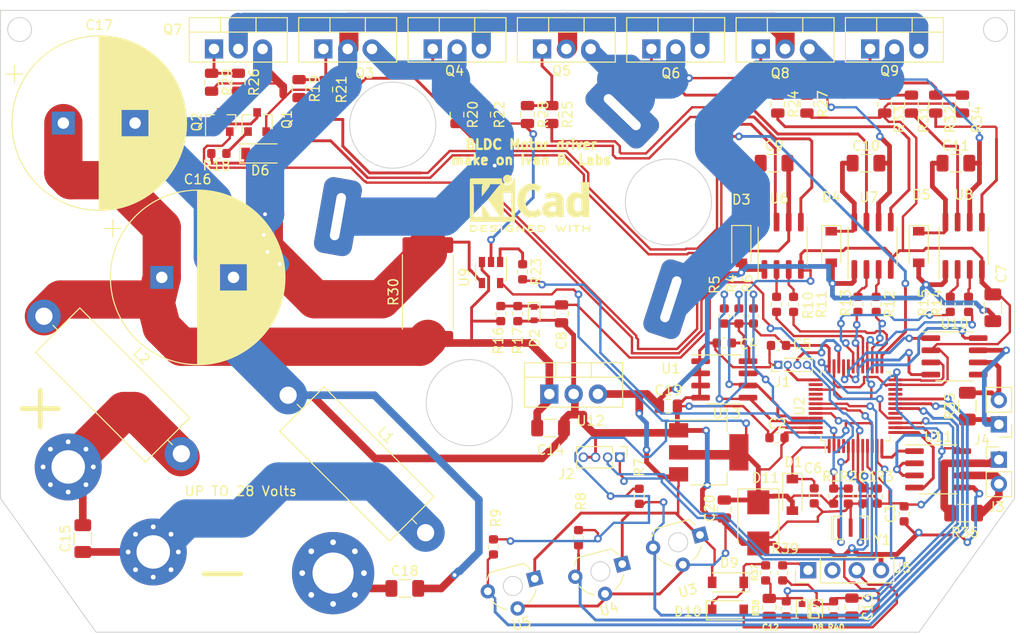
<source format=kicad_pcb>
(kicad_pcb (version 20171130) (host pcbnew "(5.1.5)-3")
  (layers (0 F.Cu signal) (31 B.Cu signal) (35 F.Paste user) (37 F.SilkS user) (38 B.Mask user hide) (39 F.Mask user) (44 Edge.Cuts user))
  (net 0 "")
  (net 1 nRST)
  (net 2 GND)
  (net 3 +3V3)
  (net 4 /cpu_io/XT_OUT)
  (net 5 /cpu_io/XT_IN)
  (net 6 Vbat)
  (net 7 /FET_drive/PA)
  (net 8 "Net-(C9-Pad1)")
  (net 9 /FET_drive/PB)
  (net 10 "Net-(C10-Pad1)")
  (net 11 /FET_drive/PC)
  (net 12 "Net-(C11-Pad1)")
  (net 13 +12V)
  (net 14 V_POW_MEAS)
  (net 15 Vin_ref)
  (net 16 Vin)
  (net 17 +V_POW)
  (net 18 LOCK_H)
  (net 19 "Net-(D10-Pad1)")
  (net 20 "Net-(D10-Pad2)")
  (net 21 SWDIO)
  (net 22 SWDCLK)
  (net 23 CAN_H)
  (net 24 RS485_B)
  (net 25 "Net-(Q1-Pad1)")
  (net 26 "Net-(Q3-Pad1)")
  (net 27 "Net-(Q4-Pad1)")
  (net 28 "Net-(Q5-Pad1)")
  (net 29 "Net-(Q6-Pad1)")
  (net 30 "Net-(Q7-Pad1)")
  (net 31 "Net-(Q9-Pad1)")
  (net 32 /FET_drive/Lock_S)
  (net 33 /cpu_io/BOOT0)
  (net 34 /cpu_io/E_WP)
  (net 35 /cpu_io/HAL_A)
  (net 36 /cpu_io/HAL_B)
  (net 37 /cpu_io/HAL_C)
  (net 38 LAH)
  (net 39 LAL)
  (net 40 LBH)
  (net 41 "Net-(R10-Pad1)")
  (net 42 LBL)
  (net 43 "Net-(R11-Pad1)")
  (net 44 LCH)
  (net 45 "Net-(R12-Pad1)")
  (net 46 LCL)
  (net 47 "Net-(R13-Pad1)")
  (net 48 /FET_drive/AH)
  (net 49 /FET_drive/AL)
  (net 50 CURRENT_SENSE)
  (net 51 /FET_drive/BL)
  (net 52 /FET_drive/BH)
  (net 53 /FET_drive/CH)
  (net 54 /FET_drive/CL)
  (net 55 CAN_L)
  (net 56 RS485_A)
  (net 57 /cpu_io/SCL)
  (net 58 /cpu_io/SDA)
  (net 59 U2RX)
  (net 60 U2TX)
  (net 61 CAN_S)
  (net 62 CAN_TX)
  (net 63 CAN_RX)
  (net 64 RS485_DIR)
  (net 65 RS485_TX)
  (net 66 RS485_RX)
  (net 67 "Net-(C15-Pad2)")
  (net 68 "Net-(C15-Pad1)")
  (net 69 "Net-(C18-Pad1)")
  (net 70 "Net-(D6-Pad1)")
  (net 71 "Net-(J5-Pad1)")
  (net 72 "Net-(Q1-Pad3)")
  (net 73 "Net-(Q3-Pad2)")
  (net 74 "Net-(Q4-Pad3)")
  (net 75 "Net-(Q8-Pad1)")
  (net 76 "Net-(R14-Pad1)")
  (net 77 "Net-(R15-Pad1)")
  (net 78 "Net-(R23-Pad1)")
  (module Symbol:KiCad-Logo2_5mm_SilkScreen (layer F.Cu) (at 109.855 59.309)
    (fp_text reference REF** hide)
    (fp_text value KiCad-Logo2_5mm_SilkScreen hide)
  )
  (module Package_SO:SOIC-8_3.9x4.9mm_P1.27mm (layer F.Cu) (at 130.175 77.724)
    (fp_text reference U1 (at -5.588 -1.143) (layer F.SilkS))
    (fp_text value 24LC08)
    (pad 8 smd roundrect (at 2.475 -1.905) (size 1.95 0.6) (layers F.Cu F.Paste F.Mask) (net 3 +3V3))
    (pad 7 smd roundrect (at 2.475 -0.635) (size 1.95 0.6) (layers F.Cu F.Paste F.Mask) (net 34 /cpu_io/E_WP))
    (pad 6 smd roundrect (at 2.475 0.635) (size 1.95 0.6) (layers F.Cu F.Paste F.Mask) (net 57 /cpu_io/SCL))
    (pad 5 smd roundrect (at 2.475 1.905) (size 1.95 0.6) (layers F.Cu F.Paste F.Mask) (net 58 /cpu_io/SDA))
    (pad 4 smd roundrect (at -2.475 1.905) (size 1.95 0.6) (layers F.Cu F.Paste F.Mask) (net 2 GND))
    (pad 3 smd roundrect (at -2.475 0.635) (size 1.95 0.6) (layers F.Cu F.Paste F.Mask) (net 2 GND))
    (pad 2 smd roundrect (at -2.475 -0.635) (size 1.95 0.6) (layers F.Cu F.Paste F.Mask) (net 2 GND))
    (pad 1 smd roundrect (at -2.475 -1.905) (size 1.95 0.6) (layers F.Cu F.Paste F.Mask) (net 2 GND))
  )
  (module Package_SO:SOIC-8_3.9x4.9mm_P1.27mm (layer F.Cu) (at 155.194 63.754 90)
    (fp_text reference U8 (at 5.334 0 180) (layer F.SilkS))
    (fp_text value IR2101)
    (pad 8 smd roundrect (at 2.475 -1.905 90) (size 1.95 0.6) (layers F.Cu F.Paste F.Mask) (net 12 "Net-(C11-Pad1)"))
    (pad 7 smd roundrect (at 2.475 -0.635 90) (size 1.95 0.6) (layers F.Cu F.Paste F.Mask) (net 53 /FET_drive/CH))
    (pad 6 smd roundrect (at 2.475 0.635 90) (size 1.95 0.6) (layers F.Cu F.Paste F.Mask) (net 11 /FET_drive/PC))
    (pad 5 smd roundrect (at 2.475 1.905 90) (size 1.95 0.6) (layers F.Cu F.Paste F.Mask) (net 54 /FET_drive/CL))
    (pad 4 smd roundrect (at -2.475 1.905 90) (size 1.95 0.6) (layers F.Cu F.Paste F.Mask) (net 2 GND))
    (pad 3 smd roundrect (at -2.475 0.635 90) (size 1.95 0.6) (layers F.Cu F.Paste F.Mask) (net 77 "Net-(R15-Pad1)"))
    (pad 2 smd roundrect (at -2.475 -0.635 90) (size 1.95 0.6) (layers F.Cu F.Paste F.Mask) (net 76 "Net-(R14-Pad1)"))
    (pad 1 smd roundrect (at -2.475 -1.905 90) (size 1.95 0.6) (layers F.Cu F.Paste F.Mask) (net 13 +12V))
  )
  (module Package_SO:SOIC-8_3.9x4.9mm_P1.27mm (layer F.Cu) (at 145.669 63.754 90)
    (fp_text reference U7 (at 5.08 -0.381 180) (layer F.SilkS))
    (fp_text value IR2101)
    (pad 8 smd roundrect (at 2.475 -1.905 90) (size 1.95 0.6) (layers F.Cu F.Paste F.Mask) (net 10 "Net-(C10-Pad1)"))
    (pad 7 smd roundrect (at 2.475 -0.635 90) (size 1.95 0.6) (layers F.Cu F.Paste F.Mask) (net 52 /FET_drive/BH))
    (pad 6 smd roundrect (at 2.475 0.635 90) (size 1.95 0.6) (layers F.Cu F.Paste F.Mask) (net 9 /FET_drive/PB))
    (pad 5 smd roundrect (at 2.475 1.905 90) (size 1.95 0.6) (layers F.Cu F.Paste F.Mask) (net 51 /FET_drive/BL))
    (pad 4 smd roundrect (at -2.475 1.905 90) (size 1.95 0.6) (layers F.Cu F.Paste F.Mask) (net 2 GND))
    (pad 3 smd roundrect (at -2.475 0.635 90) (size 1.95 0.6) (layers F.Cu F.Paste F.Mask) (net 47 "Net-(R13-Pad1)"))
    (pad 2 smd roundrect (at -2.475 -0.635 90) (size 1.95 0.6) (layers F.Cu F.Paste F.Mask) (net 45 "Net-(R12-Pad1)"))
    (pad 1 smd roundrect (at -2.475 -1.905 90) (size 1.95 0.6) (layers F.Cu F.Paste F.Mask) (net 13 +12V))
  )
  (module Package_SO:SOIC-8_3.9x4.9mm_P1.27mm (layer F.Cu) (at 136.271 63.754 90)
    (fp_text reference U6 (at 4.953 -0.381 180) (layer F.SilkS))
    (fp_text value IR2101)
    (pad 8 smd roundrect (at 2.475 -1.905 90) (size 1.95 0.6) (layers F.Cu F.Paste F.Mask) (net 8 "Net-(C9-Pad1)"))
    (pad 7 smd roundrect (at 2.475 -0.635 90) (size 1.95 0.6) (layers F.Cu F.Paste F.Mask) (net 48 /FET_drive/AH))
    (pad 6 smd roundrect (at 2.475 0.635 90) (size 1.95 0.6) (layers F.Cu F.Paste F.Mask) (net 7 /FET_drive/PA))
    (pad 5 smd roundrect (at 2.475 1.905 90) (size 1.95 0.6) (layers F.Cu F.Paste F.Mask) (net 49 /FET_drive/AL))
    (pad 4 smd roundrect (at -2.475 1.905 90) (size 1.95 0.6) (layers F.Cu F.Paste F.Mask) (net 2 GND))
    (pad 3 smd roundrect (at -2.475 0.635 90) (size 1.95 0.6) (layers F.Cu F.Paste F.Mask) (net 43 "Net-(R11-Pad1)"))
    (pad 2 smd roundrect (at -2.475 -0.635 90) (size 1.95 0.6) (layers F.Cu F.Paste F.Mask) (net 41 "Net-(R10-Pad1)"))
    (pad 1 smd roundrect (at -2.475 -1.905 90) (size 1.95 0.6) (layers F.Cu F.Paste F.Mask) (net 13 +12V))
  )
  (module Resistor_SMD:R_0603_1608Metric (layer F.Cu) (at 109.093 66.4695 270)
    (fp_text reference R23 (at 0 -1.43 90) (layer F.SilkS))
    (fp_text value 1k)
    (pad 2 smd roundrect (at 0.7875 0 270) (size 0.875 0.95) (layers F.Cu F.Paste F.Mask) (net 50 CURRENT_SENSE))
    (pad 1 smd roundrect (at -0.7875 0 270) (size 0.875 0.95) (layers F.Cu F.Paste F.Mask) (net 78 "Net-(R23-Pad1)"))
  )
  (module Resistor_SMD:R_0603_1608Metric (layer F.Cu) (at 114.935 94.2595 270)
    (fp_text reference R8 (at -3.7845 -0.254 90) (layer F.SilkS))
    (fp_text value R)
    (pad 2 smd roundrect (at 0.7875 0 270) (size 0.875 0.95) (layers F.Cu F.Paste F.Mask) (net 36 /cpu_io/HAL_B))
    (pad 1 smd roundrect (at -0.7875 0 270) (size 0.875 0.95) (layers F.Cu F.Paste F.Mask) (net 3 +3V3))
  )
  (module Capacitor_SMD:C_0603_1608Metric (layer F.Cu) (at 139.573 89.8905 90)
    (fp_text reference C6 (at 2.8955 -0.127 180) (layer F.SilkS))
    (fp_text value 1u)
    (pad 2 smd roundrect (at 0.7875 0 90) (size 0.875 0.95) (layers F.Cu F.Paste F.Mask) (net 6 Vbat))
    (pad 1 smd roundrect (at -0.7875 0 90) (size 0.875 0.95) (layers F.Cu F.Paste F.Mask) (net 2 GND))
  )
  (module Capacitor_SMD:C_0603_1608Metric (layer F.Cu) (at 135.8415 74.168)
    (fp_text reference C5 (at 2.4615 -0.127) (layer F.SilkS))
    (fp_text value 1u)
    (pad 2 smd roundrect (at 0.7875 0) (size 0.875 0.95) (layers F.Cu F.Paste F.Mask) (net 3 +3V3))
    (pad 1 smd roundrect (at -0.7875 0) (size 0.875 0.95) (layers F.Cu F.Paste F.Mask) (net 2 GND))
  )
  (module Capacitor_SMD:C_0603_1608Metric (layer F.Cu) (at 130.175 73.914)
    (fp_text reference C4 (at 2.54 0.127) (layer F.SilkS))
    (fp_text value 1u)
    (pad 2 smd roundrect (at 0.7875 0) (size 0.875 0.95) (layers F.Cu F.Paste F.Mask) (net 3 +3V3))
    (pad 1 smd roundrect (at -0.7875 0) (size 0.875 0.95) (layers F.Cu F.Paste F.Mask) (net 2 GND))
  )
  (module Capacitor_SMD:C_0603_1608Metric (layer F.Cu) (at 148.971 91.7725 90)
    (fp_text reference C3 (at 0 -1.43 90) (layer F.SilkS))
    (fp_text value 1u)
    (pad 2 smd roundrect (at 0.7875 0 90) (size 0.875 0.95) (layers F.Cu F.Paste F.Mask) (net 3 +3V3))
    (pad 1 smd roundrect (at -0.7875 0 90) (size 0.875 0.95) (layers F.Cu F.Paste F.Mask) (net 2 GND))
  )
  (module Capacitor_SMD:C_0603_1608Metric (layer F.Cu) (at 135.6845 83.82)
    (fp_text reference C2 (at 0 -1.43) (layer F.SilkS))
    (fp_text value 1u)
    (pad 2 smd roundrect (at 0.7875 0) (size 0.875 0.95) (layers F.Cu F.Paste F.Mask) (net 3 +3V3))
    (pad 1 smd roundrect (at -0.7875 0) (size 0.875 0.95) (layers F.Cu F.Paste F.Mask) (net 2 GND))
  )
  (module Capacitor_SMD:C_1206_3216Metric (layer F.Cu) (at 154.3825 55.118)
    (fp_text reference C11 (at 0 -1.82) (layer F.SilkS))
    (fp_text value "10 uF 35V")
    (pad 2 smd roundrect (at 1.4 0) (size 1.25 1.75) (layers F.Cu F.Paste F.Mask) (roundrect_rratio 0.2) (net 11 /FET_drive/PC))
    (pad 1 smd roundrect (at -1.4 0) (size 1.25 1.75) (layers F.Cu F.Paste F.Mask) (roundrect_rratio 0.2) (net 12 "Net-(C11-Pad1)"))
  )
  (module Capacitor_SMD:C_1206_3216Metric (layer F.Cu) (at 144.9845 55.118)
    (fp_text reference C10 (at 0 -1.82) (layer F.SilkS))
    (fp_text value "10 uF 35V")
    (pad 2 smd roundrect (at 1.4 0) (size 1.25 1.75) (layers F.Cu F.Paste F.Mask) (roundrect_rratio 0.2) (net 9 /FET_drive/PB))
    (pad 1 smd roundrect (at -1.4 0) (size 1.25 1.75) (layers F.Cu F.Paste F.Mask) (roundrect_rratio 0.2) (net 10 "Net-(C10-Pad1)"))
  )
  (module Capacitor_SMD:C_1206_3216Metric (layer F.Cu) (at 135.379 55.118)
    (fp_text reference C9 (at 0 -1.82) (layer F.SilkS))
    (fp_text value "10 uF 35V")
    (pad 2 smd roundrect (at 1.4 0) (size 1.25 1.75) (layers F.Cu F.Paste F.Mask) (roundrect_rratio 0.2) (net 7 /FET_drive/PA))
    (pad 1 smd roundrect (at -1.4 0) (size 1.25 1.75) (layers F.Cu F.Paste F.Mask) (roundrect_rratio 0.2) (net 8 "Net-(C9-Pad1)"))
  )
  (module Inductor_THT:L_Axial_L16.0mm_D6.3mm_P20.32mm_Horizontal_Fastron_VHBCC (layer F.Cu) (at 59.055 71.12 315)
    (fp_text reference L2 (at 10.16 -4.27 135) (layer F.SilkS))
    (fp_text value INDUCTOR)
    (pad 2 thru_hole circle (at 20.32 0 315) (size 3.5 3.5) (drill 1.8) (layers *.Cu *.Mask) (net 67 "Net-(C15-Pad2)"))
    (pad 1 thru_hole circle (at 0 0 315) (size 3.5 3.5) (drill 1.8) (layers *.Cu *.Mask) (net 17 +V_POW))
  )
  (module Inductor_THT:L_Axial_L16.0mm_D6.3mm_P20.32mm_Horizontal_Fastron_VHBCC (layer F.Cu) (at 84.582 79.375 315)
    (fp_text reference L1 (at 10.16 -4.27 135) (layer F.SilkS))
    (fp_text value INDUCTOR)
    (pad 2 thru_hole circle (at 20.32 0 315) (size 3.5 3.5) (drill 1.8) (layers *.Cu *.Mask) (net 68 "Net-(C15-Pad1)"))
    (pad 1 thru_hole circle (at 0 0 315) (size 3.5 3.5) (drill 1.8) (layers *.Cu *.Mask) (net 2 GND))
  )
  (module MountingHole:MountingHole_4.3mm_M4_Pad_Via (layer F.Cu) (at 89.281 97.965845)
    (fp_text reference H6 hide)
    (fp_text value MountingHole_Pad)
    (pad 1 thru_hole circle (at 2.280419 -2.280419) (size 0.9 0.9) (drill 0.6) (layers *.Cu *.Mask) (net 69 "Net-(C18-Pad1)"))
    (pad 1 thru_hole circle (at 0 -3.225) (size 0.9 0.9) (drill 0.6) (layers *.Cu *.Mask) (net 69 "Net-(C18-Pad1)"))
    (pad 1 thru_hole circle (at -2.280419 -2.280419) (size 0.9 0.9) (drill 0.6) (layers *.Cu *.Mask) (net 69 "Net-(C18-Pad1)"))
    (pad 1 thru_hole circle (at -3.225 0) (size 0.9 0.9) (drill 0.6) (layers *.Cu *.Mask) (net 69 "Net-(C18-Pad1)"))
    (pad 1 thru_hole circle (at -2.280419 2.280419) (size 0.9 0.9) (drill 0.6) (layers *.Cu *.Mask) (net 69 "Net-(C18-Pad1)"))
    (pad 1 thru_hole circle (at 0 3.225) (size 0.9 0.9) (drill 0.6) (layers *.Cu *.Mask) (net 69 "Net-(C18-Pad1)"))
    (pad 1 thru_hole circle (at 2.280419 2.280419) (size 0.9 0.9) (drill 0.6) (layers *.Cu *.Mask) (net 69 "Net-(C18-Pad1)"))
    (pad 1 thru_hole circle (at 3.225 0) (size 0.9 0.9) (drill 0.6) (layers *.Cu *.Mask) (net 69 "Net-(C18-Pad1)"))
    (pad 1 thru_hole circle (at 0 0) (size 8.6 8.6) (drill 4.3) (layers *.Cu *.Mask) (net 69 "Net-(C18-Pad1)"))
  )
  (module Crystal:Resonator_SMD_muRata_CSTxExxV-3Pin_3.0x1.1mm (layer F.Cu) (at 143.383 93.218)
    (fp_text reference Y1 (at 3.302 1.27) (layer F.SilkS))
    (fp_text value Crystal_GND2_Small)
    (pad 3 smd rect (at 1.2 0) (size 0.4 1.9) (layers F.Cu F.Paste F.Mask) (net 4 /cpu_io/XT_OUT))
    (pad 2 smd rect (at 0 0) (size 0.4 1.9) (layers F.Cu F.Paste F.Mask) (net 2 GND))
    (pad 1 smd rect (at -1.2 0) (size 0.4 1.9) (layers F.Cu F.Paste F.Mask) (net 5 /cpu_io/XT_IN))
  )
  (module Resistor_SMD:R_0603_1608Metric (layer F.Cu) (at 130.175 71.0945 90)
    (fp_text reference R5 (at 3.2765 -1.016 90) (layer F.SilkS))
    (fp_text value 10k)
    (pad 2 smd roundrect (at 0.7875 0 90) (size 0.875 0.95) (layers F.Cu F.Paste F.Mask) (net 58 /cpu_io/SDA))
    (pad 1 smd roundrect (at -0.7875 0 90) (size 0.875 0.95) (layers F.Cu F.Paste F.Mask) (net 3 +3V3))
  )
  (module Resistor_SMD:R_0603_1608Metric (layer F.Cu) (at 131.699 71.0945 90)
    (fp_text reference R4 (at 3.4035 -0.762 90) (layer F.SilkS))
    (fp_text value 10k)
    (pad 2 smd roundrect (at 0.7875 0 90) (size 0.875 0.95) (layers F.Cu F.Paste F.Mask) (net 57 /cpu_io/SCL))
    (pad 1 smd roundrect (at -0.7875 0 90) (size 0.875 0.95) (layers F.Cu F.Paste F.Mask) (net 3 +3V3))
  )
  (module Package_SO:SOIC-8_3.9x4.9mm_P1.27mm (layer F.Cu) (at 152.527 87.122)
    (fp_text reference U11 (at 0 -3.4) (layer F.SilkS))
    (fp_text value MAX481E)
    (pad 8 smd roundrect (at 2.475 -1.905) (size 1.95 0.6) (layers F.Cu F.Paste F.Mask) (net 3 +3V3))
    (pad 7 smd roundrect (at 2.475 -0.635) (size 1.95 0.6) (layers F.Cu F.Paste F.Mask) (net 24 RS485_B))
    (pad 6 smd roundrect (at 2.475 0.635) (size 1.95 0.6) (layers F.Cu F.Paste F.Mask) (net 56 RS485_A))
    (pad 5 smd roundrect (at 2.475 1.905) (size 1.95 0.6) (layers F.Cu F.Paste F.Mask) (net 2 GND))
    (pad 4 smd roundrect (at -2.475 1.905) (size 1.95 0.6) (layers F.Cu F.Paste F.Mask) (net 65 RS485_TX))
    (pad 3 smd roundrect (at -2.475 0.635) (size 1.95 0.6) (layers F.Cu F.Paste F.Mask) (net 64 RS485_DIR))
    (pad 2 smd roundrect (at -2.475 -0.635) (size 1.95 0.6) (layers F.Cu F.Paste F.Mask) (net 64 RS485_DIR))
    (pad 1 smd roundrect (at -2.475 -1.905) (size 1.95 0.6) (layers F.Cu F.Paste F.Mask) (net 66 RS485_RX))
  )
  (module Capacitor_SMD:C_1206_3216Metric (layer F.Cu) (at 158.242 70.231 90)
    (fp_text reference C7 (at 3.556 0.889 90) (layer F.SilkS))
    (fp_text value "47 uF 35V")
    (pad 2 smd roundrect (at 1.4 0 90) (size 1.25 1.75) (layers F.Cu F.Paste F.Mask) (roundrect_rratio 0.2) (net 2 GND))
    (pad 1 smd roundrect (at -1.4 0 90) (size 1.25 1.75) (layers F.Cu F.Paste F.Mask) (roundrect_rratio 0.2) (net 13 +12V))
  )
  (module Package_TO_SOT_SMD:SOT-23 (layer F.Cu) (at 81.341 50.816 90)
    (fp_text reference Q1 (at 0.27 3.114 90) (layer F.SilkS))
    (fp_text value BC817)
    (pad 3 smd rect (at 1 0 90) (size 0.9 0.8) (layers F.Cu F.Paste F.Mask) (net 72 "Net-(Q1-Pad3)"))
    (pad 2 smd rect (at -1 0.95 90) (size 0.9 0.8) (layers F.Cu F.Paste F.Mask) (net 2 GND))
    (pad 1 smd rect (at -1 -0.95 90) (size 0.9 0.8) (layers F.Cu F.Paste F.Mask) (net 25 "Net-(Q1-Pad1)"))
  )
  (module Connector_PinHeader_1.27mm:PinHeader_1x04_P1.27mm_Vertical (layer F.Cu) (at 119.253 85.852 270)
    (fp_text reference J2 (at 1.778 5.588 180) (layer F.SilkS))
    (fp_text value Conn_01x04_Male)
    (pad 4 thru_hole oval (at 0 3.81 270) (size 1 1) (drill 0.65) (layers *.Cu *.Mask) (net 2 GND))
    (pad 3 thru_hole oval (at 0 2.54 270) (size 1 1) (drill 0.65) (layers *.Cu *.Mask) (net 2 GND))
    (pad 2 thru_hole oval (at 0 1.27 270) (size 1 1) (drill 0.65) (layers *.Cu *.Mask) (net 59 U2RX))
    (pad 1 thru_hole rect (at 0 0 270) (size 1 1) (drill 0.65) (layers *.Cu *.Mask) (net 60 U2TX))
  )
  (module Connector_PinHeader_1.00mm:PinHeader_1x04_P1.00mm_Vertical (layer F.Cu) (at 135.811 76.2 90)
    (fp_text reference J1 (at -1.778 0.46 180) (layer F.SilkS))
    (fp_text value Conn_01x04_Male)
    (pad 4 thru_hole oval (at 0 3 90) (size 0.85 0.85) (drill 0.5) (layers *.Cu *.Mask) (net 1 nRST))
    (pad 3 thru_hole oval (at 0 2 90) (size 0.85 0.85) (drill 0.5) (layers *.Cu *.Mask) (net 21 SWDIO))
    (pad 2 thru_hole oval (at 0 1 90) (size 0.85 0.85) (drill 0.5) (layers *.Cu *.Mask) (net 22 SWDCLK))
    (pad 1 thru_hole rect (at 0 0 90) (size 0.85 0.85) (drill 0.5) (layers *.Cu *.Mask) (net 2 GND))
  )
  (module user_pads:MountingHole_6x2 (layer F.Cu) (at 124.587 69.342 72)
    (fp_text reference H3 hide)
    (fp_text value MountingHole_Pad)
    (pad 1 thru_hole roundrect (at 0 0 72) (size 8 4) (drill oval 5 1) (layers *.Cu *.Mask) (net 11 /FET_drive/PC))
  )
  (module user_pads:MountingHole_6x2 (layer F.Cu) (at 89.789 60.706 80)
    (fp_text reference H1 hide)
    (fp_text value MountingHole_Pad)
    (pad 1 thru_hole roundrect (at 0 0 80) (size 8 4) (drill oval 5 1) (layers *.Cu *.Mask) (net 7 /FET_drive/PA))
  )
  (module user_pads:MountingHole_6x2 (layer F.Cu) (at 119.507 49.784 316)
    (fp_text reference H2 hide)
    (fp_text value MountingHole_Pad)
    (pad 1 thru_hole roundrect (at 0 0 316) (size 8 4) (drill oval 5 1) (layers *.Cu *.Mask) (net 9 /FET_drive/PB))
  )
  (module Package_TO_SOT_THT:TO-220-3_Vertical (layer F.Cu) (at 111.887 79.248)
    (fp_text reference U12 (at 4.318 2.794) (layer F.SilkS))
    (fp_text value uA7812)
    (pad 3 thru_hole oval (at 5.08 0) (size 1.905 2) (drill 1.1) (layers *.Cu *.Mask) (net 13 +12V))
    (pad 2 thru_hole oval (at 2.54 0) (size 1.905 2) (drill 1.1) (layers *.Cu *.Mask) (net 2 GND))
    (pad 1 thru_hole rect (at 0 0) (size 1.905 2) (drill 1.1) (layers *.Cu *.Mask) (net 17 +V_POW))
  )
  (module Resistor_SMD:R_4020_10251Metric_Pad1.65x5.30mm_HandSolder (layer F.Cu) (at 99.187 68.58 90)
    (fp_text reference R30 (at 0 -3.6 90) (layer F.SilkS))
    (fp_text value 0R05)
    (pad 2 smd roundrect (at 4.9 0 90) (size 1.65 5.3) (layers F.Cu F.Paste F.Mask) (roundrect_rratio 0.151515) (net 73 "Net-(Q3-Pad2)"))
    (pad 1 smd roundrect (at -4.9 0 90) (size 1.65 5.3) (layers F.Cu F.Paste F.Mask) (roundrect_rratio 0.151515) (net 17 +V_POW))
  )
  (module Capacitor_SMD:C_1206_3216Metric (layer F.Cu) (at 96.777 99.568)
    (fp_text reference C18 (at 0 -1.82) (layer F.SilkS))
    (fp_text value 1u)
    (pad 2 smd roundrect (at 1.4 0) (size 1.25 1.75) (layers F.Cu F.Paste F.Mask) (roundrect_rratio 0.2) (net 2 GND))
    (pad 1 smd roundrect (at -1.4 0) (size 1.25 1.75) (layers F.Cu F.Paste F.Mask) (roundrect_rratio 0.2) (net 69 "Net-(C18-Pad1)"))
  )
  (module Package_TO_SOT_THT:TO-92_Wide (layer F.Cu) (at 110.363 98.552 195)
    (fp_text reference U5 (at 2.55 -4.19 15) (layer F.SilkS))
    (fp_text value A1302KUA-T)
    (pad 1 thru_hole rect (at 0 0 285) (size 1.5 1.5) (drill 0.8) (layers *.Cu *.Mask) (net 13 +12V))
    (pad 3 thru_hole circle (at 5.08 0 285) (size 1.5 1.5) (drill 0.8) (layers *.Cu *.Mask) (net 37 /cpu_io/HAL_C))
    (pad 2 thru_hole circle (at 2.54 -2.54 285) (size 1.5 1.5) (drill 0.8) (layers *.Cu *.Mask) (net 2 GND))
  )
  (module Package_TO_SOT_THT:TO-92_Wide (layer F.Cu) (at 119.507 97.028 195)
    (fp_text reference U4 (at 2.55 -4.19 15) (layer F.SilkS))
    (fp_text value A1302KUA-T)
    (pad 1 thru_hole rect (at 0 0 285) (size 1.5 1.5) (drill 0.8) (layers *.Cu *.Mask) (net 13 +12V))
    (pad 3 thru_hole circle (at 5.08 0 285) (size 1.5 1.5) (drill 0.8) (layers *.Cu *.Mask) (net 36 /cpu_io/HAL_B))
    (pad 2 thru_hole circle (at 2.54 -2.54 285) (size 1.5 1.5) (drill 0.8) (layers *.Cu *.Mask) (net 2 GND))
  )
  (module Package_TO_SOT_THT:TO-92_Wide (layer F.Cu) (at 127.635 93.98 195)
    (fp_text reference U3 (at 2.738747 -5.314238 15) (layer F.SilkS))
    (fp_text value A1302KUA-T)
    (pad 1 thru_hole rect (at 0 0 285) (size 1.5 1.5) (drill 0.8) (layers *.Cu *.Mask) (net 13 +12V))
    (pad 3 thru_hole circle (at 5.08 0 285) (size 1.5 1.5) (drill 0.8) (layers *.Cu *.Mask) (net 35 /cpu_io/HAL_A))
    (pad 2 thru_hole circle (at 2.54 -2.54 285) (size 1.5 1.5) (drill 0.8) (layers *.Cu *.Mask) (net 2 GND))
  )
  (module Capacitor_THT:CP_Radial_D18.0mm_P7.50mm (layer F.Cu) (at 71.374 67.056)
    (fp_text reference C16 (at 3.75 -10.25) (layer F.SilkS))
    (fp_text value 2200uf)
    (pad 2 thru_hole circle (at 7.5 0) (size 2.4 2.4) (drill 1.2) (layers *.Cu *.Mask) (net 2 GND))
    (pad 1 thru_hole rect (at 0 0) (size 2.4 2.4) (drill 1.2) (layers *.Cu *.Mask) (net 17 +V_POW))
  )
  (module Capacitor_THT:CP_Radial_D18.0mm_P7.50mm (layer F.Cu) (at 61.087 50.927)
    (fp_text reference C17 (at 3.75 -10.25) (layer F.SilkS))
    (fp_text value 2200uf)
    (pad 2 thru_hole circle (at 7.5 0) (size 2.4 2.4) (drill 1.2) (layers *.Cu *.Mask) (net 2 GND))
    (pad 1 thru_hole rect (at 0 0) (size 2.4 2.4) (drill 1.2) (layers *.Cu *.Mask) (net 17 +V_POW))
  )
  (module Package_TO_SOT_SMD:SOT-223-3_TabPin2 (layer F.Cu) (at 128.549 85.344)
    (fp_text reference U13 (at 1.88 -4.064) (layer F.SilkS))
    (fp_text value AP1117-33)
    (pad 1 smd rect (at -3.15 -2.3) (size 2 1.5) (layers F.Cu F.Paste F.Mask) (net 2 GND))
    (pad 3 smd rect (at -3.15 2.3) (size 2 1.5) (layers F.Cu F.Paste F.Mask) (net 13 +12V))
    (pad 2 smd rect (at -3.15 0) (size 2 1.5) (layers F.Cu F.Paste F.Mask) (net 3 +3V3))
    (pad 2 smd rect (at 3.15 0) (size 2 3.8) (layers F.Cu F.Paste F.Mask) (net 3 +3V3))
  )
  (module Package_SO:SOIC-8_3.9x4.9mm_P1.27mm (layer F.Cu) (at 154.24 75.311)
    (fp_text reference U10 (at 0 -3.4) (layer F.SilkS))
    (fp_text value TJA1051T)
    (pad 8 smd roundrect (at 2.475 -1.905) (size 1.95 0.6) (layers F.Cu F.Paste F.Mask) (net 61 CAN_S))
    (pad 7 smd roundrect (at 2.475 -0.635) (size 1.95 0.6) (layers F.Cu F.Paste F.Mask) (net 23 CAN_H))
    (pad 6 smd roundrect (at 2.475 0.635) (size 1.95 0.6) (layers F.Cu F.Paste F.Mask) (net 55 CAN_L))
    (pad 5 smd roundrect (at 2.475 1.905) (size 1.95 0.6) (layers F.Cu F.Paste F.Mask))
    (pad 4 smd roundrect (at -2.475 1.905) (size 1.95 0.6) (layers F.Cu F.Paste F.Mask) (net 63 CAN_RX))
    (pad 3 smd roundrect (at -2.475 0.635) (size 1.95 0.6) (layers F.Cu F.Paste F.Mask) (net 3 +3V3))
    (pad 2 smd roundrect (at -2.475 -0.635) (size 1.95 0.6) (layers F.Cu F.Paste F.Mask) (net 2 GND))
    (pad 1 smd roundrect (at -2.475 -1.905) (size 1.95 0.6) (layers F.Cu F.Paste F.Mask) (net 62 CAN_TX))
  )
  (module Package_TO_SOT_SMD:SOT-23-5 (layer F.Cu) (at 105.791 66.548 270)
    (fp_text reference U9 (at 0.508 2.794 270) (layer F.SilkS))
    (fp_text value INA193)
    (pad 5 smd rect (at 1.1 -0.95 270) (size 1.06 0.65) (layers F.Cu F.Paste F.Mask) (net 3 +3V3))
    (pad 4 smd rect (at 1.1 0.95 270) (size 1.06 0.65) (layers F.Cu F.Paste F.Mask) (net 73 "Net-(Q3-Pad2)"))
    (pad 3 smd rect (at -1.1 0.95 270) (size 1.06 0.65) (layers F.Cu F.Paste F.Mask) (net 17 +V_POW))
    (pad 2 smd rect (at -1.1 0 270) (size 1.06 0.65) (layers F.Cu F.Paste F.Mask) (net 2 GND))
    (pad 1 smd rect (at -1.1 -0.95 270) (size 1.06 0.65) (layers F.Cu F.Paste F.Mask) (net 78 "Net-(R23-Pad1)"))
  )
  (module Package_QFP:LQFP-48_7x7mm_P0.5mm (layer F.Cu) (at 143.891 80.518 90)
    (fp_text reference U2 (at 0 -5.85 90) (layer F.SilkS))
    (fp_text value STM32F042C6Tx)
    (pad 48 smd roundrect (at -2.75 -4.1625 90) (size 0.3 1.475) (layers F.Cu F.Paste F.Mask) (net 3 +3V3))
    (pad 47 smd roundrect (at -2.25 -4.1625 90) (size 0.3 1.475) (layers F.Cu F.Paste F.Mask) (net 2 GND))
    (pad 46 smd roundrect (at -1.75 -4.1625 90) (size 0.3 1.475) (layers F.Cu F.Paste F.Mask) (net 58 /cpu_io/SDA))
    (pad 45 smd roundrect (at -1.25 -4.1625 90) (size 0.3 1.475) (layers F.Cu F.Paste F.Mask) (net 57 /cpu_io/SCL))
    (pad 44 smd roundrect (at -0.75 -4.1625 90) (size 0.3 1.475) (layers F.Cu F.Paste F.Mask) (net 33 /cpu_io/BOOT0))
    (pad 43 smd roundrect (at -0.25 -4.1625 90) (size 0.3 1.475) (layers F.Cu F.Paste F.Mask) (net 59 U2RX))
    (pad 42 smd roundrect (at 0.25 -4.1625 90) (size 0.3 1.475) (layers F.Cu F.Paste F.Mask) (net 60 U2TX))
    (pad 41 smd roundrect (at 0.75 -4.1625 90) (size 0.3 1.475) (layers F.Cu F.Paste F.Mask))
    (pad 40 smd roundrect (at 1.25 -4.1625 90) (size 0.3 1.475) (layers F.Cu F.Paste F.Mask))
    (pad 39 smd roundrect (at 1.75 -4.1625 90) (size 0.3 1.475) (layers F.Cu F.Paste F.Mask) (net 61 CAN_S))
    (pad 38 smd roundrect (at 2.25 -4.1625 90) (size 0.3 1.475) (layers F.Cu F.Paste F.Mask))
    (pad 37 smd roundrect (at 2.75 -4.1625 90) (size 0.3 1.475) (layers F.Cu F.Paste F.Mask) (net 22 SWDCLK))
    (pad 36 smd roundrect (at 4.1625 -2.75 90) (size 1.475 0.3) (layers F.Cu F.Paste F.Mask) (net 3 +3V3))
    (pad 35 smd roundrect (at 4.1625 -2.25 90) (size 1.475 0.3) (layers F.Cu F.Paste F.Mask) (net 2 GND))
    (pad 34 smd roundrect (at 4.1625 -1.75 90) (size 1.475 0.3) (layers F.Cu F.Paste F.Mask) (net 21 SWDIO))
    (pad 33 smd roundrect (at 4.1625 -1.25 90) (size 1.475 0.3) (layers F.Cu F.Paste F.Mask) (net 62 CAN_TX))
    (pad 32 smd roundrect (at 4.1625 -0.75 90) (size 1.475 0.3) (layers F.Cu F.Paste F.Mask) (net 63 CAN_RX))
    (pad 31 smd roundrect (at 4.1625 -0.25 90) (size 1.475 0.3) (layers F.Cu F.Paste F.Mask) (net 44 LCH))
    (pad 30 smd roundrect (at 4.1625 0.25 90) (size 1.475 0.3) (layers F.Cu F.Paste F.Mask) (net 40 LBH))
    (pad 29 smd roundrect (at 4.1625 0.75 90) (size 1.475 0.3) (layers F.Cu F.Paste F.Mask) (net 38 LAH))
    (pad 28 smd roundrect (at 4.1625 1.25 90) (size 1.475 0.3) (layers F.Cu F.Paste F.Mask) (net 46 LCL))
    (pad 27 smd roundrect (at 4.1625 1.75 90) (size 1.475 0.3) (layers F.Cu F.Paste F.Mask) (net 42 LBL))
    (pad 26 smd roundrect (at 4.1625 2.25 90) (size 1.475 0.3) (layers F.Cu F.Paste F.Mask) (net 39 LAL))
    (pad 25 smd roundrect (at 4.1625 2.75 90) (size 1.475 0.3) (layers F.Cu F.Paste F.Mask) (net 18 LOCK_H))
    (pad 24 smd roundrect (at 2.75 4.1625 90) (size 0.3 1.475) (layers F.Cu F.Paste F.Mask) (net 3 +3V3))
    (pad 23 smd roundrect (at 2.25 4.1625 90) (size 0.3 1.475) (layers F.Cu F.Paste F.Mask) (net 2 GND))
    (pad 22 smd roundrect (at 1.75 4.1625 90) (size 0.3 1.475) (layers F.Cu F.Paste F.Mask))
    (pad 21 smd roundrect (at 1.25 4.1625 90) (size 0.3 1.475) (layers F.Cu F.Paste F.Mask))
    (pad 20 smd roundrect (at 0.75 4.1625 90) (size 0.3 1.475) (layers F.Cu F.Paste F.Mask) (net 37 /cpu_io/HAL_C))
    (pad 19 smd roundrect (at 0.25 4.1625 90) (size 0.3 1.475) (layers F.Cu F.Paste F.Mask) (net 36 /cpu_io/HAL_B))
    (pad 18 smd roundrect (at -0.25 4.1625 90) (size 0.3 1.475) (layers F.Cu F.Paste F.Mask) (net 35 /cpu_io/HAL_A))
    (pad 17 smd roundrect (at -0.75 4.1625 90) (size 0.3 1.475) (layers F.Cu F.Paste F.Mask))
    (pad 16 smd roundrect (at -1.25 4.1625 90) (size 0.3 1.475) (layers F.Cu F.Paste F.Mask) (net 14 V_POW_MEAS))
    (pad 15 smd roundrect (at -1.75 4.1625 90) (size 0.3 1.475) (layers F.Cu F.Paste F.Mask) (net 16 Vin))
    (pad 14 smd roundrect (at -2.25 4.1625 90) (size 0.3 1.475) (layers F.Cu F.Paste F.Mask) (net 64 RS485_DIR))
    (pad 13 smd roundrect (at -2.75 4.1625 90) (size 0.3 1.475) (layers F.Cu F.Paste F.Mask) (net 65 RS485_TX))
    (pad 12 smd roundrect (at -4.1625 2.75 90) (size 1.475 0.3) (layers F.Cu F.Paste F.Mask) (net 66 RS485_RX))
    (pad 11 smd roundrect (at -4.1625 2.25 90) (size 1.475 0.3) (layers F.Cu F.Paste F.Mask) (net 15 Vin_ref))
    (pad 10 smd roundrect (at -4.1625 1.75 90) (size 1.475 0.3) (layers F.Cu F.Paste F.Mask) (net 50 CURRENT_SENSE))
    (pad 9 smd roundrect (at -4.1625 1.25 90) (size 1.475 0.3) (layers F.Cu F.Paste F.Mask) (net 3 +3V3))
    (pad 8 smd roundrect (at -4.1625 0.75 90) (size 1.475 0.3) (layers F.Cu F.Paste F.Mask) (net 2 GND))
    (pad 7 smd roundrect (at -4.1625 0.25 90) (size 1.475 0.3) (layers F.Cu F.Paste F.Mask) (net 1 nRST))
    (pad 6 smd roundrect (at -4.1625 -0.25 90) (size 1.475 0.3) (layers F.Cu F.Paste F.Mask) (net 4 /cpu_io/XT_OUT))
    (pad 5 smd roundrect (at -4.1625 -0.75 90) (size 1.475 0.3) (layers F.Cu F.Paste F.Mask) (net 5 /cpu_io/XT_IN))
    (pad 4 smd roundrect (at -4.1625 -1.25 90) (size 1.475 0.3) (layers F.Cu F.Paste F.Mask))
    (pad 3 smd roundrect (at -4.1625 -1.75 90) (size 1.475 0.3) (layers F.Cu F.Paste F.Mask))
    (pad 2 smd roundrect (at -4.1625 -2.25 90) (size 1.475 0.3) (layers F.Cu F.Paste F.Mask) (net 34 /cpu_io/E_WP))
    (pad 1 smd roundrect (at -4.1625 -2.75 90) (size 1.475 0.3) (layers F.Cu F.Paste F.Mask) (net 6 Vbat))
  )
  (module Resistor_SMD:R_0603_1608Metric (layer F.Cu) (at 141.605 101.7015 90)
    (fp_text reference R40 (at -1.9305 0.254 180) (layer F.SilkS) (effects (font (size 0.6 0.6))))
    (fp_text value 2k2)
    (pad 2 smd roundrect (at 0.7875 0 90) (size 0.875 0.95) (layers F.Cu F.Paste F.Mask) (net 16 Vin))
    (pad 1 smd roundrect (at -0.7875 0 90) (size 0.875 0.95) (layers F.Cu F.Paste F.Mask) (net 2 GND))
  )
  (module Resistor_SMD:R_0603_1608Metric (layer F.Cu) (at 136.271 97.9425 90)
    (fp_text reference R39 (at 2.5145 0.254 180) (layer F.SilkS))
    (fp_text value 4k7)
    (pad 2 smd roundrect (at 0.7875 0 90) (size 0.875 0.95) (layers F.Cu F.Paste F.Mask) (net 71 "Net-(J5-Pad1)"))
    (pad 1 smd roundrect (at -0.7875 0 90) (size 0.875 0.95) (layers F.Cu F.Paste F.Mask) (net 16 Vin))
  )
  (module Resistor_SMD:R_0603_1608Metric (layer F.Cu) (at 136.652 101.7015 90)
    (fp_text reference R38 (at 0.1015 -3.175 90) (layer F.SilkS) (effects (font (size 0.6 0.6))))
    (fp_text value 2k2)
    (pad 2 smd roundrect (at 0.7875 0 90) (size 0.875 0.95) (layers F.Cu F.Paste F.Mask) (net 15 Vin_ref))
    (pad 1 smd roundrect (at -0.7875 0 90) (size 0.875 0.95) (layers F.Cu F.Paste F.Mask) (net 2 GND))
  )
  (module Resistor_SMD:R_0603_1608Metric (layer F.Cu) (at 134.493 97.9425 90)
    (fp_text reference R37 (at 0.0255 -1.143 90) (layer F.SilkS) (effects (font (size 0.6 0.6))))
    (fp_text value 4k7)
    (pad 2 smd roundrect (at 0.7875 0 90) (size 0.875 0.95) (layers F.Cu F.Paste F.Mask) (net 19 "Net-(D10-Pad1)"))
    (pad 1 smd roundrect (at -0.7875 0 90) (size 0.875 0.95) (layers F.Cu F.Paste F.Mask) (net 15 Vin_ref))
  )
  (module Resistor_SMD:R_0603_1608Metric (layer F.Cu) (at 77.343 54.102 180)
    (fp_text reference R18 (at 0.254 -1.27) (layer F.SilkS))
    (fp_text value 1k)
    (pad 2 smd roundrect (at 0.7875 0 180) (size 0.875 0.95) (layers F.Cu F.Paste F.Mask) (net 70 "Net-(D6-Pad1)"))
    (pad 1 smd roundrect (at -0.7875 0 180) (size 0.875 0.95) (layers F.Cu F.Paste F.Mask) (net 25 "Net-(Q1-Pad1)"))
  )
  (module Resistor_SMD:R_1206_3216Metric (layer F.Cu) (at 155.191 91.694)
    (fp_text reference R36 (at 0.13 2.032) (layer F.SilkS))
    (fp_text value 120R)
    (pad 2 smd roundrect (at 1.4 0) (size 1.25 1.75) (layers F.Cu F.Paste F.Mask) (roundrect_rratio 0.2) (net 56 RS485_A))
    (pad 1 smd roundrect (at -1.4 0) (size 1.25 1.75) (layers F.Cu F.Paste F.Mask) (roundrect_rratio 0.2) (net 24 RS485_B))
  )
  (module Resistor_SMD:R_1206_3216Metric (layer F.Cu) (at 155.575 80.518 90)
    (fp_text reference R35 (at 0 -1.82 90) (layer F.SilkS))
    (fp_text value 120R)
    (pad 2 smd roundrect (at 1.4 0 90) (size 1.25 1.75) (layers F.Cu F.Paste F.Mask) (roundrect_rratio 0.2) (net 55 CAN_L))
    (pad 1 smd roundrect (at -1.4 0 90) (size 1.25 1.75) (layers F.Cu F.Paste F.Mask) (roundrect_rratio 0.2) (net 23 CAN_H))
  )
  (module Resistor_SMD:R_0805_2012Metric (layer F.Cu) (at 155.067 48.9435 270)
    (fp_text reference R34 (at 1.6025 -1.524 90) (layer F.SilkS))
    (fp_text value 1k)
    (pad 2 smd roundrect (at 0.9375 0 270) (size 0.975 1.4) (layers F.Cu F.Paste F.Mask) (net 2 GND))
    (pad 1 smd roundrect (at -0.9375 0 270) (size 0.975 1.4) (layers F.Cu F.Paste F.Mask) (net 31 "Net-(Q9-Pad1)"))
  )
  (module Resistor_SMD:R_0805_2012Metric (layer F.Cu) (at 146.939 48.9435 270)
    (fp_text reference R33 (at 1.6025 -1.524 90) (layer F.SilkS))
    (fp_text value 1k)
    (pad 2 smd roundrect (at 0.9375 0 270) (size 0.975 1.4) (layers F.Cu F.Paste F.Mask) (net 2 GND))
    (pad 1 smd roundrect (at -0.9375 0 270) (size 0.975 1.4) (layers F.Cu F.Paste F.Mask) (net 75 "Net-(Q8-Pad1)"))
  )
  (module Resistor_SMD:R_0805_2012Metric (layer F.Cu) (at 152.273 48.9435 270)
    (fp_text reference R32 (at 1.6025 -1.524 90) (layer F.SilkS))
    (fp_text value 4R7)
    (pad 2 smd roundrect (at 0.9375 0 270) (size 0.975 1.4) (layers F.Cu F.Paste F.Mask) (net 54 /FET_drive/CL))
    (pad 1 smd roundrect (at -0.9375 0 270) (size 0.975 1.4) (layers F.Cu F.Paste F.Mask) (net 31 "Net-(Q9-Pad1)"))
  )
  (module Resistor_SMD:R_0805_2012Metric (layer F.Cu) (at 149.733 48.9435 270)
    (fp_text reference R31 (at 1.6025 -1.27 90) (layer F.SilkS))
    (fp_text value 4R7)
    (pad 2 smd roundrect (at 0.9375 0 270) (size 0.975 1.4) (layers F.Cu F.Paste F.Mask) (net 53 /FET_drive/CH))
    (pad 1 smd roundrect (at -0.9375 0 270) (size 0.975 1.4) (layers F.Cu F.Paste F.Mask) (net 75 "Net-(Q8-Pad1)"))
  )
  (module Resistor_SMD:R_0805_2012Metric (layer F.Cu) (at 76.581 46.6575 270)
    (fp_text reference R29 (at 0 -1.65 90) (layer F.SilkS))
    (fp_text value 1k)
    (pad 2 smd roundrect (at 0.9375 0 270) (size 0.975 1.4) (layers F.Cu F.Paste F.Mask) (net 2 GND))
    (pad 1 smd roundrect (at -0.9375 0 270) (size 0.975 1.4) (layers F.Cu F.Paste F.Mask) (net 30 "Net-(Q7-Pad1)"))
  )
  (module Resistor_SMD:R_0805_2012Metric (layer F.Cu) (at 109.601 50.038 270)
    (fp_text reference R28 (at 0 -1.65 90) (layer F.SilkS))
    (fp_text value 1k)
    (pad 2 smd roundrect (at 0.9375 0 270) (size 0.975 1.4) (layers F.Cu F.Paste F.Mask) (net 2 GND))
    (pad 1 smd roundrect (at -0.9375 0 270) (size 0.975 1.4) (layers F.Cu F.Paste F.Mask) (net 28 "Net-(Q5-Pad1)"))
  )
  (module Resistor_SMD:R_0805_2012Metric (layer F.Cu) (at 138.811 48.9435 270)
    (fp_text reference R27 (at 0 -1.65 90) (layer F.SilkS))
    (fp_text value 1k)
    (pad 2 smd roundrect (at 0.9375 0 270) (size 0.975 1.4) (layers F.Cu F.Paste F.Mask) (net 2 GND))
    (pad 1 smd roundrect (at -0.9375 0 270) (size 0.975 1.4) (layers F.Cu F.Paste F.Mask) (net 29 "Net-(Q6-Pad1)"))
  )
  (module Resistor_SMD:R_0805_2012Metric (layer F.Cu) (at 79.375 46.6575 270)
    (fp_text reference R26 (at 0 -1.65 90) (layer F.SilkS))
    (fp_text value 560R)
    (pad 2 smd roundrect (at 0.9375 0 270) (size 0.975 1.4) (layers F.Cu F.Paste F.Mask) (net 32 /FET_drive/Lock_S))
    (pad 1 smd roundrect (at -0.9375 0 270) (size 0.975 1.4) (layers F.Cu F.Paste F.Mask) (net 30 "Net-(Q7-Pad1)"))
  )
  (module Resistor_SMD:R_0805_2012Metric (layer F.Cu) (at 112.141 50.038 270)
    (fp_text reference R25 (at 0 -1.65 90) (layer F.SilkS))
    (fp_text value 4R7)
    (pad 2 smd roundrect (at 0.9375 0 270) (size 0.975 1.4) (layers F.Cu F.Paste F.Mask) (net 52 /FET_drive/BH))
    (pad 1 smd roundrect (at -0.9375 0 270) (size 0.975 1.4) (layers F.Cu F.Paste F.Mask) (net 28 "Net-(Q5-Pad1)"))
  )
  (module Resistor_SMD:R_0805_2012Metric (layer F.Cu) (at 135.763 48.9435 270)
    (fp_text reference R24 (at 0 -1.65 90) (layer F.SilkS))
    (fp_text value 4R7)
    (pad 2 smd roundrect (at 0.9375 0 270) (size 0.975 1.4) (layers F.Cu F.Paste F.Mask) (net 51 /FET_drive/BL))
    (pad 1 smd roundrect (at -0.9375 0 270) (size 0.975 1.4) (layers F.Cu F.Paste F.Mask) (net 29 "Net-(Q6-Pad1)"))
  )
  (module Resistor_SMD:R_0805_2012Metric (layer F.Cu) (at 105.029 50.038 270)
    (fp_text reference R22 (at 0 -1.65 90) (layer F.SilkS))
    (fp_text value 1k)
    (pad 2 smd roundrect (at 0.9375 0 270) (size 0.975 1.4) (layers F.Cu F.Paste F.Mask) (net 2 GND))
    (pad 1 smd roundrect (at -0.9375 0 270) (size 0.975 1.4) (layers F.Cu F.Paste F.Mask) (net 27 "Net-(Q4-Pad1)"))
  )
  (module Resistor_SMD:R_0805_2012Metric (layer F.Cu) (at 88.519 47.4195 270)
    (fp_text reference R21 (at 0 -1.65 90) (layer F.SilkS))
    (fp_text value 1k)
    (pad 2 smd roundrect (at 0.9375 0 270) (size 0.975 1.4) (layers F.Cu F.Paste F.Mask) (net 2 GND))
    (pad 1 smd roundrect (at -0.9375 0 270) (size 0.975 1.4) (layers F.Cu F.Paste F.Mask) (net 26 "Net-(Q3-Pad1)"))
  )
  (module Resistor_SMD:R_0805_2012Metric (layer F.Cu) (at 102.235 50.038 270)
    (fp_text reference R20 (at 0 -1.65 90) (layer F.SilkS))
    (fp_text value 4R7)
    (pad 2 smd roundrect (at 0.9375 0 270) (size 0.975 1.4) (layers F.Cu F.Paste F.Mask) (net 49 /FET_drive/AL))
    (pad 1 smd roundrect (at -0.9375 0 270) (size 0.975 1.4) (layers F.Cu F.Paste F.Mask) (net 27 "Net-(Q4-Pad1)"))
  )
  (module Resistor_SMD:R_0805_2012Metric (layer F.Cu) (at 85.725 47.3225 270)
    (fp_text reference R19 (at 0 -1.65 90) (layer F.SilkS))
    (fp_text value 4R7)
    (pad 2 smd roundrect (at 0.9375 0 270) (size 0.975 1.4) (layers F.Cu F.Paste F.Mask) (net 48 /FET_drive/AH))
    (pad 1 smd roundrect (at -0.9375 0 270) (size 0.975 1.4) (layers F.Cu F.Paste F.Mask) (net 26 "Net-(Q3-Pad1)"))
  )
  (module Resistor_SMD:R_0603_1608Metric (layer F.Cu) (at 108.585 70.8405 90)
    (fp_text reference R17 (at -2.8195 0 90) (layer F.SilkS))
    (fp_text value 1k)
    (pad 2 smd roundrect (at 0.7875 0 90) (size 0.875 0.95) (layers F.Cu F.Paste F.Mask) (net 14 V_POW_MEAS))
    (pad 1 smd roundrect (at -0.7875 0 90) (size 0.875 0.95) (layers F.Cu F.Paste F.Mask) (net 2 GND))
  )
  (module Resistor_SMD:R_0603_1608Metric (layer F.Cu) (at 106.807 70.8405 270)
    (fp_text reference R16 (at 2.8195 0.254 90) (layer F.SilkS))
    (fp_text value 10k)
    (pad 2 smd roundrect (at 0.7875 0 270) (size 0.875 0.95) (layers F.Cu F.Paste F.Mask) (net 17 +V_POW))
    (pad 1 smd roundrect (at -0.7875 0 270) (size 0.875 0.95) (layers F.Cu F.Paste F.Mask) (net 14 V_POW_MEAS))
  )
  (module Resistor_SMD:R_0603_1608Metric (layer F.Cu) (at 155.702 69.8755 270)
    (fp_text reference R15 (at -0.1525 4.699 90) (layer F.SilkS))
    (fp_text value 56R)
    (pad 2 smd roundrect (at 0.7875 0 270) (size 0.875 0.95) (layers F.Cu F.Paste F.Mask) (net 46 LCL))
    (pad 1 smd roundrect (at -0.7875 0 270) (size 0.875 0.95) (layers F.Cu F.Paste F.Mask) (net 77 "Net-(R15-Pad1)"))
  )
  (module Resistor_SMD:R_0603_1608Metric (layer F.Cu) (at 153.797 69.8755 270)
    (fp_text reference R14 (at -0.1525 1.397 90) (layer F.SilkS))
    (fp_text value 56R)
    (pad 2 smd roundrect (at 0.7875 0 270) (size 0.875 0.95) (layers F.Cu F.Paste F.Mask) (net 44 LCH))
    (pad 1 smd roundrect (at -0.7875 0 270) (size 0.875 0.95) (layers F.Cu F.Paste F.Mask) (net 76 "Net-(R14-Pad1)"))
  )
  (module Resistor_SMD:R_0603_1608Metric (layer F.Cu) (at 146.05 69.8755 270)
    (fp_text reference R13 (at -0.1525 3.175 90) (layer F.SilkS))
    (fp_text value 56R)
    (pad 2 smd roundrect (at 0.7875 0 270) (size 0.875 0.95) (layers F.Cu F.Paste F.Mask) (net 42 LBL))
    (pad 1 smd roundrect (at -0.7875 0 270) (size 0.875 0.95) (layers F.Cu F.Paste F.Mask) (net 47 "Net-(R13-Pad1)"))
  )
  (module Resistor_SMD:R_0603_1608Metric (layer F.Cu) (at 144.145 69.8755 270)
    (fp_text reference R12 (at -0.0255 -3.302 90) (layer F.SilkS))
    (fp_text value 56R)
    (pad 2 smd roundrect (at 0.7875 0 270) (size 0.875 0.95) (layers F.Cu F.Paste F.Mask) (net 40 LBH))
    (pad 1 smd roundrect (at -0.7875 0 270) (size 0.875 0.95) (layers F.Cu F.Paste F.Mask) (net 45 "Net-(R12-Pad1)"))
  )
  (module Resistor_SMD:R_0603_1608Metric (layer F.Cu) (at 137.414 69.8755 270)
    (fp_text reference R11 (at 0 -2.921 90) (layer F.SilkS))
    (fp_text value 56R)
    (pad 2 smd roundrect (at 0.7875 0 270) (size 0.875 0.95) (layers F.Cu F.Paste F.Mask) (net 39 LAL))
    (pad 1 smd roundrect (at -0.7875 0 270) (size 0.875 0.95) (layers F.Cu F.Paste F.Mask) (net 43 "Net-(R11-Pad1)"))
  )
  (module Resistor_SMD:R_0603_1608Metric (layer F.Cu) (at 135.636 69.8755 270)
    (fp_text reference R10 (at 0.1015 -3.302 90) (layer F.SilkS))
    (fp_text value 56R)
    (pad 2 smd roundrect (at 0.7875 0 270) (size 0.875 0.95) (layers F.Cu F.Paste F.Mask) (net 38 LAH))
    (pad 1 smd roundrect (at -0.7875 0 270) (size 0.875 0.95) (layers F.Cu F.Paste F.Mask) (net 41 "Net-(R10-Pad1)"))
  )
  (module Resistor_SMD:R_0603_1608Metric (layer F.Cu) (at 106.045 95.2245 270)
    (fp_text reference R9 (at -3.0225 -0.254 90) (layer F.SilkS))
    (fp_text value R)
    (pad 2 smd roundrect (at 0.7875 0 270) (size 0.875 0.95) (layers F.Cu F.Paste F.Mask) (net 37 /cpu_io/HAL_C))
    (pad 1 smd roundrect (at -0.7875 0 270) (size 0.875 0.95) (layers F.Cu F.Paste F.Mask) (net 3 +3V3))
  )
  (module Resistor_SMD:R_0603_1608Metric (layer F.Cu) (at 121.285 89.9415 270)
    (fp_text reference R7 (at -3.0225 0 90) (layer F.SilkS))
    (fp_text value R)
    (pad 2 smd roundrect (at 0.7875 0 270) (size 0.875 0.95) (layers F.Cu F.Paste F.Mask) (net 35 /cpu_io/HAL_A))
    (pad 1 smd roundrect (at -0.7875 0 270) (size 0.875 0.95) (layers F.Cu F.Paste F.Mask) (net 3 +3V3))
  )
  (module Resistor_SMD:R_0603_1608Metric (layer F.Cu) (at 133.223 71.0945 90)
    (fp_text reference R6 (at 3.4035 -0.635 90) (layer F.SilkS))
    (fp_text value 10k)
    (pad 2 smd roundrect (at 0.7875 0 90) (size 0.875 0.95) (layers F.Cu F.Paste F.Mask) (net 34 /cpu_io/E_WP))
    (pad 1 smd roundrect (at -0.7875 0 90) (size 0.875 0.95) (layers F.Cu F.Paste F.Mask) (net 3 +3V3))
  )
  (module Resistor_SMD:R_0603_1608Metric (layer F.Cu) (at 146.177 89.916 90)
    (fp_text reference R3 (at 2.032 0.762 180) (layer F.SilkS))
    (fp_text value 10k)
    (pad 2 smd roundrect (at 0.7875 0 90) (size 0.875 0.95) (layers F.Cu F.Paste F.Mask) (net 1 nRST))
    (pad 1 smd roundrect (at -0.7875 0 90) (size 0.875 0.95) (layers F.Cu F.Paste F.Mask) (net 3 +3V3))
  )
  (module Resistor_SMD:R_0603_1608Metric (layer F.Cu) (at 143.129 89.916 90)
    (fp_text reference R2 (at 2.032 0 180) (layer F.SilkS))
    (fp_text value R)
    (pad 2 smd roundrect (at 0.7875 0 90) (size 0.875 0.95) (layers F.Cu F.Paste F.Mask) (net 33 /cpu_io/BOOT0))
    (pad 1 smd roundrect (at -0.7875 0 90) (size 0.875 0.95) (layers F.Cu F.Paste F.Mask) (net 2 GND))
  )
  (module Resistor_SMD:R_0603_1608Metric (layer F.Cu) (at 141.605 89.916 270)
    (fp_text reference R1 (at -2.032 0.254 180) (layer F.SilkS))
    (fp_text value R)
    (pad 2 smd roundrect (at 0.7875 0 270) (size 0.875 0.95) (layers F.Cu F.Paste F.Mask) (net 3 +3V3))
    (pad 1 smd roundrect (at -0.7875 0 270) (size 0.875 0.95) (layers F.Cu F.Paste F.Mask) (net 33 /cpu_io/BOOT0))
  )
  (module Package_TO_SOT_SMD:SOT-23 (layer F.Cu) (at 77.531 50.816 90)
    (fp_text reference Q2 (at 0 -2.5 90) (layer F.SilkS))
    (fp_text value BC807)
    (pad 3 smd rect (at 1 0 90) (size 0.9 0.8) (layers F.Cu F.Paste F.Mask) (net 32 /FET_drive/Lock_S))
    (pad 2 smd rect (at -1 0.95 90) (size 0.9 0.8) (layers F.Cu F.Paste F.Mask) (net 13 +12V))
    (pad 1 smd rect (at -1 -0.95 90) (size 0.9 0.8) (layers F.Cu F.Paste F.Mask) (net 72 "Net-(Q1-Pad3)"))
  )
  (module Package_TO_SOT_THT:TO-220-3_Vertical (layer F.Cu) (at 145.415 43.18)
    (fp_text reference Q9 (at 2.032 2.286) (layer F.SilkS))
    (fp_text value IRF1407)
    (pad 3 thru_hole oval (at 5.08 0) (size 1.905 2) (drill 1.1) (layers *.Cu *.Mask) (net 74 "Net-(Q4-Pad3)"))
    (pad 2 thru_hole oval (at 2.54 0) (size 1.905 2) (drill 1.1) (layers *.Cu *.Mask) (net 11 /FET_drive/PC))
    (pad 1 thru_hole rect (at 0 0) (size 1.905 2) (drill 1.1) (layers *.Cu *.Mask) (net 31 "Net-(Q9-Pad1)"))
  )
  (module Package_TO_SOT_THT:TO-220-3_Vertical (layer F.Cu) (at 133.985 43.18)
    (fp_text reference Q8 (at 2.032 2.54) (layer F.SilkS))
    (fp_text value IRF1407)
    (pad 3 thru_hole oval (at 5.08 0) (size 1.905 2) (drill 1.1) (layers *.Cu *.Mask) (net 11 /FET_drive/PC))
    (pad 2 thru_hole oval (at 2.54 0) (size 1.905 2) (drill 1.1) (layers *.Cu *.Mask) (net 73 "Net-(Q3-Pad2)"))
    (pad 1 thru_hole rect (at 0 0) (size 1.905 2) (drill 1.1) (layers *.Cu *.Mask) (net 75 "Net-(Q8-Pad1)"))
  )
  (module Package_TO_SOT_THT:TO-220-3_Vertical (layer F.Cu) (at 76.835 43.18)
    (fp_text reference Q7 (at -4.318 -2.032) (layer F.SilkS))
    (fp_text value IRF1407)
    (pad 3 thru_hole oval (at 5.08 0) (size 1.905 2) (drill 1.1) (layers *.Cu *.Mask) (net 2 GND))
    (pad 2 thru_hole oval (at 2.54 0) (size 1.905 2) (drill 1.1) (layers *.Cu *.Mask) (net 74 "Net-(Q4-Pad3)"))
    (pad 1 thru_hole rect (at 0 0) (size 1.905 2) (drill 1.1) (layers *.Cu *.Mask) (net 30 "Net-(Q7-Pad1)"))
  )
  (module Package_TO_SOT_THT:TO-220-3_Vertical (layer F.Cu) (at 122.555 43.18)
    (fp_text reference Q6 (at 2.032 2.54) (layer F.SilkS))
    (fp_text value IRF1407)
    (pad 3 thru_hole oval (at 5.08 0) (size 1.905 2) (drill 1.1) (layers *.Cu *.Mask) (net 74 "Net-(Q4-Pad3)"))
    (pad 2 thru_hole oval (at 2.54 0) (size 1.905 2) (drill 1.1) (layers *.Cu *.Mask) (net 9 /FET_drive/PB))
    (pad 1 thru_hole rect (at 0 0) (size 1.905 2) (drill 1.1) (layers *.Cu *.Mask) (net 29 "Net-(Q6-Pad1)"))
  )
  (module Package_TO_SOT_THT:TO-220-3_Vertical (layer F.Cu) (at 111.125 43.18)
    (fp_text reference Q5 (at 2.032 2.286) (layer F.SilkS))
    (fp_text value IRF1407)
    (pad 3 thru_hole oval (at 5.08 0) (size 1.905 2) (drill 1.1) (layers *.Cu *.Mask) (net 9 /FET_drive/PB))
    (pad 2 thru_hole oval (at 2.54 0) (size 1.905 2) (drill 1.1) (layers *.Cu *.Mask) (net 73 "Net-(Q3-Pad2)"))
    (pad 1 thru_hole rect (at 0 0) (size 1.905 2) (drill 1.1) (layers *.Cu *.Mask) (net 28 "Net-(Q5-Pad1)"))
  )
  (module Package_TO_SOT_THT:TO-220-3_Vertical (layer F.Cu) (at 99.695 43.18)
    (fp_text reference Q4 (at 2.286 2.286) (layer F.SilkS))
    (fp_text value IRF1407)
    (pad 3 thru_hole oval (at 5.08 0) (size 1.905 2) (drill 1.1) (layers *.Cu *.Mask) (net 74 "Net-(Q4-Pad3)"))
    (pad 2 thru_hole oval (at 2.54 0) (size 1.905 2) (drill 1.1) (layers *.Cu *.Mask) (net 7 /FET_drive/PA))
    (pad 1 thru_hole rect (at 0 0) (size 1.905 2) (drill 1.1) (layers *.Cu *.Mask) (net 27 "Net-(Q4-Pad1)"))
  )
  (module Package_TO_SOT_THT:TO-220-3_Vertical (layer F.Cu) (at 88.265 43.18)
    (fp_text reference Q3 (at 4.318 2.54) (layer F.SilkS))
    (fp_text value IRF1407)
    (pad 3 thru_hole oval (at 5.08 0) (size 1.905 2) (drill 1.1) (layers *.Cu *.Mask) (net 7 /FET_drive/PA))
    (pad 2 thru_hole oval (at 2.54 0) (size 1.905 2) (drill 1.1) (layers *.Cu *.Mask) (net 73 "Net-(Q3-Pad2)"))
    (pad 1 thru_hole rect (at 0 0) (size 1.905 2) (drill 1.1) (layers *.Cu *.Mask) (net 26 "Net-(Q3-Pad1)"))
  )
  (module Connector_PinHeader_2.54mm:PinHeader_1x02_P2.54mm_Vertical (layer F.Cu) (at 158.877 86.106)
    (fp_text reference J4 (at -1.778 -2.032) (layer F.SilkS))
    (fp_text value Conn_01x02_Male)
    (pad 2 thru_hole oval (at 0 2.54) (size 1.7 1.7) (drill 1) (layers *.Cu *.Mask) (net 56 RS485_A))
    (pad 1 thru_hole rect (at 0 0) (size 1.7 1.7) (drill 1) (layers *.Cu *.Mask) (net 24 RS485_B))
  )
  (module Connector_PinHeader_2.54mm:PinHeader_1x02_P2.54mm_Vertical (layer F.Cu) (at 158.877 82.423 180)
    (fp_text reference J3 (at 0.254 -8.636) (layer F.SilkS))
    (fp_text value Conn_01x02_Male)
    (pad 2 thru_hole oval (at 0 2.54 180) (size 1.7 1.7) (drill 1) (layers *.Cu *.Mask) (net 55 CAN_L))
    (pad 1 thru_hole rect (at 0 0 180) (size 1.7 1.7) (drill 1) (layers *.Cu *.Mask) (net 23 CAN_H))
  )
  (module Connector_PinHeader_2.54mm:PinHeader_1x04_P2.54mm_Vertical (layer F.Cu) (at 138.938 97.663 90)
    (fp_text reference J5 (at 0.254 9.906 180) (layer F.SilkS))
    (fp_text value Conn_01x04_Male)
    (pad 4 thru_hole oval (at 0 7.62 90) (size 1.7 1.7) (drill 1) (layers *.Cu *.Mask) (net 2 GND))
    (pad 3 thru_hole oval (at 0 5.08 90) (size 1.7 1.7) (drill 1) (layers *.Cu *.Mask) (net 20 "Net-(D10-Pad2)"))
    (pad 2 thru_hole oval (at 0 2.54 90) (size 1.7 1.7) (drill 1) (layers *.Cu *.Mask))
    (pad 1 thru_hole rect (at 0 0 90) (size 1.7 1.7) (drill 1) (layers *.Cu *.Mask) (net 71 "Net-(J5-Pad1)"))
  )
  (module MountingHole:MountingHole_3.5mm_Pad_Via (layer F.Cu) (at 61.595 86.868)
    (fp_text reference H5 hide)
    (fp_text value MountingHole_Pad)
    (pad 1 thru_hole circle (at 1.856155 -1.856155) (size 0.8 0.8) (drill 0.5) (layers *.Cu *.Mask) (net 67 "Net-(C15-Pad2)"))
    (pad 1 thru_hole circle (at 0 -2.625) (size 0.8 0.8) (drill 0.5) (layers *.Cu *.Mask) (net 67 "Net-(C15-Pad2)"))
    (pad 1 thru_hole circle (at -1.856155 -1.856155) (size 0.8 0.8) (drill 0.5) (layers *.Cu *.Mask) (net 67 "Net-(C15-Pad2)"))
    (pad 1 thru_hole circle (at -2.625 0) (size 0.8 0.8) (drill 0.5) (layers *.Cu *.Mask) (net 67 "Net-(C15-Pad2)"))
    (pad 1 thru_hole circle (at -1.856155 1.856155) (size 0.8 0.8) (drill 0.5) (layers *.Cu *.Mask) (net 67 "Net-(C15-Pad2)"))
    (pad 1 thru_hole circle (at 0 2.625) (size 0.8 0.8) (drill 0.5) (layers *.Cu *.Mask) (net 67 "Net-(C15-Pad2)"))
    (pad 1 thru_hole circle (at 1.856155 1.856155) (size 0.8 0.8) (drill 0.5) (layers *.Cu *.Mask) (net 67 "Net-(C15-Pad2)"))
    (pad 1 thru_hole circle (at 2.625 0) (size 0.8 0.8) (drill 0.5) (layers *.Cu *.Mask) (net 67 "Net-(C15-Pad2)"))
    (pad 1 thru_hole circle (at 0 0) (size 7 7) (drill 3.5) (layers *.Cu *.Mask) (net 67 "Net-(C15-Pad2)"))
  )
  (module MountingHole:MountingHole_3.5mm_Pad_Via (layer F.Cu) (at 70.485 95.758)
    (fp_text reference H4 hide)
    (fp_text value MountingHole_Pad)
    (pad 1 thru_hole circle (at 1.856155 -1.856155) (size 0.8 0.8) (drill 0.5) (layers *.Cu *.Mask) (net 68 "Net-(C15-Pad1)"))
    (pad 1 thru_hole circle (at 0 -2.625) (size 0.8 0.8) (drill 0.5) (layers *.Cu *.Mask) (net 68 "Net-(C15-Pad1)"))
    (pad 1 thru_hole circle (at -1.856155 -1.856155) (size 0.8 0.8) (drill 0.5) (layers *.Cu *.Mask) (net 68 "Net-(C15-Pad1)"))
    (pad 1 thru_hole circle (at -2.625 0) (size 0.8 0.8) (drill 0.5) (layers *.Cu *.Mask) (net 68 "Net-(C15-Pad1)"))
    (pad 1 thru_hole circle (at -1.856155 1.856155) (size 0.8 0.8) (drill 0.5) (layers *.Cu *.Mask) (net 68 "Net-(C15-Pad1)"))
    (pad 1 thru_hole circle (at 0 2.625) (size 0.8 0.8) (drill 0.5) (layers *.Cu *.Mask) (net 68 "Net-(C15-Pad1)"))
    (pad 1 thru_hole circle (at 1.856155 1.856155) (size 0.8 0.8) (drill 0.5) (layers *.Cu *.Mask) (net 68 "Net-(C15-Pad1)"))
    (pad 1 thru_hole circle (at 2.625 0) (size 0.8 0.8) (drill 0.5) (layers *.Cu *.Mask) (net 68 "Net-(C15-Pad1)"))
    (pad 1 thru_hole circle (at 0 0) (size 7 7) (drill 3.5) (layers *.Cu *.Mask) (net 68 "Net-(C15-Pad1)"))
  )
  (module Diode_SMD:D_SOD-523 (layer F.Cu) (at 139.827 101.916 270)
    (fp_text reference D8 (at 1.716 -0.127 180) (layer F.SilkS) (effects (font (size 0.6 0.6))))
    (fp_text value DZ2S033X0L)
    (pad 1 smd rect (at -0.7 0 90) (size 0.6 0.7) (layers F.Cu F.Paste F.Mask) (net 16 Vin))
    (pad 2 smd rect (at 0.7 0 90) (size 0.6 0.7) (layers F.Cu F.Paste F.Mask) (net 2 GND))
  )
  (module Diode_SMD:D_SMB (layer F.Cu) (at 133.731 92.719 270)
    (fp_text reference D11 (at -4.708 -0.762 180) (layer F.SilkS))
    (fp_text value D_Zener)
    (pad 2 smd rect (at 2.15 0 270) (size 2.5 2.3) (layers F.Cu F.Paste F.Mask) (net 2 GND))
    (pad 1 smd rect (at -2.15 0 270) (size 2.5 2.3) (layers F.Cu F.Paste F.Mask) (net 3 +3V3))
  )
  (module Diode_SMD:D_SOD-523 (layer F.Cu) (at 138.303 101.916 270)
    (fp_text reference D7 (at 0 -1.3 90) (layer F.SilkS))
    (fp_text value DZ2S033X0L)
    (pad 1 smd rect (at -0.7 0 90) (size 0.6 0.7) (layers F.Cu F.Paste F.Mask) (net 15 Vin_ref))
    (pad 2 smd rect (at 0.7 0 90) (size 0.6 0.7) (layers F.Cu F.Paste F.Mask) (net 2 GND))
  )
  (module Diode_SMD:D_SOD-123 (layer F.Cu) (at 130.555 101.854)
    (fp_text reference D10 (at -4.19 0.127) (layer F.SilkS))
    (fp_text value 1N4148W)
    (pad 2 smd rect (at 1.65 0) (size 0.9 1.2) (layers F.Cu F.Paste F.Mask) (net 20 "Net-(D10-Pad2)"))
    (pad 1 smd rect (at -1.65 0) (size 0.9 1.2) (layers F.Cu F.Paste F.Mask) (net 19 "Net-(D10-Pad1)"))
  )
  (module Diode_SMD:D_SOD-123 (layer F.Cu) (at 130.555 98.933 180)
    (fp_text reference D9 (at -0.126 2.032) (layer F.SilkS))
    (fp_text value 1N4148W)
    (pad 2 smd rect (at 1.65 0 180) (size 0.9 1.2) (layers F.Cu F.Paste F.Mask) (net 13 +12V))
    (pad 1 smd rect (at -1.65 0 180) (size 0.9 1.2) (layers F.Cu F.Paste F.Mask) (net 19 "Net-(D10-Pad1)"))
  )
  (module Diode_SMD:D_SOD-123 (layer F.Cu) (at 81.787 54.102)
    (fp_text reference D6 (at -0.126 1.778) (layer F.SilkS))
    (fp_text value 1N4148WS)
    (pad 2 smd rect (at 1.65 0) (size 0.9 1.2) (layers F.Cu F.Paste F.Mask) (net 18 LOCK_H))
    (pad 1 smd rect (at -1.65 0) (size 0.9 1.2) (layers F.Cu F.Paste F.Mask) (net 70 "Net-(D6-Pad1)"))
  )
  (module Diode_SMD:D_SOD-523 (layer F.Cu) (at 110.295 70.842 270)
    (fp_text reference D2 (at 2.564 -0.068 90) (layer F.SilkS))
    (fp_text value DZ2S033X0L)
    (pad 1 smd rect (at -0.7 0 90) (size 0.6 0.7) (layers F.Cu F.Paste F.Mask) (net 14 V_POW_MEAS))
    (pad 2 smd rect (at 0.7 0 90) (size 0.6 0.7) (layers F.Cu F.Paste F.Mask) (net 2 GND))
  )
  (module Diode_SMD:D_SOD-123 (layer F.Cu) (at 150.495 63.882 270)
    (fp_text reference D5 (at -5.462 -0.254 180) (layer F.SilkS))
    (fp_text value 1N4148WS)
    (pad 2 smd rect (at 1.65 0 270) (size 0.9 1.2) (layers F.Cu F.Paste F.Mask) (net 13 +12V))
    (pad 1 smd rect (at -1.65 0 270) (size 0.9 1.2) (layers F.Cu F.Paste F.Mask) (net 12 "Net-(C11-Pad1)"))
  )
  (module Diode_SMD:D_SOD-123 (layer F.Cu) (at 141.351 63.882 270)
    (fp_text reference D4 (at -5.208 0 180) (layer F.SilkS))
    (fp_text value 1N4148WS)
    (pad 2 smd rect (at 1.65 0 270) (size 0.9 1.2) (layers F.Cu F.Paste F.Mask) (net 13 +12V))
    (pad 1 smd rect (at -1.65 0 270) (size 0.9 1.2) (layers F.Cu F.Paste F.Mask) (net 10 "Net-(C10-Pad1)"))
  )
  (module Diode_SMD:D_SOD-123 (layer F.Cu) (at 131.953 63.882 270)
    (fp_text reference D3 (at -4.954 0 180) (layer F.SilkS))
    (fp_text value 1N4148WS)
    (pad 2 smd rect (at 1.65 0 270) (size 0.9 1.2) (layers F.Cu F.Paste F.Mask) (net 13 +12V))
    (pad 1 smd rect (at -1.65 0 270) (size 0.9 1.2) (layers F.Cu F.Paste F.Mask) (net 8 "Net-(C9-Pad1)"))
  )
  (module Diode_SMD:D_SOD-123 (layer F.Cu) (at 137.287 89.788 270)
    (fp_text reference D1 (at -3.428 -0.127 180) (layer F.SilkS))
    (fp_text value 1N4148WS)
    (pad 2 smd rect (at 1.65 0 270) (size 0.9 1.2) (layers F.Cu F.Paste F.Mask) (net 3 +3V3))
    (pad 1 smd rect (at -1.65 0 270) (size 0.9 1.2) (layers F.Cu F.Paste F.Mask) (net 6 Vbat))
  )
  (module Capacitor_SMD:C_0805_2012Metric (layer F.Cu) (at 130.175 91.2645 270)
    (fp_text reference C20 (at -0.0785 1.524 90) (layer F.SilkS))
    (fp_text value C)
    (pad 2 smd roundrect (at 0.9375 0 270) (size 0.975 1.4) (layers F.Cu F.Paste F.Mask) (net 2 GND))
    (pad 1 smd roundrect (at -0.9375 0 270) (size 0.975 1.4) (layers F.Cu F.Paste F.Mask) (net 3 +3V3))
  )
  (module Capacitor_SMD:C_0805_2012Metric (layer F.Cu) (at 124.333 80.518)
    (fp_text reference C19 (at 0 -1.65) (layer F.SilkS))
    (fp_text value C)
    (pad 2 smd roundrect (at 0.9375 0) (size 0.975 1.4) (layers F.Cu F.Paste F.Mask) (net 2 GND))
    (pad 1 smd roundrect (at -0.9375 0) (size 0.975 1.4) (layers F.Cu F.Paste F.Mask) (net 13 +12V))
  )
  (module Capacitor_SMD:C_1206_3216Metric (layer F.Cu) (at 112.017 82.804)
    (fp_text reference C14 (at 0 2.286) (layer F.SilkS))
    (fp_text value 1u)
    (pad 2 smd roundrect (at 1.4 0) (size 1.25 1.75) (layers F.Cu F.Paste F.Mask) (roundrect_rratio 0.2) (net 2 GND))
    (pad 1 smd roundrect (at -1.4 0) (size 1.25 1.75) (layers F.Cu F.Paste F.Mask) (roundrect_rratio 0.2) (net 17 +V_POW))
  )
  (module Capacitor_SMD:C_0805_2012Metric (layer F.Cu) (at 143.51 101.5215 270)
    (fp_text reference C13 (at 0 -1.65 90) (layer F.SilkS))
    (fp_text value 1u)
    (pad 2 smd roundrect (at 0.9375 0 270) (size 0.975 1.4) (layers F.Cu F.Paste F.Mask) (net 2 GND))
    (pad 1 smd roundrect (at -0.9375 0 270) (size 0.975 1.4) (layers F.Cu F.Paste F.Mask) (net 16 Vin))
  )
  (module Capacitor_SMD:C_0805_2012Metric (layer F.Cu) (at 134.874 101.5515 270)
    (fp_text reference C12 (at 2.0805 -0.127 180) (layer F.SilkS) (effects (font (size 0.6 0.6))))
    (fp_text value 1u)
    (pad 2 smd roundrect (at 0.9375 0 270) (size 0.975 1.4) (layers F.Cu F.Paste F.Mask) (net 2 GND))
    (pad 1 smd roundrect (at -0.9375 0 270) (size 0.975 1.4) (layers F.Cu F.Paste F.Mask) (net 15 Vin_ref))
  )
  (module Capacitor_SMD:C_1206_3216Metric (layer F.Cu) (at 63.119 94.358 90)
    (fp_text reference C15 (at 0 -1.82 90) (layer F.SilkS))
    (fp_text value 2u2)
    (pad 2 smd roundrect (at 1.4 0 90) (size 1.25 1.75) (layers F.Cu F.Paste F.Mask) (roundrect_rratio 0.2) (net 67 "Net-(C15-Pad2)"))
    (pad 1 smd roundrect (at -1.4 0 90) (size 1.25 1.75) (layers F.Cu F.Paste F.Mask) (roundrect_rratio 0.2) (net 68 "Net-(C15-Pad1)"))
  )
  (module Capacitor_SMD:C_0805_2012Metric (layer F.Cu) (at 113.157 70.866 270)
    (fp_text reference C8 (at 2.794 0 90) (layer F.SilkS))
    (fp_text value 1u)
    (pad 2 smd roundrect (at 0.9375 0 270) (size 0.975 1.4) (layers F.Cu F.Paste F.Mask) (net 2 GND))
    (pad 1 smd roundrect (at -0.9375 0 270) (size 0.975 1.4) (layers F.Cu F.Paste F.Mask) (net 14 V_POW_MEAS))
  )
  (module Capacitor_SMD:C_0603_1608Metric (layer F.Cu) (at 144.653 89.8905 90)
    (fp_text reference C1 (at 2.0065 0.508 180) (layer F.SilkS))
    (fp_text value 100n)
    (pad 2 smd roundrect (at 0.7875 0 90) (size 0.875 0.95) (layers F.Cu F.Paste F.Mask) (net 1 nRST))
    (pad 1 smd roundrect (at -0.7875 0 90) (size 0.875 0.95) (layers F.Cu F.Paste F.Mask) (net 2 GND))
  )
  (gr_text "UP TO 28 Volts" (at 79.629 89.408) (layer F.SilkS) (effects (font (size 1 1))))
  (gr_text - (at 77.724 97.663) (layer F.SilkS) (effects (font (size 5 5) (thickness 0.5))))
  (gr_text + (at 58.674 80.391) (layer F.SilkS) (effects (font (size 5 5) (thickness 0.5))))
  (gr_text "BLDC Motor driver\nmake on Ivan B. Labs" (at 109.982 53.975) (layer F.SilkS) (effects (font (size 1 1) (thickness 0.25))))
  (gr_circle (center 124.333 59.182) (end 128.833 59.182) (layer Edge.Cuts) (width 0.1))
  (gr_line (start 150.515 104.148) (end 160.515 90.148) (layer Edge.Cuts) (width 0.1))
  (gr_circle (center 95.515 51.148) (end 100.015 51.148) (layer Edge.Cuts) (width 0.1))
  (gr_line (start 54.515 90.148) (end 54.515 39.148) (layer Edge.Cuts) (width 0.1))
  (gr_line (start 54.515 39.148) (end 160.515 39.148) (layer Edge.Cuts) (width 0.1))
  (gr_line (start 64.515 104.148) (end 54.515 90.148) (layer Edge.Cuts) (width 0.1))
  (gr_line (start 160.515 39.148) (end 160.515 90.148) (layer Edge.Cuts) (width 0.1))
  (gr_line (start 150.515 104.148) (end 64.515 104.148) (layer Edge.Cuts) (width 0.1))
  (gr_circle (center 125.349 94.742) (end 126.349 94.742) (layer Edge.Cuts) (width 0.1))
  (gr_circle (center 103.515 80.148) (end 108.015 80.148) (layer Edge.Cuts) (width 0.1))
  (gr_circle (center 108.077 99.314) (end 109.077 99.314) (layer Edge.Cuts) (width 0.1))
  (gr_circle (center 117.221 97.79) (end 118.221 97.79) (layer Edge.Cuts) (width 0.1))
  (gr_circle (center 158.515 41.148) (end 159.765 41.148) (layer Edge.Cuts) (width 0.1))
  (gr_circle (center 56.515 41.148) (end 57.765 41.148) (layer Edge.Cuts) (width 0.1))
  (segment (start 144.6785 89.1285) (end 144.653 89.103) (width 0.25) (layer F.Cu) (net 1))
  (segment (start 146.177 89.1285) (end 144.6785 89.1285) (width 0.25) (layer F.Cu) (net 1))
  (segment (start 141.204138 78.593138) (end 141.204138 79.863138) (width 0.25) (layer B.Cu) (net 1))
  (segment (start 138.811 76.2) (end 141.204138 78.593138) (width 0.25) (layer B.Cu) (net 1))
  (segment (start 141.204138 79.863138) (end 142.621 81.28) (width 0.25) (layer B.Cu) (net 1))
  (segment (start 142.621 81.28) (end 142.875 81.28) (width 0.25) (layer B.Cu) (net 1))
  (segment (start 142.875 81.28) (end 144.399 82.804) (width 0.25) (layer B.Cu) (net 1))
  (via (at 144.325001 83.069328) (size 0.8) (drill 0.4) (layers F.Cu B.Cu) (net 1))
  (segment (start 144.399 82.804) (end 144.325001 82.877999) (width 0.25) (layer B.Cu) (net 1))
  (segment (start 144.325001 82.877999) (end 144.325001 83.069328) (width 0.25) (layer B.Cu) (net 1))
  (segment (start 144.141 83.253329) (end 144.141 84.6805) (width 0.25) (layer F.Cu) (net 1))
  (segment (start 144.325001 83.069328) (end 144.141 83.253329) (width 0.25) (layer F.Cu) (net 1))
  (segment (start 144.653 88.6655) (end 144.653 89.103) (width 0.25) (layer F.Cu) (net 1))
  (segment (start 144.6335 88.646) (end 144.653 88.6655) (width 0.25) (layer F.Cu) (net 1))
  (segment (start 144.141 84.6805) (end 144.141 87.449998) (width 0.25) (layer F.Cu) (net 1))
  (segment (start 144.118499 88.238499) (end 144.526 88.646) (width 0.25) (layer F.Cu) (net 1))
  (segment (start 144.141 87.449998) (end 144.118499 87.472499) (width 0.25) (layer F.Cu) (net 1))
  (segment (start 144.118499 87.472499) (end 144.118499 88.238499) (width 0.25) (layer F.Cu) (net 1))
  (segment (start 144.526 88.646) (end 144.6335 88.646) (width 0.25) (layer F.Cu) (net 1))
  (via (at 139.192 67.437) (size 0.8) (drill 0.4) (layers F.Cu B.Cu) (net 2))
  (segment (start 138.176 66.329) (end 138.176 64.643) (width 0.3) (layer F.Cu) (net 2))
  (segment (start 138.176 64.643) (end 138.557 64.262) (width 0.3) (layer F.Cu) (net 2))
  (segment (start 138.557 64.262) (end 142.621 64.262) (width 0.3) (layer F.Cu) (net 2))
  (segment (start 142.621 64.262) (end 142.875 64.008) (width 0.3) (layer F.Cu) (net 2))
  (segment (start 142.875 64.008) (end 146.939 64.008) (width 0.3) (layer F.Cu) (net 2))
  (segment (start 147.574 64.643) (end 147.574 66.329) (width 0.3) (layer F.Cu) (net 2))
  (segment (start 146.939 64.008) (end 147.574 64.643) (width 0.3) (layer F.Cu) (net 2))
  (segment (start 157.099 65.024) (end 157.099 66.329) (width 0.3) (layer F.Cu) (net 2))
  (segment (start 147.574 65.151) (end 148.463 64.262) (width 0.3) (layer F.Cu) (net 2))
  (segment (start 147.574 66.329) (end 147.574 65.151) (width 0.3) (layer F.Cu) (net 2))
  (segment (start 151.003 64.262) (end 151.257 64.008) (width 0.3) (layer F.Cu) (net 2))
  (segment (start 156.083 64.008) (end 157.099 65.024) (width 0.3) (layer F.Cu) (net 2))
  (segment (start 151.257 64.008) (end 156.083 64.008) (width 0.3) (layer F.Cu) (net 2))
  (segment (start 116.948949 101.408852) (end 118.218949 100.138852) (width 0.3) (layer F.Cu) (net 2))
  (segment (start 123.409115 100.138852) (end 126.019356 97.528611) (width 0.3) (layer F.Cu) (net 2))
  (segment (start 118.218949 100.138852) (end 123.409115 100.138852) (width 0.3) (layer F.Cu) (net 2))
  (segment (start 110.209 71.628) (end 110.295 71.542) (width 0.3) (layer F.Cu) (net 2))
  (segment (start 108.839 71.628) (end 110.209 71.628) (width 0.3) (layer F.Cu) (net 2))
  (segment (start 112.8955 71.542) (end 113.157 71.8035) (width 0.3) (layer F.Cu) (net 2))
  (segment (start 110.295 71.542) (end 112.8955 71.542) (width 0.3) (layer F.Cu) (net 2))
  (segment (start 157.861 69.212) (end 157.861 68.326) (width 0.5) (layer F.Cu) (net 2))
  (segment (start 157.099 67.564) (end 157.099 66.329) (width 0.5) (layer F.Cu) (net 2))
  (segment (start 157.861 68.326) (end 157.099 67.564) (width 0.5) (layer F.Cu) (net 2))
  (segment (start 115.979 82.804) (end 116.092 82.917) (width 0.5) (layer F.Cu) (net 2))
  (segment (start 116.473 83.298) (end 116.092 82.917) (width 0.8) (layer F.Cu) (net 2))
  (segment (start 116.092 82.917) (end 115.443 82.268) (width 0.8) (layer F.Cu) (net 2))
  (segment (start 125.2705 83.1695) (end 125.399 83.298) (width 0.5) (layer F.Cu) (net 2))
  (segment (start 125.2705 80.518) (end 125.2705 83.1695) (width 0.5) (layer F.Cu) (net 2))
  (segment (start 127.6 75.819) (end 127.6 74.711) (width 0.3) (layer F.Cu) (net 2))
  (segment (start 128.397 73.914) (end 129.2375 73.914) (width 0.3) (layer F.Cu) (net 2))
  (segment (start 127.6 74.711) (end 128.397 73.914) (width 0.3) (layer F.Cu) (net 2))
  (segment (start 127.6 77.089) (end 127.6 79.629) (width 0.3) (layer F.Cu) (net 2))
  (segment (start 127.6 75.819) (end 127.6 77.089) (width 0.3) (layer F.Cu) (net 2))
  (segment (start 155.002 89.027) (end 156.21 89.027) (width 0.5) (layer F.Cu) (net 2))
  (via (at 156.845 89.662) (size 0.8) (drill 0.4) (layers F.Cu B.Cu) (net 2))
  (segment (start 156.21 89.027) (end 156.845 89.662) (width 0.5) (layer F.Cu) (net 2))
  (segment (start 143.54 102.108) (end 143.637 102.205) (width 0.25) (layer F.Cu) (net 2))
  (segment (start 143.383 90.9575) (end 143.129 90.7035) (width 0.25) (layer F.Cu) (net 2))
  (segment (start 143.383 93.218) (end 143.383 90.9575) (width 0.25) (layer F.Cu) (net 2))
  (segment (start 144.6275 90.7035) (end 144.653 90.678) (width 0.25) (layer F.Cu) (net 2))
  (segment (start 143.129 90.7035) (end 144.6275 90.7035) (width 0.25) (layer F.Cu) (net 2))
  (segment (start 144.653 90.678) (end 144.653 91.1155) (width 0.25) (layer F.Cu) (net 2))
  (segment (start 143.129 91.141) (end 143.129 90.7035) (width 0.25) (layer F.Cu) (net 2))
  (segment (start 142.80399 91.46601) (end 143.129 91.141) (width 0.25) (layer F.Cu) (net 2))
  (segment (start 139.573 90.678) (end 140.36101 91.46601) (width 0.25) (layer F.Cu) (net 2))
  (segment (start 135.799 82.768) (end 134.747 83.82) (width 0.25) (layer F.Cu) (net 2))
  (segment (start 139.7285 82.768) (end 135.799 82.768) (width 0.25) (layer F.Cu) (net 2))
  (segment (start 134.904 75.122) (end 134.904 74.422) (width 0.25) (layer F.Cu) (net 2))
  (segment (start 135.136 76.2) (end 134.904 75.968) (width 0.25) (layer F.Cu) (net 2))
  (segment (start 134.904 75.968) (end 134.904 75.122) (width 0.25) (layer F.Cu) (net 2))
  (segment (start 153.51502 77.749158) (end 153.51502 75.45102) (width 0.25) (layer F.Cu) (net 2))
  (segment (start 153.51502 75.45102) (end 152.74 74.676) (width 0.25) (layer F.Cu) (net 2))
  (segment (start 152.973159 78.291019) (end 153.51502 77.749158) (width 0.25) (layer F.Cu) (net 2))
  (segment (start 148.19602 78.29102) (end 152.973159 78.291019) (width 0.25) (layer F.Cu) (net 2))
  (segment (start 148.173 78.268) (end 148.19602 78.29102) (width 0.25) (layer F.Cu) (net 2))
  (segment (start 152.74 74.676) (end 151.765 74.676) (width 0.25) (layer F.Cu) (net 2))
  (segment (start 148.0535 78.268) (end 148.173 78.268) (width 0.25) (layer F.Cu) (net 2))
  (segment (start 126.1595 79.629) (end 125.2705 80.518) (width 0.3) (layer F.Cu) (net 2))
  (segment (start 127.6 79.629) (end 126.1595 79.629) (width 0.3) (layer F.Cu) (net 2))
  (segment (start 116.713 85.852) (end 115.443 85.852) (width 0.3) (layer F.Cu) (net 2))
  (segment (start 116.713 85.852) (end 116.713 83.312) (width 0.3) (layer F.Cu) (net 2))
  (segment (start 125.399 83.298) (end 116.713 83.312) (width 0.8) (layer F.Cu) (net 2))
  (segment (start 116.713 83.312) (end 116.473 83.298) (width 0.8) (layer F.Cu) (net 2))
  (segment (start 156.445001 90.061999) (end 156.445001 93.871999) (width 0.3) (layer B.Cu) (net 2))
  (segment (start 156.845 89.662) (end 156.445001 90.061999) (width 0.3) (layer B.Cu) (net 2))
  (segment (start 156.445001 93.871999) (end 155.829 94.488) (width 0.3) (layer B.Cu) (net 2))
  (via (at 155.575 94.742) (size 0.8) (drill 0.4) (layers F.Cu B.Cu) (net 2))
  (segment (start 155.829 94.488) (end 155.575 94.742) (width 0.3) (layer B.Cu) (net 2))
  (segment (start 155.575 94.742) (end 154.813 93.98) (width 0.3) (layer F.Cu) (net 2))
  (via (at 150.495 93.726) (size 0.8) (drill 0.4) (layers F.Cu B.Cu) (net 2))
  (segment (start 154.813 93.98) (end 150.749 93.98) (width 0.3) (layer F.Cu) (net 2))
  (segment (start 150.749 93.98) (end 150.495 93.726) (width 0.3) (layer F.Cu) (net 2))
  (segment (start 149.987 93.726) (end 148.971 92.71) (width 0.3) (layer F.Cu) (net 2))
  (segment (start 150.495 93.726) (end 149.987 93.726) (width 0.3) (layer F.Cu) (net 2))
  (segment (start 144.641 84.6805) (end 144.641 87.618) (width 0.25) (layer F.Cu) (net 2))
  (segment (start 144.641 87.618) (end 144.8435 87.8205) (width 0.25) (layer F.Cu) (net 2))
  (segment (start 144.8435 87.8205) (end 144.907 87.884) (width 0.25) (layer F.Cu) (net 2))
  (via (at 144.8435 87.8205) (size 0.8) (drill 0.4) (layers F.Cu B.Cu) (net 2))
  (segment (start 144.8435 88.386185) (end 145.14998 88.692665) (width 0.25) (layer B.Cu) (net 2))
  (segment (start 144.8435 87.8205) (end 144.8435 88.386185) (width 0.25) (layer B.Cu) (net 2))
  (segment (start 145.14998 95.064022) (end 144.710002 95.504) (width 0.25) (layer B.Cu) (net 2))
  (segment (start 145.14998 88.692665) (end 145.14998 95.064022) (width 0.25) (layer B.Cu) (net 2))
  (segment (start 144.710002 95.504) (end 143.51 95.504) (width 0.25) (layer B.Cu) (net 2))
  (via (at 143.51 95.34499) (size 0.8) (drill 0.4) (layers F.Cu B.Cu) (net 2))
  (segment (start 143.51 95.504) (end 143.51 95.34499) (width 0.25) (layer B.Cu) (net 2))
  (segment (start 136.782 92.583) (end 139.954 92.583) (width 0.25) (layer F.Cu) (net 2))
  (segment (start 139.954 92.075) (end 140.462 91.567) (width 0.25) (layer F.Cu) (net 2))
  (segment (start 140.36101 91.46601) (end 140.462 91.567) (width 0.25) (layer F.Cu) (net 2))
  (segment (start 139.954 92.583) (end 139.954 92.075) (width 0.25) (layer F.Cu) (net 2))
  (segment (start 140.462 91.567) (end 142.80399 91.46601) (width 0.25) (layer F.Cu) (net 2))
  (segment (start 132.145 80.518) (end 126.492 80.518) (width 0.25) (layer F.Cu) (net 2))
  (segment (start 125.758 80.518) (end 125.2705 80.518) (width 0.25) (layer F.Cu) (net 2))
  (segment (start 134.747 83.12) (end 132.145 80.518) (width 0.25) (layer F.Cu) (net 2))
  (segment (start 134.747 83.82) (end 134.747 83.12) (width 0.25) (layer F.Cu) (net 2))
  (segment (start 158.736 69.212) (end 157.861 69.212) (width 0.25) (layer F.Cu) (net 2))
  (segment (start 134.89199 76.44401) (end 135.136 76.2) (width 0.25) (layer F.Cu) (net 2))
  (segment (start 131.06751 76.44401) (end 134.89199 76.44401) (width 0.25) (layer F.Cu) (net 2))
  (segment (start 129.2375 74.614) (end 131.06751 76.44401) (width 0.25) (layer F.Cu) (net 2))
  (segment (start 135.136 76.2) (end 135.811 76.2) (width 0.25) (layer F.Cu) (net 2))
  (segment (start 129.2375 73.914) (end 129.2375 74.614) (width 0.25) (layer F.Cu) (net 2))
  (segment (start 126.492 80.518) (end 125.758 80.518) (width 0.25) (layer F.Cu) (net 2))
  (via (at 126.492 80.518) (size 0.8) (drill 0.4) (layers F.Cu B.Cu) (net 2))
  (segment (start 139.157 66.329) (end 138.176 66.329) (width 0.25) (layer F.Cu) (net 2))
  (segment (start 139.192 67.437) (end 139.192 66.294) (width 0.25) (layer F.Cu) (net 2))
  (segment (start 139.192 66.294) (end 139.157 66.329) (width 0.25) (layer F.Cu) (net 2))
  (segment (start 127.057685 80.518) (end 126.492 80.518) (width 0.25) (layer B.Cu) (net 2))
  (segment (start 132.424001 78.072001) (end 129.978002 80.518) (width 0.25) (layer B.Cu) (net 2))
  (segment (start 132.424001 68.559997) (end 132.424001 78.072001) (width 0.25) (layer B.Cu) (net 2))
  (segment (start 133.546998 67.437) (end 132.424001 68.559997) (width 0.25) (layer B.Cu) (net 2))
  (segment (start 129.978002 80.518) (end 127.057685 80.518) (width 0.25) (layer B.Cu) (net 2))
  (segment (start 139.192 67.437) (end 133.546998 67.437) (width 0.25) (layer B.Cu) (net 2))
  (segment (start 135.131 94.234) (end 133.731 94.234) (width 0.25) (layer F.Cu) (net 2))
  (segment (start 135.131 94.234) (end 136.144 93.218) (width 0.25) (layer F.Cu) (net 2))
  (segment (start 136.144 93.218) (end 136.782 92.583) (width 0.25) (layer F.Cu) (net 2))
  (segment (start 146.453473 50.366527) (end 146.939 49.881) (width 0.25) (layer F.Cu) (net 2))
  (segment (start 139.296527 50.366527) (end 146.453473 50.366527) (width 0.25) (layer F.Cu) (net 2))
  (segment (start 138.811 49.881) (end 139.296527 50.366527) (width 0.25) (layer F.Cu) (net 2))
  (segment (start 109.601 50.9755) (end 105.4885 50.9755) (width 0.25) (layer F.Cu) (net 2))
  (segment (start 105.4885 50.9755) (end 105.029 50.9755) (width 0.25) (layer F.Cu) (net 2))
  (segment (start 82.291 51.116) (end 82.291 51.816) (width 0.25) (layer F.Cu) (net 2))
  (segment (start 87.60949 47.44749) (end 85.03316 47.44749) (width 0.25) (layer F.Cu) (net 2))
  (segment (start 82.291 50.18965) (end 82.291 51.116) (width 0.25) (layer F.Cu) (net 2))
  (segment (start 88.519 48.357) (end 87.60949 47.44749) (width 0.25) (layer F.Cu) (net 2))
  (segment (start 85.03316 47.44749) (end 84.328 48.133) (width 0.25) (layer F.Cu) (net 2))
  (segment (start 84.328 46.95598) (end 84.328 48.133) (width 0.25) (layer F.Cu) (net 2))
  (segment (start 84.328 48.133) (end 82.291 50.18965) (width 0.25) (layer F.Cu) (net 2))
  (segment (start 77.29651 46.78249) (end 77.089 46.99) (width 0.25) (layer F.Cu) (net 2))
  (segment (start 84.328 46.95598) (end 84.15451 46.78249) (width 0.25) (layer F.Cu) (net 2))
  (segment (start 84.15451 46.78249) (end 77.29651 46.78249) (width 0.25) (layer F.Cu) (net 2))
  (segment (start 76.581 47.595) (end 77.089 46.99) (width 0.25) (layer F.Cu) (net 2))
  (segment (start 148.463 64.262) (end 148.844 64.262) (width 0.3) (layer F.Cu) (net 2))
  (segment (start 148.844 64.262) (end 151.003 64.262) (width 0.3) (layer F.Cu) (net 2))
  (segment (start 76.787 51.308) (end 70.792056 51.308) (width 2) (layer B.Cu) (net 2))
  (segment (start 81.915 46.18) (end 76.787 51.308) (width 2) (layer B.Cu) (net 2))
  (segment (start 70.792056 51.308) (end 69.095 51.308) (width 2) (layer B.Cu) (net 2))
  (segment (start 81.915 43.18) (end 81.915 46.18) (width 2) (layer B.Cu) (net 2))
  (segment (start 78.874 73.667) (end 84.582 79.375) (width 4) (layer B.Cu) (net 2))
  (segment (start 78.874 67.056) (end 78.874 73.667) (width 4) (layer B.Cu) (net 2))
  (segment (start 76.708 64.89) (end 76.708 59.048) (width 4) (layer B.Cu) (net 2))
  (segment (start 69.786999 52.126999) (end 68.587 50.927) (width 4) (layer B.Cu) (net 2))
  (segment (start 76.708 59.048) (end 69.786999 52.126999) (width 4) (layer B.Cu) (net 2))
  (segment (start 78.874 67.056) (end 76.708 64.89) (width 4) (layer B.Cu) (net 2))
  (segment (start 88.519 48.357) (end 90.581 48.357) (width 0.3) (layer F.Cu) (net 2))
  (segment (start 104.543473 50.489973) (end 105.029 50.9755) (width 0.3) (layer F.Cu) (net 2))
  (segment (start 104.19149 50.13799) (end 104.543473 50.489973) (width 0.3) (layer F.Cu) (net 2))
  (segment (start 101.732784 50.13799) (end 104.19149 50.13799) (width 0.3) (layer F.Cu) (net 2))
  (segment (start 97.838698 46.243904) (end 101.732784 50.13799) (width 0.3) (layer F.Cu) (net 2))
  (segment (start 92.694096 46.243904) (end 97.838698 46.243904) (width 0.3) (layer F.Cu) (net 2))
  (segment (start 90.581 48.357) (end 92.694096 46.243904) (width 0.3) (layer F.Cu) (net 2))
  (segment (start 109.601 51.463) (end 110.208 52.07) (width 0.3) (layer F.Cu) (net 2))
  (segment (start 109.601 50.9755) (end 109.601 51.463) (width 0.3) (layer F.Cu) (net 2))
  (via (at 110.208 52.07) (size 0.8) (drill 0.4) (layers F.Cu B.Cu) (net 2))
  (segment (start 110.208 52.07) (end 110.208 58.702) (width 0.3) (layer B.Cu) (net 2))
  (segment (start 110.208 58.702) (end 105.791 63.119) (width 0.3) (layer B.Cu) (net 2))
  (via (at 105.791 63.119) (size 0.8) (drill 0.4) (layers F.Cu B.Cu) (net 2))
  (segment (start 105.791 63.119) (end 105.791 65.448) (width 0.3) (layer F.Cu) (net 2))
  (segment (start 87.056873 79.375) (end 93.660873 85.979) (width 0.8) (layer F.Cu) (net 2))
  (segment (start 84.582 79.375) (end 87.056873 79.375) (width 0.8) (layer F.Cu) (net 2))
  (segment (start 113.417 83.679) (end 113.417 82.804) (width 0.8) (layer F.Cu) (net 2))
  (segment (start 111.117 85.979) (end 113.417 83.679) (width 0.8) (layer F.Cu) (net 2))
  (segment (start 93.660873 85.979) (end 111.117 85.979) (width 0.8) (layer F.Cu) (net 2))
  (segment (start 81.915 44.98) (end 84.074 47.139) (width 0.8) (layer F.Cu) (net 2))
  (segment (start 81.915 43.18) (end 81.915 44.98) (width 0.8) (layer F.Cu) (net 2))
  (segment (start 84.074 47.139) (end 84.074 48.006) (width 0.8) (layer F.Cu) (net 2))
  (segment (start 108.820949 101.408852) (end 108.566949 101.662852) (width 0.25) (layer F.Cu) (net 2))
  (segment (start 109.792148 101.408852) (end 108.820949 101.408852) (width 0.25) (layer F.Cu) (net 2))
  (segment (start 109.792148 101.408852) (end 116.948949 101.408852) (width 0.3) (layer F.Cu) (net 2))
  (segment (start 109.328949 101.408852) (end 109.792148 101.408852) (width 0.3) (layer F.Cu) (net 2))
  (segment (start 147.250298 78.268) (end 147.316 78.268) (width 0.25) (layer F.Cu) (net 2))
  (segment (start 147.066 78.359) (end 147.159298 78.359) (width 0.25) (layer F.Cu) (net 2))
  (segment (start 147.316 78.268) (end 148.0535 78.268) (width 0.25) (layer F.Cu) (net 2))
  (segment (start 146.177 77.47) (end 147.066 78.359) (width 0.25) (layer F.Cu) (net 2))
  (segment (start 147.159298 78.359) (end 147.250298 78.268) (width 0.25) (layer F.Cu) (net 2))
  (segment (start 144.78 77.47) (end 146.177 77.47) (width 0.25) (layer F.Cu) (net 2))
  (segment (start 141.641 78.1423) (end 142.031148 78.532448) (width 0.25) (layer F.Cu) (net 2))
  (segment (start 141.641 76.3555) (end 141.641 78.1423) (width 0.25) (layer F.Cu) (net 2))
  (segment (start 144.78 78.105) (end 144.78 77.47) (width 0.25) (layer F.Cu) (net 2))
  (segment (start 142.031148 78.532448) (end 144.352552 78.532448) (width 0.25) (layer F.Cu) (net 2))
  (segment (start 144.352552 78.532448) (end 144.78 78.105) (width 0.25) (layer F.Cu) (net 2))
  (segment (start 158.99 68.961) (end 158.115 68.961) (width 0.25) (layer F.Cu) (net 2))
  (segment (start 152.40999 74.03101) (end 158.75999 74.03101) (width 0.25) (layer F.Cu) (net 2))
  (segment (start 158.75999 74.03101) (end 160.02 72.771) (width 0.25) (layer F.Cu) (net 2))
  (segment (start 160.02 72.771) (end 160.02 69.991) (width 0.25) (layer F.Cu) (net 2))
  (segment (start 151.765 74.676) (end 152.40999 74.03101) (width 0.25) (layer F.Cu) (net 2))
  (segment (start 160.02 69.991) (end 158.99 68.961) (width 0.25) (layer F.Cu) (net 2))
  (segment (start 130.175 92.6895) (end 130.302 92.8165) (width 0.25) (layer F.Cu) (net 2))
  (segment (start 130.175 92.202) (end 130.175 92.6895) (width 0.25) (layer F.Cu) (net 2))
  (segment (start 130.302 92.8165) (end 130.302 95.885) (width 0.25) (layer F.Cu) (net 2))
  (via (at 130.302 95.885) (size 0.8) (drill 0.4) (layers F.Cu B.Cu) (net 2))
  (segment (start 129.096148 97.090852) (end 125.838949 97.090852) (width 0.25) (layer B.Cu) (net 2))
  (segment (start 130.302 95.885) (end 129.096148 97.090852) (width 0.25) (layer B.Cu) (net 2))
  (segment (start 145.796 101.981) (end 146.304 101.473) (width 0.25) (layer F.Cu) (net 2))
  (segment (start 143.51 102.459) (end 144.21 102.459) (width 0.25) (layer F.Cu) (net 2))
  (segment (start 144.21 102.459) (end 144.688 101.981) (width 0.25) (layer F.Cu) (net 2))
  (segment (start 143.776351 98.965001) (end 143.326999 98.965001) (width 0.25) (layer F.Cu) (net 2))
  (segment (start 144.688 101.981) (end 145.796 101.981) (width 0.25) (layer F.Cu) (net 2))
  (segment (start 143.326999 98.965001) (end 142.715999 98.354001) (width 0.25) (layer F.Cu) (net 2))
  (segment (start 146.304 101.473) (end 146.304 100.076) (width 0.25) (layer F.Cu) (net 2))
  (segment (start 146.304 100.076) (end 145.86501 99.63701) (width 0.25) (layer F.Cu) (net 2))
  (segment (start 145.86501 99.63701) (end 144.44836 99.63701) (width 0.25) (layer F.Cu) (net 2))
  (segment (start 144.44836 99.63701) (end 143.776351 98.965001) (width 0.25) (layer F.Cu) (net 2))
  (segment (start 142.715999 98.354001) (end 142.715999 96.138991) (width 0.25) (layer F.Cu) (net 2))
  (segment (start 134.874 102.489) (end 136.652 102.489) (width 0.25) (layer F.Cu) (net 2))
  (segment (start 138.176 102.489) (end 138.303 102.616) (width 0.25) (layer F.Cu) (net 2))
  (segment (start 136.652 102.489) (end 138.176 102.489) (width 0.25) (layer F.Cu) (net 2))
  (segment (start 138.303 102.616) (end 139.827 102.616) (width 0.25) (layer F.Cu) (net 2))
  (segment (start 141.478 102.616) (end 141.605 102.489) (width 0.25) (layer F.Cu) (net 2))
  (segment (start 139.827 102.616) (end 141.478 102.616) (width 0.25) (layer F.Cu) (net 2))
  (segment (start 143.48 102.489) (end 143.51 102.459) (width 0.25) (layer F.Cu) (net 2))
  (segment (start 141.605 102.489) (end 143.48 102.489) (width 0.25) (layer F.Cu) (net 2))
  (segment (start 113.939 81.407) (end 115.443 81.407) (width 0.8) (layer F.Cu) (net 2))
  (segment (start 115.443 82.268) (end 115.443 81.407) (width 0.8) (layer F.Cu) (net 2))
  (segment (start 113.417 81.929) (end 113.939 81.407) (width 0.8) (layer F.Cu) (net 2))
  (segment (start 113.417 82.804) (end 113.417 81.929) (width 0.8) (layer F.Cu) (net 2))
  (segment (start 114.554 81.28) (end 114.554 79.121) (width 0.8) (layer F.Cu) (net 2))
  (segment (start 130.175 92.202) (end 128.778 92.202) (width 0.5) (layer F.Cu) (net 2))
  (segment (start 128.778 92.202) (end 127.889 91.313) (width 0.5) (layer F.Cu) (net 2))
  (segment (start 127.889 91.313) (end 127.889 89.281) (width 0.5) (layer F.Cu) (net 2))
  (via (at 128.397 88.773) (size 0.8) (drill 0.4) (layers F.Cu B.Cu) (net 2))
  (segment (start 127.889 89.281) (end 128.397 88.773) (width 0.5) (layer F.Cu) (net 2))
  (segment (start 128.397 88.773) (end 128.397 88.207315) (width 0.5) (layer B.Cu) (net 2))
  (via (at 128.27 83.058) (size 0.8) (drill 0.4) (layers F.Cu B.Cu) (net 2))
  (segment (start 128.397 88.207315) (end 128.397 83.185) (width 0.5) (layer B.Cu) (net 2))
  (segment (start 128.397 83.185) (end 128.27 83.058) (width 0.5) (layer B.Cu) (net 2))
  (segment (start 125.413 83.058) (end 125.399 83.044) (width 0.5) (layer F.Cu) (net 2))
  (segment (start 128.27 83.058) (end 125.413 83.058) (width 0.5) (layer F.Cu) (net 2))
  (segment (start 130.175 92.202) (end 130.175 92.71) (width 0.5) (layer F.Cu) (net 2))
  (segment (start 130.175 92.71) (end 131.953 94.488) (width 0.5) (layer F.Cu) (net 2))
  (segment (start 132.081 94.869) (end 133.731 94.869) (width 0.5) (layer F.Cu) (net 2))
  (segment (start 131.953 94.741) (end 132.081 94.869) (width 0.5) (layer F.Cu) (net 2))
  (segment (start 131.953 94.488) (end 131.953 94.741) (width 0.5) (layer F.Cu) (net 2))
  (segment (start 135.381 94.869) (end 136.143 95.631) (width 0.5) (layer F.Cu) (net 2))
  (segment (start 133.731 94.869) (end 135.381 94.869) (width 0.5) (layer F.Cu) (net 2))
  (segment (start 136.143 95.631) (end 141.224 95.631) (width 0.5) (layer F.Cu) (net 2))
  (segment (start 141.731991 96.138991) (end 142.715999 96.138991) (width 0.5) (layer F.Cu) (net 2))
  (segment (start 141.224 95.631) (end 141.731991 96.138991) (width 0.5) (layer F.Cu) (net 2))
  (segment (start 142.715999 96.138991) (end 143.51 95.34499) (width 0.5) (layer F.Cu) (net 2))
  (segment (start 143.51 95.34499) (end 144.17701 96.012) (width 0.5) (layer F.Cu) (net 2))
  (segment (start 148.209 96.012) (end 150.495 93.726) (width 0.5) (layer F.Cu) (net 2))
  (segment (start 146.558 96.460919) (end 146.558 96.012) (width 0.5) (layer F.Cu) (net 2))
  (segment (start 144.17701 96.012) (end 146.558 96.012) (width 0.5) (layer F.Cu) (net 2))
  (segment (start 146.558 97.663) (end 146.558 96.460919) (width 0.5) (layer F.Cu) (net 2))
  (segment (start 146.558 96.012) (end 148.209 96.012) (width 0.5) (layer F.Cu) (net 2))
  (segment (start 98.177 99.568) (end 100.584 99.568) (width 0.8) (layer F.Cu) (net 2))
  (segment (start 100.584 99.568) (end 101.981 98.171) (width 0.8) (layer F.Cu) (net 2))
  (via (at 101.981 98.171) (size 0.8) (drill 0.4) (layers F.Cu B.Cu) (net 2))
  (segment (start 102.380999 97.771001) (end 102.507999 97.771001) (width 0.8) (layer B.Cu) (net 2))
  (segment (start 101.981 98.171) (end 102.380999 97.771001) (width 0.8) (layer B.Cu) (net 2))
  (segment (start 102.507999 97.771001) (end 104.521 95.758) (width 0.8) (layer B.Cu) (net 2))
  (segment (start 104.521 95.758) (end 104.521 90.297) (width 0.8) (layer B.Cu) (net 2))
  (segment (start 93.599 79.375) (end 84.582 79.375) (width 0.8) (layer B.Cu) (net 2))
  (segment (start 104.521 90.297) (end 93.599 79.375) (width 0.8) (layer B.Cu) (net 2))
  (segment (start 114.427 73.0735) (end 113.157 71.8035) (width 0.5) (layer F.Cu) (net 2))
  (segment (start 114.427 79.248) (end 114.427 73.0735) (width 0.5) (layer F.Cu) (net 2))
  (segment (start 150.241 59.309) (end 150.241 52.483) (width 0.25) (layer F.Cu) (net 2))
  (segment (start 148.844 64.262) (end 148.844 60.706) (width 0.25) (layer F.Cu) (net 2))
  (segment (start 148.844 60.706) (end 150.241 59.309) (width 0.25) (layer F.Cu) (net 2))
  (segment (start 146.939 50.3685) (end 147.3705 50.8) (width 0.25) (layer F.Cu) (net 2))
  (segment (start 146.939 49.881) (end 146.939 50.3685) (width 0.25) (layer F.Cu) (net 2))
  (segment (start 148.558 50.8) (end 150.241 52.483) (width 0.25) (layer F.Cu) (net 2))
  (segment (start 147.3705 50.8) (end 148.558 50.8) (width 0.25) (layer F.Cu) (net 2))
  (segment (start 154.081 48.895) (end 155.067 49.881) (width 0.25) (layer F.Cu) (net 2))
  (segment (start 147.32 48.895) (end 154.081 48.895) (width 0.25) (layer F.Cu) (net 2))
  (segment (start 146.939 49.881) (end 146.939 49.276) (width 0.25) (layer F.Cu) (net 2))
  (segment (start 146.939 49.276) (end 147.32 48.895) (width 0.25) (layer F.Cu) (net 2))
  (via (at 140.335 75.946) (size 0.8) (drill 0.4) (layers F.Cu B.Cu) (net 3))
  (via (at 148.209 76.962) (size 0.8) (drill 0.4) (layers F.Cu B.Cu) (net 3))
  (segment (start 125.399 85.598) (end 131.699 85.598) (width 1) (layer F.Cu) (net 3))
  (segment (start 130.175 90.327) (end 132.854 90.327) (width 0.5) (layer F.Cu) (net 3))
  (segment (start 131.699 85.598) (end 132.461 85.598) (width 0.5) (layer F.Cu) (net 3))
  (segment (start 132.461 85.598) (end 133.731 86.868) (width 0.5) (layer F.Cu) (net 3))
  (segment (start 139.6845 83.312) (end 139.7285 83.268) (width 0.3) (layer F.Cu) (net 3))
  (segment (start 133.731 86.868) (end 133.731 87.122) (width 0.5) (layer F.Cu) (net 3))
  (segment (start 141.141 76.3555) (end 141.141 74.466) (width 0.3) (layer F.Cu) (net 3))
  (segment (start 141.141 74.466) (end 140.843 74.168) (width 0.3) (layer F.Cu) (net 3))
  (segment (start 137.033 74.168) (end 136.779 74.422) (width 0.3) (layer F.Cu) (net 3))
  (segment (start 138.049 74.168) (end 137.033 74.168) (width 0.3) (layer F.Cu) (net 3))
  (segment (start 138.049 74.168) (end 137.795 74.168) (width 0.3) (layer F.Cu) (net 3))
  (segment (start 140.843 74.168) (end 138.049 74.168) (width 0.3) (layer F.Cu) (net 3))
  (segment (start 132.75 75.819) (end 132.75 74.457) (width 0.3) (layer F.Cu) (net 3))
  (segment (start 132.207 73.914) (end 131.1125 73.914) (width 0.3) (layer F.Cu) (net 3))
  (segment (start 132.75 74.457) (end 132.207 73.914) (width 0.3) (layer F.Cu) (net 3))
  (segment (start 130.175 71.882) (end 131.699 71.882) (width 0.25) (layer F.Cu) (net 3))
  (segment (start 131.699 71.882) (end 133.223 71.882) (width 0.25) (layer F.Cu) (net 3))
  (segment (start 131.699 71.882) (end 131.699 72.644) (width 0.25) (layer F.Cu) (net 3))
  (segment (start 132.207 73.152) (end 132.207 73.914) (width 0.25) (layer F.Cu) (net 3))
  (segment (start 131.699 72.644) (end 132.207 73.152) (width 0.25) (layer F.Cu) (net 3))
  (segment (start 137.053 91.204) (end 137.287 91.438) (width 0.25) (layer F.Cu) (net 3))
  (segment (start 145.141 86.848506) (end 147.447 89.154506) (width 0.25) (layer F.Cu) (net 3))
  (segment (start 145.141 84.6805) (end 145.141 86.848506) (width 0.25) (layer F.Cu) (net 3))
  (segment (start 147.447 89.154506) (end 147.447 90.678) (width 0.25) (layer F.Cu) (net 3))
  (segment (start 148.814 90.678) (end 148.971 90.835) (width 0.25) (layer F.Cu) (net 3))
  (segment (start 147.447 90.678) (end 148.814 90.678) (width 0.25) (layer F.Cu) (net 3))
  (segment (start 147.4215 90.7035) (end 147.447 90.678) (width 0.25) (layer F.Cu) (net 3))
  (segment (start 146.177 90.7035) (end 147.4215 90.7035) (width 0.25) (layer F.Cu) (net 3))
  (segment (start 106.891 67.648) (end 108.077 68.834) (width 0.25) (layer F.Cu) (net 3))
  (segment (start 106.741 67.648) (end 106.891 67.648) (width 0.25) (layer F.Cu) (net 3))
  (segment (start 108.077 68.834) (end 112.141 68.834) (width 0.25) (layer F.Cu) (net 3))
  (segment (start 112.141 68.834) (end 112.649 68.326) (width 0.25) (layer F.Cu) (net 3))
  (segment (start 112.649 68.326) (end 114.427 68.326) (width 0.25) (layer F.Cu) (net 3))
  (via (at 114.935 68.834) (size 0.8) (drill 0.4) (layers F.Cu B.Cu) (net 3))
  (segment (start 114.427 68.326) (end 114.935 68.834) (width 0.25) (layer F.Cu) (net 3))
  (segment (start 114.935 73.28041) (end 123.69659 82.042) (width 0.25) (layer B.Cu) (net 3))
  (segment (start 114.935 68.834) (end 114.935 73.28041) (width 0.25) (layer B.Cu) (net 3))
  (via (at 132.461 82.296) (size 0.8) (drill 0.4) (layers F.Cu B.Cu) (net 3))
  (segment (start 131.953 82.042) (end 132.207 82.296) (width 0.25) (layer B.Cu) (net 3))
  (segment (start 132.207 82.296) (end 132.461 82.296) (width 0.25) (layer B.Cu) (net 3))
  (segment (start 132.461 84.836) (end 131.699 85.598) (width 0.25) (layer F.Cu) (net 3))
  (segment (start 132.461 82.296) (end 132.461 84.836) (width 0.25) (layer F.Cu) (net 3))
  (segment (start 135.381 89.934) (end 135.399 89.916) (width 0.5) (layer F.Cu) (net 3))
  (segment (start 133.731 89.934) (end 135.381 89.934) (width 0.5) (layer F.Cu) (net 3))
  (segment (start 137.287 90.488) (end 137.287 91.438) (width 0.5) (layer F.Cu) (net 3))
  (segment (start 135.399 89.916) (end 136.715 89.916) (width 0.5) (layer F.Cu) (net 3))
  (segment (start 133.731 87.122) (end 133.731 89.934) (width 0.5) (layer F.Cu) (net 3))
  (segment (start 145.82649 89.91549) (end 146.177 90.266) (width 0.25) (layer F.Cu) (net 3))
  (segment (start 146.177 90.266) (end 146.177 90.7035) (width 0.25) (layer F.Cu) (net 3))
  (segment (start 141.95551 89.91549) (end 145.82649 89.91549) (width 0.25) (layer F.Cu) (net 3))
  (segment (start 141.605 90.266) (end 141.95551 89.91549) (width 0.25) (layer F.Cu) (net 3))
  (segment (start 141.605 90.7035) (end 141.605 90.266) (width 0.25) (layer F.Cu) (net 3))
  (segment (start 133.223 72.3195) (end 133.223 71.882) (width 0.25) (layer F.Cu) (net 3))
  (segment (start 134.018501 73.115001) (end 133.223 72.3195) (width 0.25) (layer F.Cu) (net 3))
  (segment (start 135.472001 73.115001) (end 134.018501 73.115001) (width 0.25) (layer F.Cu) (net 3))
  (segment (start 136.779 74.422) (end 135.472001 73.115001) (width 0.25) (layer F.Cu) (net 3))
  (segment (start 152.74 75.946) (end 151.765 75.946) (width 0.25) (layer F.Cu) (net 3))
  (segment (start 153.06501 77.562758) (end 153.06501 76.27101) (width 0.25) (layer F.Cu) (net 3))
  (segment (start 152.786758 77.84101) (end 153.06501 77.562758) (width 0.25) (layer F.Cu) (net 3))
  (segment (start 153.06501 76.27101) (end 152.74 75.946) (width 0.25) (layer F.Cu) (net 3))
  (segment (start 150.743242 77.84101) (end 152.786758 77.84101) (width 0.25) (layer F.Cu) (net 3))
  (segment (start 150.670232 77.768) (end 150.743242 77.84101) (width 0.25) (layer F.Cu) (net 3))
  (segment (start 148.0535 77.768) (end 150.670232 77.768) (width 0.25) (layer F.Cu) (net 3))
  (segment (start 154.702 84.917) (end 153.208 84.917) (width 0.25) (layer F.Cu) (net 3))
  (segment (start 155.002 85.217) (end 154.702 84.917) (width 0.25) (layer F.Cu) (net 3))
  (via (at 152.908 85.217) (size 0.8) (drill 0.4) (layers F.Cu B.Cu) (net 3))
  (segment (start 153.208 84.917) (end 152.908 85.217) (width 0.25) (layer F.Cu) (net 3))
  (segment (start 152.908 85.782685) (end 152.654 86.036685) (width 0.25) (layer B.Cu) (net 3))
  (segment (start 152.908 85.217) (end 152.908 85.782685) (width 0.25) (layer B.Cu) (net 3))
  (segment (start 152.654 86.036685) (end 152.654 89.154) (width 0.25) (layer B.Cu) (net 3))
  (via (at 150.749 90.805) (size 0.8) (drill 0.4) (layers F.Cu B.Cu) (net 3))
  (segment (start 152.654 89.154) (end 151.003 90.805) (width 0.25) (layer B.Cu) (net 3))
  (segment (start 151.003 90.805) (end 150.749 90.805) (width 0.25) (layer B.Cu) (net 3))
  (segment (start 149.001 90.805) (end 148.971 90.835) (width 0.25) (layer F.Cu) (net 3))
  (segment (start 150.749 90.805) (end 149.001 90.805) (width 0.25) (layer F.Cu) (net 3))
  (segment (start 137.46451 89.86549) (end 137.033 90.297) (width 0.25) (layer F.Cu) (net 3))
  (segment (start 140.29199 89.86549) (end 137.46451 89.86549) (width 0.25) (layer F.Cu) (net 3))
  (segment (start 141.13 90.7035) (end 140.29199 89.86549) (width 0.25) (layer F.Cu) (net 3))
  (segment (start 141.605 90.7035) (end 141.13 90.7035) (width 0.25) (layer F.Cu) (net 3))
  (segment (start 137.033 90.297) (end 137.287 90.488) (width 0.5) (layer F.Cu) (net 3))
  (segment (start 136.715 89.916) (end 137.033 90.297) (width 0.5) (layer F.Cu) (net 3))
  (segment (start 148.0535 77.1175) (end 148.209 76.962) (width 0.25) (layer F.Cu) (net 3))
  (segment (start 148.0535 77.768) (end 148.0535 77.1175) (width 0.25) (layer F.Cu) (net 3))
  (segment (start 152.908 84.651315) (end 152.908 85.217) (width 0.25) (layer B.Cu) (net 3))
  (segment (start 152.908 83.381998) (end 152.908 84.651315) (width 0.25) (layer B.Cu) (net 3))
  (segment (start 152.367001 82.840999) (end 152.908 83.381998) (width 0.25) (layer B.Cu) (net 3))
  (segment (start 150.150999 82.840999) (end 152.367001 82.840999) (width 0.25) (layer B.Cu) (net 3))
  (segment (start 148.209 80.899) (end 150.150999 82.840999) (width 0.25) (layer B.Cu) (net 3))
  (segment (start 148.209 76.962) (end 148.209 80.899) (width 0.25) (layer B.Cu) (net 3))
  (segment (start 140.7445 76.3555) (end 140.335 75.946) (width 0.25) (layer F.Cu) (net 3))
  (segment (start 141.141 76.3555) (end 140.7445 76.3555) (width 0.25) (layer F.Cu) (net 3))
  (segment (start 140.734999 76.345999) (end 140.335 75.946) (width 0.25) (layer B.Cu) (net 3))
  (segment (start 140.734999 76.784001) (end 140.734999 76.345999) (width 0.25) (layer B.Cu) (net 3))
  (segment (start 143.071998 79.121) (end 140.734999 76.784001) (width 0.25) (layer B.Cu) (net 3))
  (segment (start 145.992998 79.121) (end 143.071998 79.121) (width 0.25) (layer B.Cu) (net 3))
  (segment (start 147.555001 77.361999) (end 146.558 78.359) (width 0.25) (layer B.Cu) (net 3))
  (segment (start 148.209 76.962) (end 147.809001 77.361999) (width 0.25) (layer B.Cu) (net 3))
  (segment (start 147.809001 77.361999) (end 147.555001 77.361999) (width 0.25) (layer B.Cu) (net 3))
  (segment (start 146.558 78.359) (end 146.558 78.555998) (width 0.25) (layer B.Cu) (net 3))
  (segment (start 146.558 78.555998) (end 145.992998 79.121) (width 0.25) (layer B.Cu) (net 3))
  (segment (start 106.045 94.437) (end 107.62 94.437) (width 0.25) (layer F.Cu) (net 3))
  (via (at 107.823 94.615) (size 0.8) (drill 0.4) (layers F.Cu B.Cu) (net 3))
  (segment (start 107.62 94.437) (end 107.798 94.615) (width 0.25) (layer F.Cu) (net 3))
  (segment (start 107.798 94.615) (end 107.823 94.615) (width 0.25) (layer F.Cu) (net 3))
  (segment (start 107.823 94.615) (end 116.713 94.615) (width 0.25) (layer B.Cu) (net 3))
  (segment (start 116.713 94.615) (end 118.618 92.71) (width 0.25) (layer B.Cu) (net 3))
  (segment (start 122.301 92.71) (end 122.301 89.916) (width 0.25) (layer B.Cu) (net 3))
  (segment (start 121.698999 85.815001) (end 122.395001 85.815001) (width 0.25) (layer B.Cu) (net 3))
  (segment (start 118.285998 89.916) (end 114.617999 86.248001) (width 0.25) (layer B.Cu) (net 3))
  (segment (start 119.703998 83.82) (end 121.698999 85.815001) (width 0.25) (layer B.Cu) (net 3))
  (segment (start 122.301 89.916) (end 118.285998 89.916) (width 0.25) (layer B.Cu) (net 3))
  (segment (start 114.617999 86.248001) (end 114.617999 85.455999) (width 0.25) (layer B.Cu) (net 3))
  (segment (start 122.395001 85.815001) (end 124.079 84.131002) (width 0.25) (layer B.Cu) (net 3))
  (segment (start 114.617999 85.455999) (end 116.253998 83.82) (width 0.25) (layer B.Cu) (net 3))
  (segment (start 116.253998 83.82) (end 119.703998 83.82) (width 0.25) (layer B.Cu) (net 3))
  (segment (start 124.079 82.169) (end 124.206 82.042) (width 0.25) (layer B.Cu) (net 3))
  (segment (start 124.079 84.131002) (end 124.079 82.169) (width 0.25) (layer B.Cu) (net 3))
  (segment (start 123.69659 82.042) (end 124.206 82.042) (width 0.25) (layer B.Cu) (net 3))
  (segment (start 124.206 82.042) (end 131.953 82.042) (width 0.25) (layer B.Cu) (net 3))
  (segment (start 118.618 92.71) (end 122.174 92.71) (width 0.25) (layer B.Cu) (net 3))
  (segment (start 122.174 92.71) (end 122.301 92.71) (width 0.25) (layer B.Cu) (net 3))
  (via (at 116.967 94.361) (size 0.8) (drill 0.4) (layers F.Cu B.Cu) (net 3))
  (segment (start 116.967 93.795315) (end 116.967 94.361) (width 0.25) (layer F.Cu) (net 3))
  (segment (start 116.643685 93.472) (end 116.967 93.795315) (width 0.25) (layer F.Cu) (net 3))
  (segment (start 114.935 93.472) (end 116.643685 93.472) (width 0.25) (layer F.Cu) (net 3))
  (segment (start 121.285 89.154) (end 120.65 89.154) (width 0.25) (layer F.Cu) (net 3))
  (segment (start 120.65 89.154) (end 119.888 89.916) (width 0.25) (layer F.Cu) (net 3))
  (via (at 118.285998 89.916) (size 0.8) (drill 0.4) (layers F.Cu B.Cu) (net 3))
  (segment (start 119.888 89.916) (end 118.285998 89.916) (width 0.25) (layer F.Cu) (net 3))
  (segment (start 136.472 83.345) (end 136.472 83.82) (width 0.25) (layer F.Cu) (net 3))
  (segment (start 136.549 83.268) (end 136.472 83.345) (width 0.25) (layer F.Cu) (net 3))
  (segment (start 139.7285 83.268) (end 136.549 83.268) (width 0.25) (layer F.Cu) (net 3))
  (segment (start 136.472 84.295) (end 136.144 84.623) (width 0.25) (layer F.Cu) (net 3))
  (segment (start 136.472 83.82) (end 136.472 84.295) (width 0.25) (layer F.Cu) (net 3))
  (segment (start 136.144 84.623) (end 136.144 85.852) (width 0.25) (layer F.Cu) (net 3))
  (segment (start 134.874 87.122) (end 133.731 87.122) (width 0.25) (layer F.Cu) (net 3))
  (segment (start 136.144 85.852) (end 134.874 87.122) (width 0.25) (layer F.Cu) (net 3))
  (via (at 143.383 87.63) (size 0.8) (drill 0.4) (layers F.Cu B.Cu) (net 4))
  (via (at 144.399 94.742) (size 0.8) (drill 0.4) (layers F.Cu B.Cu) (net 4))
  (segment (start 144.653 93.288) (end 144.583 93.218) (width 0.25) (layer F.Cu) (net 4))
  (segment (start 144.653 94.742) (end 144.653 93.288) (width 0.25) (layer F.Cu) (net 4))
  (segment (start 143.637 87.376) (end 143.383 87.63) (width 0.25) (layer F.Cu) (net 4))
  (segment (start 143.641 84.6805) (end 143.641 87.376) (width 0.25) (layer F.Cu) (net 4))
  (segment (start 143.641 87.376) (end 143.637 87.376) (width 0.25) (layer F.Cu) (net 4))
  (segment (start 143.440685 88.195685) (end 143.383 88.138) (width 0.25) (layer B.Cu) (net 4))
  (segment (start 143.854 88.195685) (end 143.440685 88.195685) (width 0.25) (layer B.Cu) (net 4))
  (segment (start 143.383 88.138) (end 143.383 87.63) (width 0.25) (layer B.Cu) (net 4))
  (segment (start 144.399 88.740685) (end 143.854 88.195685) (width 0.25) (layer B.Cu) (net 4))
  (segment (start 144.526 94.742) (end 144.399 94.615) (width 0.25) (layer B.Cu) (net 4))
  (segment (start 144.653 94.742) (end 144.526 94.742) (width 0.25) (layer B.Cu) (net 4))
  (segment (start 144.399 94.647315) (end 144.399 94.615) (width 0.25) (layer B.Cu) (net 4))
  (segment (start 144.399 94.615) (end 144.399 88.740685) (width 0.25) (layer B.Cu) (net 4))
  (segment (start 143.141 84.6805) (end 143.141 86.094) (width 0.25) (layer F.Cu) (net 5))
  (via (at 142.367 86.36) (size 0.8) (drill 0.4) (layers F.Cu B.Cu) (net 5))
  (segment (start 142.367 86.36) (end 142.367 88.9) (width 0.25) (layer B.Cu) (net 5))
  (via (at 142.367 94.742) (size 0.8) (drill 0.4) (layers F.Cu B.Cu) (net 5))
  (segment (start 142.183 94.812) (end 142.183 93.218) (width 0.25) (layer F.Cu) (net 5))
  (segment (start 142.367 94.996) (end 142.183 94.812) (width 0.25) (layer F.Cu) (net 5))
  (segment (start 142.367 89.662) (end 142.367 94.742) (width 0.25) (layer B.Cu) (net 5))
  (segment (start 142.367 89.662) (end 142.367 88.9) (width 0.3) (layer B.Cu) (net 5))
  (segment (start 142.367 86.36) (end 142.875 86.36) (width 0.25) (layer F.Cu) (net 5))
  (segment (start 142.875 86.36) (end 143.141 86.094) (width 0.25) (layer F.Cu) (net 5))
  (segment (start 137.287 88.138) (end 137.287 85.852) (width 0.25) (layer F.Cu) (net 6))
  (segment (start 137.287 85.852) (end 138.303 84.836) (width 0.25) (layer F.Cu) (net 6))
  (segment (start 140.9855 84.836) (end 141.141 84.6805) (width 0.25) (layer F.Cu) (net 6))
  (segment (start 138.303 84.836) (end 140.9855 84.836) (width 0.25) (layer F.Cu) (net 6))
  (segment (start 139.573 88.803) (end 139.573 88.392) (width 0.25) (layer F.Cu) (net 6))
  (segment (start 139.319 88.138) (end 137.287 88.138) (width 0.25) (layer F.Cu) (net 6))
  (segment (start 139.573 88.392) (end 139.319 88.138) (width 0.25) (layer F.Cu) (net 6))
  (segment (start 101.607501 45.380001) (end 102.235 44.752502) (width 2) (layer B.Cu) (net 7))
  (segment (start 102.235 44.752502) (end 102.235 43.18) (width 2) (layer B.Cu) (net 7))
  (segment (start 95.545001 45.380001) (end 101.607501 45.380001) (width 2) (layer B.Cu) (net 7))
  (segment (start 93.345 43.18) (end 95.545001 45.380001) (width 2) (layer B.Cu) (net 7))
  (segment (start 89.789 60.706) (end 100.838 60.706) (width 4) (layer B.Cu) (net 7))
  (segment (start 100.838 60.706) (end 106.172 55.372) (width 4) (layer B.Cu) (net 7))
  (segment (start 101.607501 47.505501) (end 101.607501 46.380001) (width 4) (layer B.Cu) (net 7))
  (segment (start 106.172 55.372) (end 106.172 52.07) (width 4) (layer B.Cu) (net 7))
  (segment (start 106.172 52.07) (end 101.607501 47.505501) (width 4) (layer B.Cu) (net 7))
  (segment (start 127.337025 68.512973) (end 127.337025 72.431155) (width 0.25) (layer F.Cu) (net 7))
  (segment (start 131.555008 64.29499) (end 127.337025 68.512973) (width 0.25) (layer F.Cu) (net 7))
  (segment (start 127.337025 72.431155) (end 125.2302 74.53798) (width 0.25) (layer F.Cu) (net 7))
  (segment (start 125.2302 74.53798) (end 121.158 74.53798) (width 0.25) (layer F.Cu) (net 7))
  (segment (start 120.97301 73.34801) (end 120.973009 73.162597) (width 0.25) (layer F.Cu) (net 7))
  (segment (start 121.158 74.53798) (end 121.158 73.533) (width 0.25) (layer F.Cu) (net 7))
  (segment (start 121.158 73.533) (end 120.97301 73.34801) (width 0.25) (layer F.Cu) (net 7))
  (segment (start 120.973009 73.162597) (end 106.426 58.615588) (width 0.25) (layer F.Cu) (net 7))
  (via (at 106.172 55.372) (size 0.8) (drill 0.4) (layers F.Cu B.Cu) (net 7))
  (segment (start 106.426 58.615588) (end 106.426 55.626) (width 0.25) (layer F.Cu) (net 7))
  (segment (start 106.426 55.626) (end 106.172 55.372) (width 0.25) (layer F.Cu) (net 7))
  (segment (start 136.906 55.245) (end 136.779 55.118) (width 0.5) (layer F.Cu) (net 7))
  (segment (start 136.906 61.179) (end 136.906 55.245) (width 0.5) (layer F.Cu) (net 7))
  (segment (start 133.89099 64.29499) (end 135.85701 64.29499) (width 0.3) (layer F.Cu) (net 7))
  (segment (start 133.89099 64.29499) (end 131.555008 64.29499) (width 0.25) (layer F.Cu) (net 7))
  (segment (start 134.066778 64.29499) (end 133.89099 64.29499) (width 0.25) (layer F.Cu) (net 7))
  (segment (start 136.906 63.246) (end 136.906 61.279) (width 0.3) (layer F.Cu) (net 7))
  (segment (start 135.85701 64.29499) (end 136.906 63.246) (width 0.3) (layer F.Cu) (net 7))
  (segment (start 131.953 62.232) (end 134.237 62.232) (width 0.3) (layer F.Cu) (net 8))
  (segment (start 134.366 62.103) (end 134.366 61.179) (width 0.3) (layer F.Cu) (net 8))
  (segment (start 134.237 62.232) (end 134.366 62.103) (width 0.3) (layer F.Cu) (net 8))
  (segment (start 133.979 57.525) (end 133.979 55.118) (width 0.5) (layer F.Cu) (net 8))
  (segment (start 134.366 61.179) (end 134.366 57.912) (width 0.5) (layer F.Cu) (net 8))
  (segment (start 134.366 57.912) (end 133.979 57.525) (width 0.5) (layer F.Cu) (net 8))
  (segment (start 125.095 44.752502) (end 125.095 43.18) (width 2) (layer B.Cu) (net 9))
  (segment (start 121.001673 45.380001) (end 124.467501 45.380001) (width 2) (layer B.Cu) (net 9))
  (segment (start 120.402499 44.780827) (end 121.001673 45.380001) (width 2) (layer B.Cu) (net 9))
  (segment (start 117.551827 44.780827) (end 120.402499 44.780827) (width 2) (layer B.Cu) (net 9))
  (segment (start 124.467501 45.380001) (end 125.095 44.752502) (width 2) (layer B.Cu) (net 9))
  (segment (start 116.205 43.434) (end 117.551827 44.780827) (width 2) (layer B.Cu) (net 9))
  (segment (start 116.205 43.18) (end 116.205 43.434) (width 2) (layer B.Cu) (net 9))
  (segment (start 120.921429 47.353571) (end 121.894999 46.380001) (width 4) (layer B.Cu) (net 9))
  (segment (start 121.894999 46.380001) (end 124.467501 46.380001) (width 4) (layer B.Cu) (net 9))
  (segment (start 119.507 49.784) (end 120.921429 48.369571) (width 4) (layer B.Cu) (net 9))
  (segment (start 120.921429 48.369571) (end 120.921429 47.353571) (width 4) (layer B.Cu) (net 9))
  (segment (start 119.507 49.784) (end 119.507 47.003673) (width 4) (layer B.Cu) (net 9))
  (segment (start 118.872 46.368673) (end 119.507 47.003673) (width 4) (layer B.Cu) (net 9))
  (via (at 146.431 52.324) (size 0.8) (drill 0.4) (layers F.Cu B.Cu) (net 9))
  (segment (start 146.685 52.324) (end 146.431 52.324) (width 0.25) (layer F.Cu) (net 9))
  (segment (start 146.431 51.758315) (end 143.948685 49.276) (width 0.25) (layer B.Cu) (net 9))
  (segment (start 146.431 52.324) (end 146.431 51.758315) (width 0.25) (layer B.Cu) (net 9))
  (via (at 141.351 49.276) (size 0.8) (drill 0.4) (layers F.Cu B.Cu) (net 9))
  (segment (start 143.948685 49.276) (end 141.351 49.276) (width 0.25) (layer B.Cu) (net 9))
  (segment (start 140.951001 48.876001) (end 140.951001 47.733001) (width 0.25) (layer F.Cu) (net 9))
  (segment (start 141.351 49.276) (end 140.951001 48.876001) (width 0.25) (layer F.Cu) (net 9))
  (segment (start 140.951001 47.733001) (end 139.41301 46.19501) (width 0.25) (layer F.Cu) (net 9))
  (segment (start 126.365 46.228) (end 126.492 46.228) (width 0.25) (layer F.Cu) (net 9))
  (segment (start 126.33201 46.19501) (end 126.365 46.228) (width 0.25) (layer F.Cu) (net 9))
  (via (at 126.492 46.228) (size 0.8) (drill 0.4) (layers F.Cu B.Cu) (net 9))
  (segment (start 139.41301 46.19501) (end 126.492 46.228) (width 0.25) (layer F.Cu) (net 9))
  (segment (start 124.619502 46.228) (end 124.467501 46.380001) (width 0.25) (layer B.Cu) (net 9))
  (segment (start 126.492 46.228) (end 124.619502 46.228) (width 0.25) (layer B.Cu) (net 9))
  (segment (start 147.447 53.34) (end 146.431 52.324) (width 0.5) (layer F.Cu) (net 9))
  (segment (start 146.304 61.179) (end 146.304 59.309) (width 0.5) (layer F.Cu) (net 9))
  (segment (start 146.304 59.309) (end 147.447 58.166) (width 0.5) (layer F.Cu) (net 9))
  (segment (start 146.3845 55.118) (end 147.447 55.118) (width 0.5) (layer F.Cu) (net 9))
  (segment (start 147.447 58.166) (end 147.447 55.118) (width 0.5) (layer F.Cu) (net 9))
  (segment (start 147.447 55.118) (end 147.447 53.34) (width 0.5) (layer F.Cu) (net 9))
  (segment (start 141.351 62.232) (end 143.635 62.232) (width 0.3) (layer F.Cu) (net 10))
  (segment (start 143.764 62.103) (end 143.764 61.179) (width 0.3) (layer F.Cu) (net 10))
  (segment (start 143.635 62.232) (end 143.764 62.103) (width 0.3) (layer F.Cu) (net 10))
  (segment (start 143.764 61.179) (end 143.764 59.309) (width 0.5) (layer F.Cu) (net 10))
  (segment (start 142.522 58.067) (end 142.522 55.118) (width 0.5) (layer F.Cu) (net 10))
  (segment (start 143.764 59.309) (end 142.522 58.067) (width 0.5) (layer F.Cu) (net 10))
  (segment (start 142.522 55.118) (end 143.5845 55.118) (width 0.5) (layer F.Cu) (net 10))
  (segment (start 155.829 61.179) (end 155.829 58.166) (width 0.5) (layer F.Cu) (net 11))
  (segment (start 156.845 57.15) (end 156.845 55.118) (width 0.5) (layer F.Cu) (net 11))
  (segment (start 155.829 58.166) (end 156.845 57.15) (width 0.5) (layer F.Cu) (net 11))
  (segment (start 147.955 44.431263) (end 147.955 43.18) (width 2) (layer B.Cu) (net 11))
  (segment (start 147.006262 45.380001) (end 147.955 44.431263) (width 2) (layer B.Cu) (net 11))
  (segment (start 141.217501 45.380001) (end 147.006262 45.380001) (width 2) (layer B.Cu) (net 11))
  (segment (start 139.065 43.2275) (end 141.217501 45.380001) (width 2) (layer B.Cu) (net 11))
  (segment (start 139.065 43.18) (end 139.065 43.2275) (width 2) (layer B.Cu) (net 11))
  (segment (start 129.098999 51.075999) (end 133.794997 46.380001) (width 4) (layer B.Cu) (net 11))
  (segment (start 129.098999 53.572001) (end 129.098999 51.075999) (width 4) (layer B.Cu) (net 11))
  (segment (start 124.944161 69.342) (end 132.947001 61.33916) (width 4) (layer B.Cu) (net 11))
  (segment (start 124.587 69.342) (end 124.944161 69.342) (width 4) (layer B.Cu) (net 11))
  (segment (start 132.947001 57.420003) (end 129.098999 53.572001) (width 4) (layer B.Cu) (net 11))
  (segment (start 132.947001 61.33916) (end 132.947001 57.420003) (width 4) (layer B.Cu) (net 11))
  (segment (start 142.702499 46.380001) (end 147.006262 46.380001) (width 4) (layer B.Cu) (net 11))
  (segment (start 133.794997 46.380001) (end 142.702499 46.380001) (width 4) (layer B.Cu) (net 11))
  (via (at 156.845 52.451) (size 0.8) (drill 0.4) (layers F.Cu B.Cu) (net 11))
  (segment (start 156.845 52.578) (end 156.845 52.451) (width 0.25) (layer F.Cu) (net 11))
  (segment (start 151.339686 46.380001) (end 147.006262 46.380001) (width 0.25) (layer B.Cu) (net 11))
  (segment (start 156.845 51.885315) (end 151.339686 46.380001) (width 0.25) (layer B.Cu) (net 11))
  (segment (start 156.845 52.451) (end 156.845 51.885315) (width 0.25) (layer B.Cu) (net 11))
  (segment (start 156.845 55.118) (end 156.845 52.451) (width 0.5) (layer F.Cu) (net 11))
  (segment (start 155.7825 55.118) (end 156.845 55.118) (width 0.5) (layer F.Cu) (net 11))
  (segment (start 150.66701 62.40401) (end 153.11499 62.40401) (width 0.3) (layer F.Cu) (net 12))
  (segment (start 150.495 62.232) (end 150.66701 62.40401) (width 0.3) (layer F.Cu) (net 12))
  (segment (start 153.289 62.23) (end 153.289 61.179) (width 0.3) (layer F.Cu) (net 12))
  (segment (start 153.11499 62.40401) (end 153.289 62.23) (width 0.3) (layer F.Cu) (net 12))
  (segment (start 153.289 61.179) (end 153.289 58.928) (width 0.5) (layer F.Cu) (net 12))
  (segment (start 151.92 57.559) (end 151.92 55.118) (width 0.5) (layer F.Cu) (net 12))
  (segment (start 153.289 58.928) (end 151.92 57.559) (width 0.5) (layer F.Cu) (net 12))
  (segment (start 151.92 55.118) (end 152.9825 55.118) (width 0.5) (layer F.Cu) (net 12))
  (segment (start 131.953 65.532) (end 132.461 65.532) (width 0.3) (layer F.Cu) (net 13))
  (segment (start 136.906 65.454) (end 136.906 66.329) (width 0.3) (layer F.Cu) (net 43))
  (segment (start 146.304 65.454) (end 146.304 66.329) (width 0.3) (layer F.Cu) (net 47))
  (segment (start 155.829 65.454) (end 155.829 66.329) (width 0.3) (layer F.Cu) (net 77))
  (segment (start 119.507 96.774) (end 119.507 92.456) (width 0.3) (layer F.Cu) (net 13))
  (segment (start 119.507 92.456) (end 120.269 91.694) (width 0.3) (layer F.Cu) (net 13))
  (segment (start 157.861 72.012) (end 157.861 71.882) (width 0.5) (layer F.Cu) (net 13))
  (segment (start 125.399 87.898) (end 123.585 87.898) (width 0.5) (layer F.Cu) (net 13))
  (via (at 122.047 85.09) (size 0.8) (drill 0.4) (layers F.Cu B.Cu) (net 13))
  (segment (start 123.585 87.898) (end 122.047 86.36) (width 0.5) (layer F.Cu) (net 13))
  (segment (start 122.047 86.36) (end 122.047 85.09) (width 0.5) (layer F.Cu) (net 13))
  (segment (start 122.047 85.09) (end 122.047 82.296) (width 0.5) (layer B.Cu) (net 13))
  (via (at 121.285 81.28) (size 0.8) (drill 0.4) (layers F.Cu B.Cu) (net 13))
  (segment (start 122.047 82.296) (end 121.285 81.534) (width 0.5) (layer B.Cu) (net 13))
  (segment (start 121.285 81.534) (end 121.285 81.28) (width 0.5) (layer B.Cu) (net 13))
  (segment (start 120.015 91.694) (end 125.091648 91.694) (width 0.3) (layer F.Cu) (net 13))
  (segment (start 120.015 91.694) (end 120.523 91.694) (width 0.3) (layer F.Cu) (net 13))
  (segment (start 110.363 96.52) (end 110.363 98.552) (width 0.3) (layer F.Cu) (net 13))
  (segment (start 120.015 91.694) (end 115.189 91.694) (width 0.3) (layer F.Cu) (net 13))
  (segment (start 115.189 91.694) (end 110.363 96.52) (width 0.3) (layer F.Cu) (net 13))
  (segment (start 129.161 95.506) (end 127.635 93.98) (width 0.25) (layer F.Cu) (net 13))
  (segment (start 129.161 97.028) (end 129.161 95.506) (width 0.25) (layer F.Cu) (net 13))
  (segment (start 125.349 88.948) (end 125.349 91.948) (width 0.25) (layer F.Cu) (net 13))
  (segment (start 125.399 88.898) (end 125.349 88.948) (width 0.25) (layer F.Cu) (net 13))
  (segment (start 125.399 87.898) (end 125.399 88.898) (width 0.25) (layer F.Cu) (net 13))
  (segment (start 125.091648 91.694) (end 125.349 91.948) (width 0.3) (layer F.Cu) (net 13))
  (segment (start 125.349 91.948) (end 127.815407 94.417759) (width 0.3) (layer F.Cu) (net 13))
  (segment (start 123.3955 79.818) (end 124.4735 78.74) (width 0.5) (layer F.Cu) (net 13))
  (segment (start 123.3955 80.518) (end 123.3955 79.818) (width 0.5) (layer F.Cu) (net 13))
  (via (at 125.095 78.74) (size 0.8) (drill 0.4) (layers F.Cu B.Cu) (net 13))
  (segment (start 124.4735 78.74) (end 125.095 78.74) (width 0.5) (layer F.Cu) (net 13))
  (segment (start 125.095 78.74) (end 128.397 75.438) (width 0.5) (layer B.Cu) (net 13))
  (segment (start 128.397 69.353998) (end 130.948998 66.802) (width 0.5) (layer B.Cu) (net 13))
  (segment (start 128.397 75.438) (end 128.397 69.353998) (width 0.5) (layer B.Cu) (net 13))
  (segment (start 130.948998 66.802) (end 131.699 66.802) (width 0.5) (layer B.Cu) (net 13))
  (via (at 131.953 66.548) (size 0.8) (drill 0.4) (layers F.Cu B.Cu) (net 13))
  (segment (start 131.699 66.802) (end 131.953 66.548) (width 0.5) (layer B.Cu) (net 13))
  (segment (start 131.953 66.548) (end 131.953 65.532) (width 0.5) (layer F.Cu) (net 13))
  (segment (start 128.905 97.284) (end 128.905 98.933) (width 0.25) (layer F.Cu) (net 13))
  (segment (start 129.161 97.028) (end 128.905 97.284) (width 0.25) (layer F.Cu) (net 13))
  (segment (start 130.683 66.548) (end 131.953 66.548) (width 0.25) (layer F.Cu) (net 13))
  (segment (start 127.787034 69.443966) (end 130.683 66.548) (width 0.25) (layer F.Cu) (net 13))
  (segment (start 127.787034 72.617556) (end 127.787034 69.443966) (width 0.25) (layer F.Cu) (net 13))
  (segment (start 120.523 74.98799) (end 125.4166 74.98799) (width 0.25) (layer F.Cu) (net 13))
  (segment (start 120.523 73.348998) (end 120.523 74.98799) (width 0.25) (layer F.Cu) (net 13))
  (segment (start 104.29101 57.117008) (end 120.523 73.348998) (width 0.25) (layer F.Cu) (net 13))
  (segment (start 76.111516 53.30199) (end 75.79299 53.620516) (width 0.25) (layer F.Cu) (net 13))
  (segment (start 78.481 52.516) (end 77.69501 53.30199) (width 0.25) (layer F.Cu) (net 13))
  (segment (start 92.671826 57.023) (end 92.798826 57.15) (width 0.25) (layer F.Cu) (net 13))
  (segment (start 78.481 51.816) (end 78.481 52.516) (width 0.25) (layer F.Cu) (net 13))
  (segment (start 77.69501 53.30199) (end 76.111516 53.30199) (width 0.25) (layer F.Cu) (net 13))
  (segment (start 75.79299 55.001755) (end 76.384245 55.59301) (width 0.25) (layer F.Cu) (net 13))
  (segment (start 76.384245 55.59301) (end 91.15301 55.59301) (width 0.25) (layer F.Cu) (net 13))
  (segment (start 75.79299 53.620516) (end 75.79299 55.001755) (width 0.25) (layer F.Cu) (net 13))
  (segment (start 91.15301 55.59301) (end 92.583 57.023) (width 0.25) (layer F.Cu) (net 13))
  (segment (start 92.798826 57.15) (end 104.258018 57.15) (width 0.25) (layer F.Cu) (net 13))
  (segment (start 125.4166 74.98799) (end 127.787034 72.617556) (width 0.25) (layer F.Cu) (net 13))
  (segment (start 92.583 57.023) (end 92.671826 57.023) (width 0.25) (layer F.Cu) (net 13))
  (segment (start 122.1255 79.248) (end 123.3955 80.518) (width 0.8) (layer F.Cu) (net 13))
  (segment (start 121.285 81.28) (end 121.285 80.714315) (width 0.8) (layer F.Cu) (net 13))
  (segment (start 116.967 79.248) (end 121.285 79.248) (width 0.8) (layer F.Cu) (net 13))
  (segment (start 121.285 80.714315) (end 121.285 79.248) (width 0.8) (layer F.Cu) (net 13))
  (segment (start 121.285 79.248) (end 122.1255 79.248) (width 0.8) (layer F.Cu) (net 13))
  (segment (start 106.807 70.053) (end 108.839 70.053) (width 0.3) (layer F.Cu) (net 14))
  (segment (start 110.206 70.053) (end 110.295 70.142) (width 0.3) (layer F.Cu) (net 14))
  (segment (start 108.839 70.053) (end 110.206 70.053) (width 0.3) (layer F.Cu) (net 14))
  (segment (start 112.9435 70.142) (end 113.157 69.9285) (width 0.3) (layer F.Cu) (net 14))
  (segment (start 110.295 70.142) (end 112.9435 70.142) (width 0.3) (layer F.Cu) (net 14))
  (segment (start 113.157 69.9285) (end 114.7595 69.9285) (width 0.25) (layer F.Cu) (net 14))
  (segment (start 114.7595 69.9285) (end 120.269 75.438) (width 0.25) (layer F.Cu) (net 14))
  (segment (start 120.269 75.438) (end 125.603 75.438) (width 0.25) (layer F.Cu) (net 14))
  (segment (start 125.603 75.438) (end 127.127 73.914) (width 0.25) (layer F.Cu) (net 14))
  (segment (start 127.127 73.914) (end 128.651 72.39) (width 0.25) (layer F.Cu) (net 14))
  (segment (start 128.651 69.284998) (end 130.371998 67.564) (width 0.25) (layer F.Cu) (net 14))
  (segment (start 128.651 72.39) (end 128.651 69.284998) (width 0.25) (layer F.Cu) (net 14))
  (segment (start 133.026002 67.564) (end 134.239 68.776998) (width 0.25) (layer F.Cu) (net 14))
  (segment (start 130.371998 67.564) (end 133.026002 67.564) (width 0.25) (layer F.Cu) (net 14))
  (segment (start 134.239 68.776998) (end 134.239 71.374) (width 0.25) (layer F.Cu) (net 14))
  (segment (start 134.239 71.374) (end 135.001 72.136) (width 0.25) (layer F.Cu) (net 14))
  (via (at 135.001 72.39) (size 0.8) (drill 0.4) (layers F.Cu B.Cu) (net 14))
  (segment (start 135.001 72.136) (end 135.001 72.39) (width 0.25) (layer F.Cu) (net 14))
  (via (at 146.431 79.756) (size 0.8) (drill 0.4) (layers F.Cu B.Cu) (net 14))
  (segment (start 146.431 80.948702) (end 146.431 80.321685) (width 0.25) (layer F.Cu) (net 14))
  (segment (start 146.431 80.321685) (end 146.431 79.756) (width 0.25) (layer F.Cu) (net 14))
  (segment (start 147.250298 81.768) (end 146.431 80.948702) (width 0.25) (layer F.Cu) (net 14))
  (segment (start 148.0535 81.768) (end 147.250298 81.768) (width 0.25) (layer F.Cu) (net 14))
  (segment (start 135.566685 72.39) (end 135.001 72.39) (width 0.25) (layer B.Cu) (net 14))
  (segment (start 141.654148 79.297148) (end 141.654147 78.406737) (width 0.25) (layer B.Cu) (net 14))
  (segment (start 139.561001 75.839999) (end 136.111002 72.39) (width 0.25) (layer B.Cu) (net 14))
  (segment (start 139.561001 76.313591) (end 139.561001 75.839999) (width 0.25) (layer B.Cu) (net 14))
  (segment (start 146.431 79.756) (end 142.113 79.756) (width 0.25) (layer B.Cu) (net 14))
  (segment (start 136.111002 72.39) (end 135.566685 72.39) (width 0.25) (layer B.Cu) (net 14))
  (segment (start 142.113 79.756) (end 141.654148 79.297148) (width 0.25) (layer B.Cu) (net 14))
  (segment (start 141.654147 78.406737) (end 139.561001 76.313591) (width 0.25) (layer B.Cu) (net 14))
  (segment (start 135.001 99.111) (end 134.493 98.603) (width 0.25) (layer F.Cu) (net 15))
  (segment (start 135.001 100.233) (end 135.001 99.111) (width 0.25) (layer F.Cu) (net 15))
  (segment (start 136.779 100.0955) (end 136.525 99.8415) (width 0.25) (layer F.Cu) (net 15))
  (via (at 136.779 99.822) (size 0.8) (drill 0.4) (layers F.Cu B.Cu) (net 15))
  (segment (start 136.525 99.8415) (end 136.7595 99.8415) (width 0.25) (layer F.Cu) (net 15))
  (segment (start 136.7595 99.8415) (end 136.779 99.822) (width 0.25) (layer F.Cu) (net 15))
  (via (at 146.939 87.122) (size 0.8) (drill 0.4) (layers F.Cu B.Cu) (net 15))
  (segment (start 146.156442 84.695942) (end 146.141 84.6805) (width 0.25) (layer F.Cu) (net 15))
  (segment (start 146.156442 86.384097) (end 146.156442 84.695942) (width 0.25) (layer F.Cu) (net 15))
  (segment (start 146.201097 86.384097) (end 146.939 87.122) (width 0.25) (layer F.Cu) (net 15))
  (segment (start 146.156442 86.384097) (end 146.201097 86.384097) (width 0.25) (layer F.Cu) (net 15))
  (segment (start 147.606001 96.360999) (end 147.606001 89.313001) (width 0.25) (layer B.Cu) (net 15))
  (segment (start 147.606001 96.360999) (end 147.606001 96.171001) (width 0.25) (layer B.Cu) (net 15))
  (segment (start 146.939 88.646) (end 146.939 87.122) (width 0.25) (layer B.Cu) (net 15))
  (segment (start 147.606001 89.313001) (end 146.939 88.646) (width 0.25) (layer B.Cu) (net 15))
  (segment (start 148.971 96.393) (end 147.638002 96.393) (width 0.25) (layer B.Cu) (net 15))
  (segment (start 148.971 97.155) (end 148.971 96.393) (width 0.25) (layer B.Cu) (net 15))
  (segment (start 147.638002 96.393) (end 147.606001 96.360999) (width 0.25) (layer B.Cu) (net 15))
  (segment (start 136.779 99.822) (end 146.304 99.822) (width 0.25) (layer B.Cu) (net 15))
  (segment (start 146.304 99.822) (end 148.971 97.155) (width 0.25) (layer B.Cu) (net 15))
  (segment (start 136.352 100.614) (end 136.652 100.914) (width 0.25) (layer F.Cu) (net 15))
  (segment (start 134.874 100.614) (end 136.352 100.614) (width 0.25) (layer F.Cu) (net 15))
  (segment (start 136.779 100.787) (end 136.652 100.914) (width 0.25) (layer F.Cu) (net 15))
  (segment (start 136.779 99.822) (end 136.779 100.787) (width 0.25) (layer F.Cu) (net 15))
  (segment (start 136.982 100.584) (end 136.652 100.914) (width 0.25) (layer F.Cu) (net 15))
  (segment (start 138.303 101.216) (end 138.303 100.584) (width 0.25) (layer F.Cu) (net 15))
  (segment (start 138.303 100.584) (end 136.982 100.584) (width 0.25) (layer F.Cu) (net 15))
  (via (at 145.161 100.584) (size 0.8) (drill 0.4) (layers F.Cu B.Cu) (net 16))
  (segment (start 145.161 100.584) (end 146.122996 100.584) (width 0.25) (layer B.Cu) (net 16))
  (segment (start 146.122996 100.584) (end 154.08399 92.623006) (width 0.25) (layer B.Cu) (net 16))
  (segment (start 154.08399 92.623006) (end 154.08399 82.746754) (width 0.25) (layer B.Cu) (net 16))
  (segment (start 154.08399 82.746754) (end 153.633236 82.296) (width 0.25) (layer B.Cu) (net 16))
  (segment (start 153.633236 82.296) (end 151.511 82.296) (width 0.25) (layer B.Cu) (net 16))
  (via (at 151.234669 82.064331) (size 0.8) (drill 0.4) (layers F.Cu B.Cu) (net 16))
  (segment (start 151.511 82.296) (end 151.279331 82.064331) (width 0.25) (layer B.Cu) (net 16))
  (segment (start 151.279331 82.064331) (end 151.234669 82.064331) (width 0.25) (layer B.Cu) (net 16))
  (segment (start 150.980669 82.064331) (end 150.75201 82.29299) (width 0.25) (layer F.Cu) (net 16))
  (segment (start 151.234669 82.064331) (end 150.980669 82.064331) (width 0.25) (layer F.Cu) (net 16))
  (segment (start 150.72702 82.268) (end 148.0535 82.268) (width 0.25) (layer F.Cu) (net 16))
  (segment (start 150.75201 82.29299) (end 150.72702 82.268) (width 0.25) (layer F.Cu) (net 16))
  (segment (start 141.935 100.584) (end 141.605 100.914) (width 0.25) (layer F.Cu) (net 16))
  (segment (start 143.51 100.584) (end 141.935 100.584) (width 0.25) (layer F.Cu) (net 16))
  (segment (start 141.303 101.216) (end 141.605 100.914) (width 0.25) (layer F.Cu) (net 16))
  (segment (start 139.827 101.216) (end 141.303 101.216) (width 0.25) (layer F.Cu) (net 16))
  (segment (start 136.746 98.73) (end 136.271 98.73) (width 0.25) (layer F.Cu) (net 16))
  (segment (start 137.203 99.187) (end 136.746 98.73) (width 0.25) (layer F.Cu) (net 16))
  (segment (start 139.827 100.076) (end 138.938 99.187) (width 0.25) (layer F.Cu) (net 16))
  (segment (start 138.938 99.187) (end 137.203 99.187) (width 0.25) (layer F.Cu) (net 16))
  (segment (start 139.827 101.216) (end 139.827 100.076) (width 0.25) (layer F.Cu) (net 16))
  (segment (start 143.51 100.584) (end 145.161 100.584) (width 0.25) (layer F.Cu) (net 16))
  (segment (start 104.841 66.278) (end 105.537 66.974) (width 0.3) (layer F.Cu) (net 17))
  (segment (start 104.841 65.448) (end 104.841 66.278) (width 0.3) (layer F.Cu) (net 17))
  (segment (start 105.537 68.437002) (end 103.759 70.215002) (width 0.3) (layer F.Cu) (net 17))
  (segment (start 105.537 66.974) (end 105.537 68.437002) (width 0.3) (layer F.Cu) (net 17))
  (segment (start 106.807 71.628) (end 103.759 71.628) (width 0.3) (layer F.Cu) (net 17))
  (segment (start 103.759 70.215002) (end 103.759 71.628) (width 0.3) (layer F.Cu) (net 17))
  (segment (start 103.759 71.628) (end 103.759 71.882) (width 0.3) (layer F.Cu) (net 17))
  (segment (start 110.617 82.804) (end 110.617 82.296) (width 0.5) (layer F.Cu) (net 17))
  (segment (start 103.759 71.882) (end 103.759 73.914) (width 0.3) (layer F.Cu) (net 17))
  (segment (start 103.759 73.914) (end 98.679 73.914) (width 0.8) (layer F.Cu) (net 17))
  (segment (start 73.423 74.305) (end 71.374 72.256) (width 4) (layer F.Cu) (net 17))
  (segment (start 98.362 74.305) (end 73.423 74.305) (width 4) (layer F.Cu) (net 17))
  (segment (start 99.187 73.48) (end 98.362 74.305) (width 4) (layer F.Cu) (net 17))
  (segment (start 71.374 61.856) (end 66.414 56.896) (width 4) (layer F.Cu) (net 17))
  (segment (start 71.374 67.056) (end 71.374 61.856) (width 4) (layer F.Cu) (net 17))
  (segment (start 61.087 56.127) (end 61.087 50.927) (width 4) (layer F.Cu) (net 17))
  (segment (start 61.856 56.896) (end 61.087 56.127) (width 4) (layer F.Cu) (net 17))
  (segment (start 66.414 56.896) (end 61.856 56.896) (width 4) (layer F.Cu) (net 17))
  (segment (start 70.386001 69.370001) (end 70.739 69.723) (width 4) (layer F.Cu) (net 17))
  (segment (start 59.055 71.12) (end 60.804999 69.370001) (width 4) (layer F.Cu) (net 17))
  (segment (start 60.804999 69.370001) (end 70.386001 69.370001) (width 4) (layer F.Cu) (net 17))
  (segment (start 71.374 72.256) (end 70.739 69.723) (width 4) (layer F.Cu) (net 17))
  (segment (start 70.739 69.723) (end 71.374 67.056) (width 4) (layer F.Cu) (net 17))
  (segment (start 111.887 75.946) (end 111.887 79.248) (width 0.8) (layer F.Cu) (net 17))
  (segment (start 103.759 73.914) (end 109.855 73.914) (width 0.8) (layer F.Cu) (net 17))
  (segment (start 109.855 73.914) (end 111.887 75.946) (width 0.8) (layer F.Cu) (net 17))
  (segment (start 111.887 79.248) (end 111.887 79.883) (width 0.8) (layer F.Cu) (net 17))
  (segment (start 110.617 81.153) (end 110.617 82.804) (width 0.8) (layer F.Cu) (net 17))
  (segment (start 111.887 79.883) (end 110.617 81.153) (width 0.8) (layer F.Cu) (net 17))
  (via (at 149.098 67.691) (size 0.8) (drill 0.4) (layers F.Cu B.Cu) (net 18))
  (via (at 131.699 52.324) (size 0.8) (drill 0.4) (layers F.Cu B.Cu) (net 18))
  (segment (start 131.699 52.324) (end 130.937 52.324) (width 0.3) (layer F.Cu) (net 18))
  (segment (start 92.89188 56.642) (end 89.027 52.77712) (width 0.3) (layer F.Cu) (net 18))
  (segment (start 84.76188 52.77712) (end 83.437 54.102) (width 0.3) (layer F.Cu) (net 18))
  (segment (start 89.027 52.77712) (end 84.76188 52.77712) (width 0.3) (layer F.Cu) (net 18))
  (segment (start 130.937 52.324) (end 130.429 52.324) (width 0.25) (layer F.Cu) (net 18))
  (segment (start 130.429 52.324) (end 130.175 52.324) (width 0.25) (layer F.Cu) (net 18))
  (segment (start 101.78499 54.29801) (end 99.441 56.642) (width 0.25) (layer F.Cu) (net 18))
  (segment (start 127.517039 64.508371) (end 126.432029 64.508372) (width 0.25) (layer F.Cu) (net 18))
  (segment (start 130.429 52.324) (end 129.921 52.324) (width 0.25) (layer F.Cu) (net 18))
  (segment (start 99.441 56.642) (end 92.89188 56.642) (width 0.25) (layer F.Cu) (net 18))
  (segment (start 129.86301 52.38199) (end 129.86301 62.1624) (width 0.25) (layer F.Cu) (net 18))
  (segment (start 126.432029 64.508372) (end 126.297401 64.643) (width 0.25) (layer F.Cu) (net 18))
  (segment (start 129.921 52.324) (end 129.86301 52.38199) (width 0.25) (layer F.Cu) (net 18))
  (segment (start 126.297401 64.643) (end 122.259007 64.643001) (width 0.25) (layer F.Cu) (net 18))
  (segment (start 122.259007 64.643001) (end 115.50099 57.884984) (width 0.25) (layer F.Cu) (net 18))
  (segment (start 129.86301 62.1624) (end 127.517039 64.508371) (width 0.25) (layer F.Cu) (net 18))
  (segment (start 115.50099 57.884984) (end 115.50099 56.3204) (width 0.25) (layer F.Cu) (net 18))
  (segment (start 115.50099 56.3204) (end 113.4786 54.29801) (width 0.25) (layer F.Cu) (net 18))
  (segment (start 113.4786 54.29801) (end 101.78499 54.29801) (width 0.25) (layer F.Cu) (net 18))
  (segment (start 134.493 97.028) (end 132.461 97.028) (width 0.25) (layer F.Cu) (net 19))
  (segment (start 132.205 98.933) (end 132.205 97.284) (width 0.25) (layer F.Cu) (net 19))
  (segment (start 132.205 97.284) (end 132.461 97.028) (width 0.25) (layer F.Cu) (net 19))
  (segment (start 132.205 99.783) (end 131.531 100.457) (width 0.25) (layer F.Cu) (net 19))
  (segment (start 132.205 98.933) (end 132.205 99.783) (width 0.25) (layer F.Cu) (net 19))
  (segment (start 131.531 100.457) (end 129.54 100.457) (width 0.25) (layer F.Cu) (net 19))
  (segment (start 129.54 100.457) (end 129.159 100.838) (width 0.25) (layer F.Cu) (net 19))
  (segment (start 128.905 101.004) (end 128.905 101.854) (width 0.25) (layer F.Cu) (net 19))
  (segment (start 129.071 100.838) (end 128.905 101.004) (width 0.25) (layer F.Cu) (net 19))
  (segment (start 129.159 100.838) (end 129.071 100.838) (width 0.25) (layer F.Cu) (net 19))
  (segment (start 145.288 99.187) (end 143.891 97.79) (width 0.25) (layer F.Cu) (net 20))
  (segment (start 148.209 100.076) (end 147.32 99.187) (width 0.25) (layer F.Cu) (net 20))
  (segment (start 147.32 99.187) (end 145.288 99.187) (width 0.25) (layer F.Cu) (net 20))
  (segment (start 145.669 103.632) (end 148.209 101.092) (width 0.25) (layer F.Cu) (net 20))
  (segment (start 148.209 101.092) (end 148.209 100.076) (width 0.25) (layer F.Cu) (net 20))
  (segment (start 132.207 103.632) (end 145.669 103.632) (width 0.25) (layer F.Cu) (net 20))
  (segment (start 132.205 103.63) (end 132.205 101.854) (width 0.25) (layer F.Cu) (net 20))
  (segment (start 132.207 103.632) (end 132.205 103.63) (width 0.25) (layer F.Cu) (net 20))
  (segment (start 137.811 75.59896) (end 138.47996 74.93) (width 0.3) (layer F.Cu) (net 21))
  (segment (start 137.811 76.2) (end 137.811 75.59896) (width 0.3) (layer F.Cu) (net 21))
  (via (at 140.335 74.93) (size 0.8) (drill 0.4) (layers F.Cu B.Cu) (net 21))
  (segment (start 138.47996 74.93) (end 140.335 74.93) (width 0.3) (layer F.Cu) (net 21))
  (segment (start 140.335 74.93) (end 140.335 74.168) (width 0.3) (layer B.Cu) (net 21))
  (segment (start 140.335 74.168) (end 140.843 73.66) (width 0.3) (layer B.Cu) (net 21))
  (segment (start 140.843 73.66) (end 141.605 73.66) (width 0.3) (layer B.Cu) (net 21))
  (segment (start 141.605 73.66) (end 142.113 74.168) (width 0.3) (layer B.Cu) (net 21))
  (segment (start 142.113 74.168) (end 142.113 74.422) (width 0.3) (layer B.Cu) (net 21))
  (via (at 142.042949 74.468701) (size 0.8) (drill 0.4) (layers F.Cu B.Cu) (net 21))
  (segment (start 142.113 74.422) (end 142.08965 74.422) (width 0.3) (layer B.Cu) (net 21))
  (segment (start 142.08965 74.422) (end 142.042949 74.468701) (width 0.3) (layer B.Cu) (net 21))
  (segment (start 142.141 74.566752) (end 142.141 76.3555) (width 0.3) (layer F.Cu) (net 21))
  (segment (start 142.042949 74.468701) (end 142.141 74.566752) (width 0.3) (layer F.Cu) (net 21))
  (segment (start 136.811 76.2) (end 136.811 76.74) (width 0.3) (layer F.Cu) (net 22))
  (segment (start 137.839 77.768) (end 139.7285 77.768) (width 0.3) (layer F.Cu) (net 22))
  (segment (start 136.811 76.74) (end 137.839 77.768) (width 0.3) (layer F.Cu) (net 22))
  (segment (start 158.747 81.918) (end 158.877 81.788) (width 0.5) (layer F.Cu) (net 23))
  (segment (start 155.575 81.918) (end 158.747 81.918) (width 0.5) (layer F.Cu) (net 23))
  (via (at 159.639 74.676) (size 0.8) (drill 0.4) (layers F.Cu B.Cu) (net 23))
  (segment (start 159.639 74.676) (end 156.715 74.676) (width 0.5) (layer F.Cu) (net 23))
  (segment (start 157.527 82.423) (end 158.877 82.423) (width 0.5) (layer B.Cu) (net 23))
  (segment (start 157.353 82.249) (end 157.527 82.423) (width 0.5) (layer B.Cu) (net 23))
  (segment (start 157.353 76.962) (end 157.353 82.249) (width 0.5) (layer B.Cu) (net 23))
  (segment (start 159.639 74.676) (end 157.353 76.962) (width 0.5) (layer B.Cu) (net 23))
  (segment (start 157.988 86.487) (end 158.877 85.598) (width 0.8) (layer F.Cu) (net 24))
  (segment (start 155.002 86.487) (end 157.988 86.487) (width 0.8) (layer F.Cu) (net 24))
  (segment (start 155.002 86.487) (end 153.162 86.487) (width 0.8) (layer F.Cu) (net 24))
  (segment (start 153.162 91.065) (end 153.791 91.694) (width 0.8) (layer F.Cu) (net 24))
  (segment (start 153.162 86.487) (end 153.162 91.065) (width 0.8) (layer F.Cu) (net 24))
  (segment (start 78.1305 54.0765) (end 80.391 51.816) (width 0.3) (layer F.Cu) (net 25))
  (segment (start 78.1305 54.102) (end 78.1305 54.0765) (width 0.3) (layer F.Cu) (net 25))
  (segment (start 88.422 46.385) (end 88.519 46.482) (width 0.3) (layer F.Cu) (net 26))
  (segment (start 85.725 46.385) (end 88.422 46.385) (width 0.3) (layer F.Cu) (net 26))
  (segment (start 88.519 42.672) (end 88.265 42.418) (width 0.3) (layer F.Cu) (net 26))
  (segment (start 88.519 46.482) (end 88.519 42.672) (width 0.3) (layer F.Cu) (net 26))
  (segment (start 105.029 49.1005) (end 102.5675 49.1005) (width 0.3) (layer F.Cu) (net 27))
  (segment (start 99.695 46.228) (end 99.695 42.418) (width 0.3) (layer F.Cu) (net 27))
  (segment (start 102.5675 49.1005) (end 99.695 46.228) (width 0.3) (layer F.Cu) (net 27))
  (segment (start 112.141 49.1005) (end 109.601 49.1005) (width 0.3) (layer F.Cu) (net 28))
  (segment (start 112.141 49.1005) (end 112.141 45.974) (width 0.3) (layer F.Cu) (net 28))
  (segment (start 111.125 44.958) (end 111.125 42.418) (width 0.3) (layer F.Cu) (net 28))
  (segment (start 112.141 45.974) (end 111.125 44.958) (width 0.3) (layer F.Cu) (net 28))
  (segment (start 138.811 48.006) (end 135.763 48.006) (width 0.3) (layer F.Cu) (net 29))
  (segment (start 135.763 48.006) (end 126.111 48.006) (width 0.3) (layer F.Cu) (net 29))
  (segment (start 122.555 44.45) (end 122.555 42.418) (width 0.3) (layer F.Cu) (net 29))
  (segment (start 126.111 48.006) (end 122.555 44.45) (width 0.3) (layer F.Cu) (net 29))
  (segment (start 76.835 42.418) (end 76.835 45.877) (width 0.3) (layer F.Cu) (net 30))
  (segment (start 76.581 45.72) (end 79.375 45.72) (width 0.3) (layer F.Cu) (net 30))
  (segment (start 155.067 48.006) (end 152.273 48.006) (width 0.3) (layer F.Cu) (net 31))
  (segment (start 152.273 47.244) (end 152.273 48.006) (width 0.3) (layer F.Cu) (net 31))
  (segment (start 151.765 46.736) (end 152.273 47.244) (width 0.3) (layer F.Cu) (net 31))
  (segment (start 147.701 46.736) (end 151.765 46.736) (width 0.3) (layer F.Cu) (net 31))
  (segment (start 145.415 42.418) (end 145.415 44.45) (width 0.3) (layer F.Cu) (net 31))
  (segment (start 145.415 44.45) (end 147.701 46.736) (width 0.3) (layer F.Cu) (net 31))
  (segment (start 77.531 49.816) (end 78.835 49.816) (width 0.3) (layer F.Cu) (net 32))
  (segment (start 79.375 49.276) (end 79.375 47.595) (width 0.3) (layer F.Cu) (net 32))
  (segment (start 78.835 49.816) (end 79.375 49.276) (width 0.3) (layer F.Cu) (net 32))
  (segment (start 141.605 89.1285) (end 143.129 89.1285) (width 0.25) (layer F.Cu) (net 33))
  (via (at 141.605 87.376) (size 0.8) (drill 0.4) (layers F.Cu B.Cu) (net 33))
  (via (at 142.113 82.042) (size 0.8) (drill 0.4) (layers F.Cu B.Cu) (net 33))
  (segment (start 141.339 81.268) (end 139.7285 81.268) (width 0.25) (layer F.Cu) (net 33))
  (segment (start 142.113 82.042) (end 141.339 81.268) (width 0.25) (layer F.Cu) (net 33))
  (segment (start 143.600001 82.709999) (end 142.932002 82.042) (width 0.25) (layer B.Cu) (net 33))
  (segment (start 141.605 87.122) (end 141.605 85.344) (width 0.25) (layer B.Cu) (net 33))
  (segment (start 142.932002 82.042) (end 142.113 82.042) (width 0.25) (layer B.Cu) (net 33))
  (segment (start 143.600001 83.602999) (end 143.600001 82.709999) (width 0.25) (layer B.Cu) (net 33))
  (segment (start 141.605 85.344) (end 141.859 85.344) (width 0.25) (layer B.Cu) (net 33))
  (segment (start 141.859 85.344) (end 143.600001 83.602999) (width 0.25) (layer B.Cu) (net 33))
  (segment (start 141.605 89.1285) (end 141.605 87.376) (width 0.3) (layer F.Cu) (net 33))
  (segment (start 132.75 77.089) (end 133.858 77.089) (width 0.25) (layer F.Cu) (net 34))
  (segment (start 133.858 77.089) (end 134.239 77.47) (width 0.25) (layer F.Cu) (net 34))
  (via (at 134.493 77.724) (size 0.8) (drill 0.4) (layers F.Cu B.Cu) (net 34))
  (segment (start 134.239 77.47) (end 134.493 77.724) (width 0.25) (layer F.Cu) (net 34))
  (segment (start 134.493 77.724) (end 135.255 78.486) (width 0.25) (layer B.Cu) (net 34))
  (segment (start 135.255 78.486) (end 135.255 80.01) (width 0.25) (layer B.Cu) (net 34))
  (segment (start 135.255 80.01) (end 137.287 82.042) (width 0.25) (layer B.Cu) (net 34))
  (segment (start 137.287 82.042) (end 140.589 82.042) (width 0.25) (layer B.Cu) (net 34))
  (segment (start 140.589 82.042) (end 141.605 83.058) (width 0.25) (layer B.Cu) (net 34))
  (via (at 141.605 83.058) (size 0.8) (drill 0.4) (layers F.Cu B.Cu) (net 34))
  (segment (start 141.641 83.094) (end 141.641 84.6805) (width 0.25) (layer F.Cu) (net 34))
  (segment (start 141.605 83.058) (end 141.641 83.094) (width 0.25) (layer F.Cu) (net 34))
  (segment (start 133.223 70.307) (end 133.223 68.834) (width 0.25) (layer F.Cu) (net 34))
  (via (at 133.223 68.834) (size 0.8) (drill 0.4) (layers F.Cu B.Cu) (net 34))
  (segment (start 133.223 76.454) (end 134.493 77.724) (width 0.25) (layer B.Cu) (net 34))
  (segment (start 133.223 68.834) (end 133.223 76.454) (width 0.25) (layer B.Cu) (net 34))
  (segment (start 122.908504 95.73256) (end 122.908504 101.699504) (width 0.3) (layer B.Cu) (net 35))
  (segment (start 122.908504 101.699504) (end 123.57899 102.36999) (width 0.3) (layer B.Cu) (net 35))
  (segment (start 123.58698 102.362) (end 145.01676 102.362) (width 0.3) (layer B.Cu) (net 35))
  (segment (start 123.57899 102.36999) (end 123.58698 102.362) (width 0.3) (layer B.Cu) (net 35))
  (segment (start 145.01676 102.362) (end 154.559 92.81976) (width 0.3) (layer B.Cu) (net 35))
  (segment (start 154.559 92.81976) (end 154.559 82.55) (width 0.3) (layer B.Cu) (net 35))
  (segment (start 154.559 82.55) (end 153.797 81.788) (width 0.3) (layer B.Cu) (net 35))
  (segment (start 153.797 81.788) (end 152.019 81.788) (width 0.3) (layer B.Cu) (net 35))
  (segment (start 152.019 81.788) (end 151.257 81.026) (width 0.3) (layer B.Cu) (net 35))
  (via (at 151.003 81.026) (size 0.8) (drill 0.4) (layers F.Cu B.Cu) (net 35))
  (segment (start 151.257 81.026) (end 151.003 81.026) (width 0.3) (layer B.Cu) (net 35))
  (segment (start 151.003 81.026) (end 150.749 81.026) (width 0.3) (layer F.Cu) (net 35))
  (segment (start 150.491 80.768) (end 148.0535 80.768) (width 0.3) (layer F.Cu) (net 35))
  (segment (start 150.749 81.026) (end 150.491 80.768) (width 0.3) (layer F.Cu) (net 35))
  (segment (start 121.76 90.729) (end 121.938 90.551) (width 0.25) (layer F.Cu) (net 35))
  (segment (start 121.285 90.729) (end 121.76 90.729) (width 0.25) (layer F.Cu) (net 35))
  (segment (start 121.938 90.551) (end 123.825 90.551) (width 0.25) (layer F.Cu) (net 35))
  (via (at 123.825 90.551) (size 0.8) (drill 0.4) (layers F.Cu B.Cu) (net 35))
  (segment (start 123.825 90.551) (end 123.825 92.71) (width 0.25) (layer B.Cu) (net 35))
  (segment (start 122.728097 93.806903) (end 122.728097 95.294801) (width 0.25) (layer B.Cu) (net 35))
  (segment (start 123.825 92.71) (end 122.728097 93.806903) (width 0.25) (layer B.Cu) (net 35))
  (segment (start 114.935 98.169704) (end 115.108097 98.342801) (width 0.3) (layer F.Cu) (net 36))
  (segment (start 114.935 96.012) (end 114.935 98.169704) (width 0.3) (layer F.Cu) (net 36))
  (segment (start 115.108097 98.342801) (end 115.108097 101.265097) (width 0.3) (layer B.Cu) (net 36))
  (segment (start 115.108097 101.265097) (end 116.713 102.87) (width 0.3) (layer B.Cu) (net 36))
  (segment (start 145.21588 102.87) (end 155.07499 93.01089) (width 0.3) (layer B.Cu) (net 36))
  (segment (start 116.713 102.87) (end 145.21588 102.87) (width 0.3) (layer B.Cu) (net 36))
  (segment (start 155.07499 93.01089) (end 155.07499 82.30399) (width 0.3) (layer B.Cu) (net 36))
  (segment (start 155.07499 82.30399) (end 153.543 80.772) (width 0.3) (layer B.Cu) (net 36))
  (via (at 152.273 80.518) (size 0.8) (drill 0.4) (layers F.Cu B.Cu) (net 36))
  (segment (start 153.194998 80.518) (end 152.273 80.518) (width 0.3) (layer B.Cu) (net 36))
  (segment (start 153.543 80.772) (end 153.448998 80.772) (width 0.3) (layer B.Cu) (net 36))
  (segment (start 153.448998 80.772) (end 153.194998 80.518) (width 0.3) (layer B.Cu) (net 36))
  (segment (start 151.769 80.268) (end 148.0535 80.268) (width 0.3) (layer F.Cu) (net 36))
  (segment (start 152.019 80.518) (end 151.769 80.268) (width 0.3) (layer F.Cu) (net 36))
  (segment (start 152.273 80.518) (end 152.019 80.518) (width 0.3) (layer F.Cu) (net 36))
  (segment (start 114.935 96.012) (end 114.935 95.047) (width 0.25) (layer F.Cu) (net 36))
  (segment (start 106.218097 102.027097) (end 107.569 103.378) (width 0.3) (layer B.Cu) (net 37))
  (segment (start 107.569 103.378) (end 145.415 103.378) (width 0.3) (layer B.Cu) (net 37))
  (segment (start 145.415 103.378) (end 155.575 93.218) (width 0.3) (layer B.Cu) (net 37))
  (segment (start 155.575 93.218) (end 155.575 81.788) (width 0.3) (layer B.Cu) (net 37))
  (via (at 153.543 79.756) (size 0.8) (drill 0.4) (layers F.Cu B.Cu) (net 37))
  (segment (start 155.575 81.788) (end 153.543 79.756) (width 0.3) (layer B.Cu) (net 37))
  (segment (start 153.531 79.768) (end 148.0535 79.768) (width 0.3) (layer F.Cu) (net 37))
  (segment (start 153.543 79.756) (end 153.531 79.768) (width 0.3) (layer F.Cu) (net 37))
  (segment (start 105.456097 99.866801) (end 105.617903 99.866801) (width 0.3) (layer F.Cu) (net 37))
  (segment (start 106.218097 100.628801) (end 106.218097 101.011097) (width 0.25) (layer B.Cu) (net 37))
  (segment (start 105.456097 99.866801) (end 106.218097 100.628801) (width 0.25) (layer B.Cu) (net 37))
  (segment (start 106.218097 101.011097) (end 106.218097 102.027097) (width 0.3) (layer B.Cu) (net 37))
  (segment (start 105.456097 96.600903) (end 106.045 96.012) (width 0.25) (layer F.Cu) (net 37))
  (segment (start 105.456097 99.866801) (end 105.456097 96.600903) (width 0.25) (layer F.Cu) (net 37))
  (segment (start 144.66599 73.41899) (end 144.66599 76.33051) (width 0.25) (layer F.Cu) (net 38))
  (segment (start 144.66599 76.33051) (end 144.641 76.3555) (width 0.25) (layer F.Cu) (net 38))
  (segment (start 144.526 73.279) (end 144.66599 73.41899) (width 0.25) (layer F.Cu) (net 38))
  (via (at 143.891 73.914) (size 0.8) (drill 0.4) (layers F.Cu B.Cu) (net 40))
  (segment (start 143.891 73.66) (end 143.891 73.914) (width 0.25) (layer B.Cu) (net 40))
  (segment (start 143.891 73.914) (end 144.145 74.168) (width 0.25) (layer F.Cu) (net 40))
  (segment (start 144.141 74.172) (end 144.141 76.3555) (width 0.25) (layer F.Cu) (net 40))
  (segment (start 144.145 74.168) (end 144.141 74.172) (width 0.25) (layer F.Cu) (net 40))
  (via (at 146.431 73.406) (size 0.8) (drill 0.4) (layers F.Cu B.Cu) (net 42))
  (segment (start 146.431 73.152) (end 146.431 73.406) (width 0.25) (layer B.Cu) (net 42))
  (segment (start 145.641 75.552298) (end 145.641 76.3555) (width 0.25) (layer F.Cu) (net 42))
  (segment (start 145.669 75.524298) (end 145.641 75.552298) (width 0.25) (layer F.Cu) (net 42))
  (segment (start 146.431 73.662218) (end 146.431 73.406) (width 0.25) (layer F.Cu) (net 42))
  (segment (start 145.641 74.452218) (end 146.431 73.662218) (width 0.25) (layer F.Cu) (net 42))
  (segment (start 145.641 76.3555) (end 145.641 74.452218) (width 0.25) (layer F.Cu) (net 42))
  (via (at 142.367 71.882) (size 0.8) (drill 0.4) (layers F.Cu B.Cu) (net 44))
  (segment (start 142.367 71.882) (end 142.367 73.66) (width 0.25) (layer B.Cu) (net 44))
  (via (at 142.875 73.914) (size 0.8) (drill 0.4) (layers F.Cu B.Cu) (net 44))
  (segment (start 142.367 73.66) (end 142.621 73.914) (width 0.25) (layer B.Cu) (net 44))
  (segment (start 142.621 73.914) (end 142.875 73.914) (width 0.25) (layer B.Cu) (net 44))
  (segment (start 142.875 73.914) (end 142.875 74.168) (width 0.25) (layer F.Cu) (net 44))
  (segment (start 143.641 74.934) (end 143.641 76.3555) (width 0.25) (layer F.Cu) (net 44))
  (segment (start 142.875 74.168) (end 143.641 74.934) (width 0.25) (layer F.Cu) (net 44))
  (segment (start 146.779001 74.131001) (end 145.886001 74.131001) (width 0.25) (layer B.Cu) (net 46))
  (segment (start 147.955 72.955002) (end 146.779001 74.131001) (width 0.25) (layer B.Cu) (net 46))
  (segment (start 145.886001 74.131001) (end 145.415 73.66) (width 0.25) (layer B.Cu) (net 46))
  (via (at 145.434215 73.586001) (size 0.8) (drill 0.4) (layers F.Cu B.Cu) (net 46))
  (segment (start 145.415 73.66) (end 145.415 73.605216) (width 0.25) (layer B.Cu) (net 46))
  (segment (start 145.415 73.605216) (end 145.434215 73.586001) (width 0.25) (layer B.Cu) (net 46))
  (segment (start 145.434215 73.586001) (end 145.116 73.904216) (width 0.25) (layer F.Cu) (net 46))
  (segment (start 145.116 76.3305) (end 145.141 76.3555) (width 0.25) (layer F.Cu) (net 46))
  (segment (start 145.116 73.904216) (end 145.116 76.3305) (width 0.25) (layer F.Cu) (net 46))
  (segment (start 143.637 66.456) (end 143.764 66.329) (width 0.3) (layer F.Cu) (net 13))
  (segment (start 158.242 71.006) (end 157.721 70.485) (width 0.5) (layer F.Cu) (net 13))
  (segment (start 158.242 71.631) (end 158.242 71.006) (width 0.5) (layer F.Cu) (net 13))
  (segment (start 157.721 70.485) (end 157.226 70.485) (width 0.5) (layer F.Cu) (net 13))
  (via (at 157.226 70.485) (size 0.8) (drill 0.4) (layers F.Cu B.Cu) (net 13))
  (segment (start 157.226 70.485) (end 156.464 69.723) (width 0.5) (layer B.Cu) (net 13))
  (segment (start 156.464 69.723) (end 153.162 69.723) (width 0.5) (layer B.Cu) (net 13))
  (segment (start 153.162 69.723) (end 151.257 67.818) (width 0.5) (layer B.Cu) (net 13))
  (via (at 151.257 67.818) (size 0.8) (drill 0.4) (layers F.Cu B.Cu) (net 13))
  (segment (start 150.495 67.056) (end 151.257 67.818) (width 0.5) (layer F.Cu) (net 13))
  (segment (start 150.495 65.532) (end 150.495 67.056) (width 0.5) (layer F.Cu) (net 13))
  (segment (start 153.289 66.229) (end 153.289 67.437) (width 0.5) (layer F.Cu) (net 13))
  (segment (start 152.908 67.818) (end 151.257 67.818) (width 0.5) (layer F.Cu) (net 13))
  (segment (start 153.289 67.437) (end 152.908 67.818) (width 0.5) (layer F.Cu) (net 13))
  (segment (start 150.857001 68.217999) (end 150.857001 68.979999) (width 0.5) (layer B.Cu) (net 13))
  (segment (start 151.257 67.818) (end 150.857001 68.217999) (width 0.5) (layer B.Cu) (net 13))
  (segment (start 150.857001 68.979999) (end 150.622 69.215) (width 0.5) (layer B.Cu) (net 13))
  (segment (start 150.622 69.215) (end 141.732 69.215) (width 0.5) (layer B.Cu) (net 13))
  (segment (start 141.732 69.215) (end 141.478 68.961) (width 0.5) (layer B.Cu) (net 13))
  (segment (start 141.478 68.961) (end 141.478 67.691) (width 0.5) (layer B.Cu) (net 13))
  (via (at 141.478 67.691) (size 0.8) (drill 0.4) (layers F.Cu B.Cu) (net 13))
  (segment (start 141.478 65.659) (end 141.351 65.532) (width 0.5) (layer F.Cu) (net 13))
  (segment (start 141.478 67.691) (end 141.478 65.659) (width 0.5) (layer F.Cu) (net 13))
  (segment (start 141.478 67.691) (end 143.51 67.691) (width 0.5) (layer F.Cu) (net 13))
  (segment (start 143.764 67.437) (end 143.764 66.229) (width 0.5) (layer F.Cu) (net 13))
  (segment (start 143.51 67.691) (end 143.764 67.437) (width 0.5) (layer F.Cu) (net 13))
  (segment (start 141.078001 67.291001) (end 141.078001 65.894001) (width 0.5) (layer B.Cu) (net 13))
  (segment (start 141.478 67.691) (end 141.078001 67.291001) (width 0.5) (layer B.Cu) (net 13))
  (segment (start 141.078001 65.894001) (end 141.059002 65.913) (width 0.5) (layer B.Cu) (net 13))
  (segment (start 132.588 65.913) (end 131.953 66.548) (width 0.5) (layer B.Cu) (net 13))
  (segment (start 141.059002 65.913) (end 132.588 65.913) (width 0.5) (layer B.Cu) (net 13))
  (segment (start 132.272 66.229) (end 131.953 66.548) (width 0.5) (layer F.Cu) (net 13))
  (segment (start 134.366 66.229) (end 132.272 66.229) (width 0.5) (layer F.Cu) (net 13))
  (segment (start 146.641 75.228) (end 146.641 76.3555) (width 0.3) (layer F.Cu) (net 18))
  (segment (start 149.11301 68.271695) (end 149.11301 72.75599) (width 0.3) (layer F.Cu) (net 18))
  (segment (start 149.11301 72.75599) (end 146.641 75.228) (width 0.3) (layer F.Cu) (net 18))
  (segment (start 149.098 68.256685) (end 149.11301 68.271695) (width 0.3) (layer F.Cu) (net 18))
  (segment (start 149.098 67.691) (end 149.098 68.256685) (width 0.3) (layer F.Cu) (net 18))
  (segment (start 149.098 67.691) (end 149.098 66.421) (width 0.3) (layer B.Cu) (net 18))
  (segment (start 135.001 52.324) (end 131.699 52.324) (width 0.3) (layer B.Cu) (net 18))
  (segment (start 149.098 66.421) (end 135.001 52.324) (width 0.3) (layer B.Cu) (net 18))
  (segment (start 135.636 71.374) (end 135.636 70.663) (width 0.25) (layer F.Cu) (net 38))
  (segment (start 137.450999 73.188999) (end 135.636 71.374) (width 0.25) (layer F.Cu) (net 38))
  (segment (start 144.526 73.279) (end 144.435999 73.188999) (width 0.25) (layer F.Cu) (net 38))
  (segment (start 144.435999 73.188999) (end 137.450999 73.188999) (width 0.25) (layer F.Cu) (net 38))
  (segment (start 147.156001 73.057999) (end 146.779001 72.680999) (width 0.25) (layer F.Cu) (net 39))
  (segment (start 138.10699 72.70199) (end 137.414 72.009) (width 0.25) (layer F.Cu) (net 39))
  (segment (start 147.156001 73.950999) (end 147.156001 73.057999) (width 0.25) (layer F.Cu) (net 39))
  (segment (start 146.11901 74.98799) (end 147.156001 73.950999) (width 0.25) (layer F.Cu) (net 39))
  (segment (start 146.779001 72.680999) (end 146.082999 72.680999) (width 0.25) (layer F.Cu) (net 39))
  (segment (start 146.141 76.3555) (end 146.11901 76.33351) (width 0.25) (layer F.Cu) (net 39))
  (segment (start 146.11901 76.33351) (end 146.11901 74.98799) (width 0.25) (layer F.Cu) (net 39))
  (segment (start 145.902997 72.861001) (end 145.066999 72.861001) (width 0.25) (layer F.Cu) (net 39))
  (segment (start 146.082999 72.680999) (end 145.902997 72.861001) (width 0.25) (layer F.Cu) (net 39))
  (segment (start 145.066999 72.861001) (end 144.907988 72.70199) (width 0.25) (layer F.Cu) (net 39))
  (segment (start 137.414 72.009) (end 137.414 70.663) (width 0.25) (layer F.Cu) (net 39))
  (segment (start 144.907988 72.70199) (end 138.10699 72.70199) (width 0.25) (layer F.Cu) (net 39))
  (segment (start 143.891 73.348315) (end 144.018 73.221315) (width 0.25) (layer B.Cu) (net 40))
  (segment (start 143.891 73.914) (end 143.891 73.348315) (width 0.25) (layer B.Cu) (net 40))
  (segment (start 144.018 73.221315) (end 144.018 72.009) (width 0.25) (layer B.Cu) (net 40))
  (via (at 144.018 72.009) (size 0.8) (drill 0.4) (layers F.Cu B.Cu) (net 40))
  (segment (start 144.018 70.79) (end 144.145 70.663) (width 0.25) (layer F.Cu) (net 40))
  (segment (start 144.018 72.009) (end 144.018 70.79) (width 0.25) (layer F.Cu) (net 40))
  (segment (start 135.636 66.229) (end 135.636 69.088) (width 0.25) (layer F.Cu) (net 41))
  (segment (start 146.431 73.406) (end 146.431 72.136) (width 0.25) (layer B.Cu) (net 42))
  (segment (start 146.431 72.136) (end 146.685 71.882) (width 0.25) (layer B.Cu) (net 42))
  (via (at 146.685 71.882) (size 0.8) (drill 0.4) (layers F.Cu B.Cu) (net 42))
  (segment (start 146.685 71.882) (end 146.05 71.247) (width 0.25) (layer F.Cu) (net 42))
  (segment (start 146.05 71.247) (end 146.05 70.663) (width 0.25) (layer F.Cu) (net 42))
  (segment (start 137.414 69.088) (end 137.414 68.326) (width 0.25) (layer F.Cu) (net 43))
  (segment (start 137.414 68.326) (end 136.906 67.818) (width 0.25) (layer F.Cu) (net 43))
  (segment (start 136.906 67.818) (end 136.906 66.229) (width 0.25) (layer F.Cu) (net 43))
  (segment (start 142.367 71.316315) (end 142.690315 70.993) (width 0.25) (layer B.Cu) (net 44))
  (segment (start 142.367 71.882) (end 142.367 71.316315) (width 0.25) (layer B.Cu) (net 44))
  (segment (start 142.690315 70.993) (end 147.447 70.993) (width 0.25) (layer B.Cu) (net 44))
  (segment (start 147.447 70.993) (end 147.955 71.501) (width 0.25) (layer B.Cu) (net 44))
  (segment (start 147.955 71.501) (end 150.495 71.501) (width 0.25) (layer B.Cu) (net 44))
  (segment (start 150.495 71.501) (end 151.003 70.993) (width 0.25) (layer B.Cu) (net 44))
  (segment (start 151.003 70.993) (end 151.638 70.993) (width 0.25) (layer B.Cu) (net 44))
  (via (at 151.638 70.993) (size 0.8) (drill 0.4) (layers F.Cu B.Cu) (net 44))
  (segment (start 153.467 70.993) (end 153.797 70.663) (width 0.25) (layer F.Cu) (net 44))
  (segment (start 151.638 70.993) (end 153.467 70.993) (width 0.25) (layer F.Cu) (net 44))
  (segment (start 144.145 68.6505) (end 144.5965 68.199) (width 0.25) (layer F.Cu) (net 45))
  (segment (start 144.145 69.088) (end 144.145 68.6505) (width 0.25) (layer F.Cu) (net 45))
  (segment (start 144.5965 68.199) (end 144.78 68.199) (width 0.25) (layer F.Cu) (net 45))
  (segment (start 145.034 67.945) (end 145.034 66.229) (width 0.25) (layer F.Cu) (net 45))
  (segment (start 144.78 68.199) (end 145.034 67.945) (width 0.25) (layer F.Cu) (net 45))
  (segment (start 148.155904 72.754098) (end 148.860902 72.754098) (width 0.25) (layer B.Cu) (net 46))
  (segment (start 147.955 72.955002) (end 148.155904 72.754098) (width 0.25) (layer B.Cu) (net 46))
  (segment (start 148.860902 72.754098) (end 149.098 72.517) (width 0.25) (layer B.Cu) (net 46))
  (segment (start 149.098 72.517) (end 150.368 72.517) (width 0.25) (layer B.Cu) (net 46))
  (segment (start 150.368 72.517) (end 151.13 71.755) (width 0.25) (layer B.Cu) (net 46))
  (segment (start 151.13 71.755) (end 155.956 71.755) (width 0.25) (layer B.Cu) (net 46))
  (via (at 156.083 72.009) (size 0.8) (drill 0.4) (layers F.Cu B.Cu) (net 46))
  (segment (start 155.956 71.755) (end 156.083 71.882) (width 0.25) (layer B.Cu) (net 46))
  (segment (start 156.083 71.882) (end 156.083 72.009) (width 0.25) (layer B.Cu) (net 46))
  (segment (start 156.083 71.044) (end 155.702 70.663) (width 0.25) (layer F.Cu) (net 46))
  (segment (start 156.083 72.009) (end 156.083 71.044) (width 0.25) (layer F.Cu) (net 46))
  (segment (start 146.05 69.088) (end 146.05 67.945) (width 0.25) (layer F.Cu) (net 47))
  (segment (start 146.304 67.691) (end 146.304 66.229) (width 0.25) (layer F.Cu) (net 47))
  (segment (start 146.05 67.945) (end 146.304 67.691) (width 0.25) (layer F.Cu) (net 47))
  (segment (start 135.509 53.594) (end 135.509 61.052) (width 0.3) (layer F.Cu) (net 48))
  (segment (start 132.969 51.054) (end 135.509 53.594) (width 0.3) (layer F.Cu) (net 48))
  (segment (start 88.011 50.546) (end 90.297 50.546) (width 0.3) (layer F.Cu) (net 48))
  (segment (start 85.725 48.26) (end 88.011 50.546) (width 0.3) (layer F.Cu) (net 48))
  (segment (start 90.297 50.546) (end 90.297 53.34) (width 0.3) (layer F.Cu) (net 48))
  (segment (start 135.509 61.052) (end 135.636 61.179) (width 0.3) (layer F.Cu) (net 48))
  (segment (start 130.937 51.054) (end 132.969 51.054) (width 0.3) (layer F.Cu) (net 48))
  (segment (start 90.297 53.34) (end 93.091 56.134) (width 0.3) (layer F.Cu) (net 48))
  (segment (start 115.951 56.134) (end 113.665 53.848) (width 0.25) (layer F.Cu) (net 48))
  (segment (start 113.665 53.848) (end 101.473 53.848) (width 0.25) (layer F.Cu) (net 48))
  (segment (start 99.187 56.134) (end 98.425 56.134) (width 0.25) (layer F.Cu) (net 48))
  (segment (start 101.473 53.848) (end 99.187 56.134) (width 0.25) (layer F.Cu) (net 48))
  (segment (start 93.091 56.134) (end 98.425 56.134) (width 0.3) (layer F.Cu) (net 48))
  (segment (start 126.111 64.135) (end 122.460019 64.135) (width 0.25) (layer F.Cu) (net 48))
  (segment (start 126.187638 64.058362) (end 126.111 64.135) (width 0.25) (layer F.Cu) (net 48))
  (segment (start 129.413 61.976) (end 127.330638 64.058362) (width 0.25) (layer F.Cu) (net 48))
  (segment (start 122.460019 64.135) (end 115.951 57.625981) (width 0.25) (layer F.Cu) (net 48))
  (segment (start 115.951 57.404) (end 115.951 56.134) (width 0.25) (layer F.Cu) (net 48))
  (segment (start 130.937 51.054) (end 129.921 51.054) (width 0.25) (layer F.Cu) (net 48))
  (segment (start 115.951 57.625981) (end 115.951 57.404) (width 0.25) (layer F.Cu) (net 48))
  (segment (start 127.330638 64.058362) (end 126.187638 64.058362) (width 0.25) (layer F.Cu) (net 48))
  (segment (start 129.921 51.054) (end 129.413 51.562) (width 0.25) (layer F.Cu) (net 48))
  (segment (start 129.413 51.562) (end 129.413 61.976) (width 0.25) (layer F.Cu) (net 48))
  (segment (start 138.176 58.801) (end 138.176 61.179) (width 0.3) (layer F.Cu) (net 49))
  (segment (start 139.319 57.658) (end 138.176 58.801) (width 0.3) (layer F.Cu) (net 49))
  (segment (start 139.065 52.578) (end 139.319 52.832) (width 0.3) (layer F.Cu) (net 49))
  (segment (start 139.319 52.832) (end 139.319 57.658) (width 0.3) (layer F.Cu) (net 49))
  (segment (start 135.56388 52.578) (end 139.065 52.578) (width 0.3) (layer F.Cu) (net 49))
  (segment (start 133.27788 50.292) (end 135.56388 52.578) (width 0.3) (layer F.Cu) (net 49))
  (segment (start 130.683 50.292) (end 133.27788 50.292) (width 0.3) (layer F.Cu) (net 49))
  (segment (start 126.625183 50.292) (end 130.683 50.292) (width 0.25) (layer F.Cu) (net 49))
  (segment (start 122.307182 54.610001) (end 126.625183 50.292) (width 0.25) (layer F.Cu) (net 49))
  (segment (start 118.872 54.61) (end 122.307182 54.610001) (width 0.25) (layer F.Cu) (net 49))
  (segment (start 118.5336 53.30701) (end 118.5336 54.2716) (width 0.25) (layer F.Cu) (net 49))
  (segment (start 102.235 50.9755) (end 104.56651 53.30701) (width 0.25) (layer F.Cu) (net 49))
  (segment (start 104.56651 53.30701) (end 118.5336 53.30701) (width 0.25) (layer F.Cu) (net 49))
  (segment (start 118.5336 54.2716) (end 118.872 54.61) (width 0.25) (layer F.Cu) (net 49))
  (segment (start 109.093 67.407) (end 110.714 67.407) (width 0.25) (layer F.Cu) (net 50))
  (segment (start 110.714 67.407) (end 111.125 67.818) (width 0.25) (layer F.Cu) (net 50))
  (via (at 111.125 67.818) (size 0.8) (drill 0.4) (layers F.Cu B.Cu) (net 50))
  (segment (start 111.125 67.818) (end 115.443 67.818) (width 0.25) (layer B.Cu) (net 50))
  (segment (start 115.443 67.818) (end 117.221 69.596) (width 0.25) (layer B.Cu) (net 50))
  (segment (start 117.221 69.596) (end 117.221 74.93) (width 0.25) (layer B.Cu) (net 50))
  (segment (start 117.221 74.93) (end 123.571 81.28) (width 0.25) (layer B.Cu) (net 50))
  (segment (start 123.571 81.28) (end 135.509 81.28) (width 0.25) (layer B.Cu) (net 50))
  (segment (start 135.509 81.28) (end 137.033 82.804) (width 0.25) (layer B.Cu) (net 50))
  (segment (start 138.012001 83.783001) (end 142.403999 83.783001) (width 0.25) (layer B.Cu) (net 50))
  (segment (start 137.033 82.804) (end 138.012001 83.783001) (width 0.25) (layer B.Cu) (net 50))
  (via (at 142.875 83.058) (size 0.8) (drill 0.4) (layers F.Cu B.Cu) (net 50))
  (segment (start 142.403999 83.783001) (end 142.875 83.312) (width 0.25) (layer B.Cu) (net 50))
  (segment (start 142.875 83.312) (end 142.875 83.058) (width 0.25) (layer B.Cu) (net 50))
  (segment (start 142.875 83.058) (end 142.875 82.296) (width 0.25) (layer F.Cu) (net 50))
  (segment (start 142.875 82.296) (end 145.415 82.296) (width 0.25) (layer F.Cu) (net 50))
  (segment (start 145.641 82.522) (end 145.641 84.6805) (width 0.25) (layer F.Cu) (net 50))
  (segment (start 145.415 82.296) (end 145.641 82.522) (width 0.25) (layer F.Cu) (net 50))
  (segment (start 135.763 50.546) (end 136.525 51.308) (width 0.3) (layer F.Cu) (net 51))
  (segment (start 135.763 49.881) (end 135.763 50.546) (width 0.3) (layer F.Cu) (net 51))
  (segment (start 136.525 51.308) (end 148.209 51.308) (width 0.3) (layer F.Cu) (net 51))
  (segment (start 148.209 51.308) (end 149.479 52.578) (width 0.3) (layer F.Cu) (net 51))
  (segment (start 149.479 52.578) (end 149.479 57.912) (width 0.3) (layer F.Cu) (net 51))
  (segment (start 147.574 59.817) (end 147.574 61.179) (width 0.3) (layer F.Cu) (net 51))
  (segment (start 149.479 57.912) (end 147.574 59.817) (width 0.3) (layer F.Cu) (net 51))
  (segment (start 112.141 50.9755) (end 112.141 52.832) (width 0.3) (layer F.Cu) (net 52))
  (segment (start 132.969 49.276) (end 135.763 52.07) (width 0.3) (layer F.Cu) (net 52))
  (segment (start 135.763 52.07) (end 144.145 52.07) (width 0.3) (layer F.Cu) (net 52))
  (segment (start 145.034 52.959) (end 145.034 61.179) (width 0.3) (layer F.Cu) (net 52))
  (segment (start 144.145 52.07) (end 145.034 52.959) (width 0.3) (layer F.Cu) (net 52))
  (segment (start 130.429 49.276) (end 130.683 49.276) (width 0.3) (layer F.Cu) (net 52))
  (segment (start 130.683 49.276) (end 132.969 49.276) (width 0.3) (layer F.Cu) (net 52))
  (segment (start 126.810173 49.276) (end 130.429 49.276) (width 0.25) (layer F.Cu) (net 52))
  (segment (start 121.984173 54.102) (end 126.810173 49.276) (width 0.25) (layer F.Cu) (net 52))
  (segment (start 119.253 53.34) (end 119.253 53.975) (width 0.25) (layer F.Cu) (net 52))
  (segment (start 119.253 53.975) (end 119.38 54.102) (width 0.25) (layer F.Cu) (net 52))
  (segment (start 118.745 52.832) (end 119.253 53.34) (width 0.25) (layer F.Cu) (net 52))
  (segment (start 112.141 52.832) (end 118.745 52.832) (width 0.25) (layer F.Cu) (net 52))
  (segment (start 119.38 54.102) (end 121.984173 54.102) (width 0.25) (layer F.Cu) (net 52))
  (segment (start 149.733 49.881) (end 153.192 53.34) (width 0.3) (layer F.Cu) (net 53))
  (segment (start 153.192 53.34) (end 154.559 53.34) (width 0.3) (layer F.Cu) (net 53))
  (segment (start 154.559 53.34) (end 154.559 61.179) (width 0.3) (layer F.Cu) (net 53))
  (segment (start 152.273 49.881) (end 152.273 51.308) (width 0.3) (layer F.Cu) (net 54))
  (segment (start 158.623 52.578) (end 158.623 56.896) (width 0.3) (layer F.Cu) (net 54))
  (segment (start 158.623 56.896) (end 157.099 58.42) (width 0.3) (layer F.Cu) (net 54))
  (segment (start 157.099 58.42) (end 157.099 61.179) (width 0.3) (layer F.Cu) (net 54))
  (segment (start 158.623 52.578) (end 158.623 51.435) (width 0.25) (layer F.Cu) (net 54))
  (segment (start 158.496 51.308) (end 152.273 51.308) (width 0.25) (layer F.Cu) (net 54))
  (segment (start 158.623 51.435) (end 158.496 51.308) (width 0.25) (layer F.Cu) (net 54))
  (segment (start 158.747 79.118) (end 158.877 79.248) (width 0.5) (layer F.Cu) (net 55))
  (segment (start 158.112 79.118) (end 158.877 79.883) (width 0.5) (layer F.Cu) (net 55))
  (segment (start 155.575 79.118) (end 158.112 79.118) (width 0.5) (layer F.Cu) (net 55))
  (segment (start 158.369 75.946) (end 156.715 75.946) (width 0.5) (layer F.Cu) (net 55))
  (segment (start 158.877 79.883) (end 158.877 76.454) (width 0.5) (layer F.Cu) (net 55))
  (segment (start 158.877 76.454) (end 158.369 75.946) (width 0.5) (layer F.Cu) (net 55))
  (segment (start 158.496 87.757) (end 158.877 88.138) (width 0.8) (layer F.Cu) (net 56))
  (segment (start 155.002 87.757) (end 158.496 87.757) (width 0.8) (layer F.Cu) (net 56))
  (segment (start 156.591 91.694) (end 157.099 91.694) (width 0.8) (layer F.Cu) (net 56))
  (segment (start 158.877 89.916) (end 158.877 88.138) (width 0.8) (layer F.Cu) (net 56))
  (segment (start 157.099 91.694) (end 158.877 89.916) (width 0.8) (layer F.Cu) (net 56))
  (segment (start 133.625 78.359) (end 135.763 80.497) (width 0.3) (layer F.Cu) (net 57))
  (segment (start 132.75 78.359) (end 133.625 78.359) (width 0.3) (layer F.Cu) (net 57))
  (segment (start 135.763 80.497) (end 135.763 81.534) (width 0.3) (layer F.Cu) (net 57))
  (segment (start 136.779 81.534) (end 137.00698 81.76198) (width 0.3) (layer F.Cu) (net 57))
  (segment (start 135.763 81.534) (end 136.779 81.534) (width 0.3) (layer F.Cu) (net 57))
  (segment (start 137.00698 81.76198) (end 138.811 81.76198) (width 0.3) (layer F.Cu) (net 57))
  (segment (start 138.81702 81.768) (end 138.811 81.76198) (width 0.25) (layer F.Cu) (net 57))
  (segment (start 139.7285 81.768) (end 138.81702 81.768) (width 0.25) (layer F.Cu) (net 57))
  (segment (start 131.699 70.307) (end 131.699 68.834) (width 0.25) (layer F.Cu) (net 57))
  (via (at 131.699 68.834) (size 0.8) (drill 0.4) (layers F.Cu B.Cu) (net 57))
  (segment (start 131.699 68.834) (end 131.699 70.612) (width 0.25) (layer B.Cu) (net 57))
  (segment (start 131.699 70.612) (end 130.683 71.628) (width 0.25) (layer B.Cu) (net 57))
  (via (at 130.683 78.232) (size 0.8) (drill 0.4) (layers F.Cu B.Cu) (net 57))
  (segment (start 130.683 71.628) (end 130.683 78.232) (width 0.25) (layer B.Cu) (net 57))
  (segment (start 132.623 78.232) (end 132.75 78.359) (width 0.25) (layer F.Cu) (net 57))
  (segment (start 130.683 78.232) (end 132.623 78.232) (width 0.25) (layer F.Cu) (net 57))
  (segment (start 132.75 79.629) (end 135.163 82.042) (width 0.3) (layer F.Cu) (net 58))
  (segment (start 138.883932 82.26199) (end 138.889942 82.268) (width 0.3) (layer F.Cu) (net 58))
  (segment (start 136.74499 82.26199) (end 138.883932 82.26199) (width 0.3) (layer F.Cu) (net 58))
  (segment (start 135.163 82.042) (end 136.525 82.042) (width 0.3) (layer F.Cu) (net 58))
  (segment (start 136.525 82.042) (end 136.74499 82.26199) (width 0.3) (layer F.Cu) (net 58))
  (segment (start 139.59499 82.26199) (end 138.883932 82.26199) (width 0.25) (layer F.Cu) (net 58))
  (segment (start 139.601 82.268) (end 139.59499 82.26199) (width 0.25) (layer F.Cu) (net 58))
  (segment (start 139.7285 82.268) (end 139.601 82.268) (width 0.25) (layer F.Cu) (net 58))
  (segment (start 130.175 70.307) (end 130.175 69.088) (width 0.25) (layer F.Cu) (net 58))
  (via (at 130.175 68.834) (size 0.8) (drill 0.4) (layers F.Cu B.Cu) (net 58))
  (segment (start 130.175 69.088) (end 130.175 68.834) (width 0.25) (layer F.Cu) (net 58))
  (segment (start 130.175 70.835968) (end 129.667 71.343968) (width 0.25) (layer B.Cu) (net 58))
  (segment (start 130.175 68.834) (end 130.175 70.835968) (width 0.25) (layer B.Cu) (net 58))
  (via (at 129.667 79.756) (size 0.8) (drill 0.4) (layers F.Cu B.Cu) (net 58))
  (segment (start 129.667 71.343968) (end 129.667 79.756) (width 0.25) (layer B.Cu) (net 58))
  (segment (start 132.623 79.756) (end 132.75 79.629) (width 0.25) (layer F.Cu) (net 58))
  (segment (start 129.667 79.756) (end 132.623 79.756) (width 0.25) (layer F.Cu) (net 58))
  (via (at 144.907 81.534) (size 0.8) (drill 0.4) (layers F.Cu B.Cu) (net 59))
  (segment (start 117.983 86.559106) (end 117.983 85.852) (width 0.25) (layer B.Cu) (net 59))
  (segment (start 119.053894 87.63) (end 117.983 86.559106) (width 0.25) (layer B.Cu) (net 59))
  (segment (start 123.193524 87.63) (end 123.063 87.63) (width 0.25) (layer B.Cu) (net 59))
  (segment (start 123.063 87.63) (end 119.053894 87.63) (width 0.25) (layer B.Cu) (net 59))
  (segment (start 145.431441 82.058441) (end 144.907 81.534) (width 0.25) (layer B.Cu) (net 59))
  (segment (start 145.48401 96.06999) (end 145.59999 95.95401) (width 0.25) (layer B.Cu) (net 59))
  (segment (start 130.1074 91.75199) (end 134.4254 96.06999) (width 0.25) (layer B.Cu) (net 59))
  (segment (start 145.59999 95.95401) (end 145.59999 82.22699) (width 0.25) (layer B.Cu) (net 59))
  (segment (start 123.063 87.63) (end 123.825 87.63) (width 0.25) (layer B.Cu) (net 59))
  (segment (start 124.08861 87.89361) (end 124.08861 88.14761) (width 0.25) (layer B.Cu) (net 59))
  (segment (start 145.59999 82.22699) (end 145.431441 82.058441) (width 0.25) (layer B.Cu) (net 59))
  (segment (start 123.825 87.63) (end 124.08861 87.89361) (width 0.25) (layer B.Cu) (net 59))
  (segment (start 124.08861 88.14761) (end 127.69299 91.75199) (width 0.25) (layer B.Cu) (net 59))
  (segment (start 134.4254 96.06999) (end 145.48401 96.06999) (width 0.25) (layer B.Cu) (net 59))
  (segment (start 127.69299 91.75199) (end 130.1074 91.75199) (width 0.25) (layer B.Cu) (net 59))
  (segment (start 142.871 80.768) (end 139.7285 80.768) (width 0.25) (layer F.Cu) (net 59))
  (segment (start 143.07101 80.96801) (end 142.871 80.768) (width 0.25) (layer F.Cu) (net 59))
  (segment (start 144.907 81.534) (end 144.34101 80.96801) (width 0.25) (layer F.Cu) (net 59))
  (segment (start 144.34101 80.96801) (end 143.07101 80.96801) (width 0.25) (layer F.Cu) (net 59))
  (segment (start 119.253 85.852) (end 119.253 87.63) (width 0.25) (layer F.Cu) (net 60))
  (via (at 119.686306 88.355) (size 0.8) (drill 0.4) (layers F.Cu B.Cu) (net 60))
  (segment (start 119.253 87.63) (end 119.686306 88.063306) (width 0.25) (layer F.Cu) (net 60))
  (segment (start 119.686306 88.063306) (end 119.686306 88.355) (width 0.25) (layer F.Cu) (net 60))
  (via (at 145.415 80.518) (size 0.8) (drill 0.4) (layers F.Cu B.Cu) (net 60))
  (segment (start 143.25741 80.518) (end 145.415 80.518) (width 0.25) (layer F.Cu) (net 60))
  (segment (start 139.7285 80.268) (end 143.00741 80.268) (width 0.25) (layer F.Cu) (net 60))
  (segment (start 143.00741 80.268) (end 143.25741 80.518) (width 0.25) (layer F.Cu) (net 60))
  (segment (start 145.472002 80.518) (end 145.415 80.518) (width 0.25) (layer B.Cu) (net 60))
  (segment (start 123.6386 88.4596) (end 127.381 92.202) (width 0.25) (layer B.Cu) (net 60))
  (segment (start 127.381 92.202) (end 129.921 92.202) (width 0.25) (layer B.Cu) (net 60))
  (segment (start 123.6386 88.08001) (end 123.6386 88.4596) (width 0.25) (layer B.Cu) (net 60))
  (segment (start 119.686306 88.212694) (end 119.81899 88.08001) (width 0.25) (layer B.Cu) (net 60))
  (segment (start 119.686306 88.355) (end 119.686306 88.212694) (width 0.25) (layer B.Cu) (net 60))
  (segment (start 129.921 92.202) (end 134.239 96.52) (width 0.25) (layer B.Cu) (net 60))
  (segment (start 145.796 96.52) (end 146.05 96.266) (width 0.25) (layer B.Cu) (net 60))
  (segment (start 134.239 96.52) (end 145.796 96.52) (width 0.25) (layer B.Cu) (net 60))
  (segment (start 119.81899 88.08001) (end 123.6386 88.08001) (width 0.25) (layer B.Cu) (net 60))
  (segment (start 146.05 81.095998) (end 145.472002 80.518) (width 0.25) (layer B.Cu) (net 60))
  (segment (start 146.05 96.266) (end 146.05 81.095998) (width 0.25) (layer B.Cu) (net 60))
  (via (at 145.542 78.232) (size 0.8) (drill 0.4) (layers F.Cu B.Cu) (net 61))
  (segment (start 149.319002 76.2) (end 150.495 75.024002) (width 0.3) (layer B.Cu) (net 61))
  (segment (start 150.495 73.313535) (end 151.418535 72.39) (width 0.3) (layer B.Cu) (net 61))
  (segment (start 150.495 75.024002) (end 150.495 73.313535) (width 0.3) (layer B.Cu) (net 61))
  (segment (start 151.418535 72.39) (end 154.813 72.39) (width 0.3) (layer B.Cu) (net 61))
  (segment (start 154.813 72.39) (end 155.067 72.644) (width 0.3) (layer B.Cu) (net 61))
  (via (at 155.067 72.644) (size 0.8) (drill 0.4) (layers F.Cu B.Cu) (net 61))
  (segment (start 155.067 72.644) (end 155.067 73.152) (width 0.3) (layer F.Cu) (net 61))
  (segment (start 155.067 73.152) (end 155.321 73.406) (width 0.3) (layer F.Cu) (net 61))
  (segment (start 155.321 73.406) (end 156.715 73.406) (width 0.3) (layer F.Cu) (net 61))
  (segment (start 145.796 76.2) (end 149.319002 76.2) (width 0.3) (layer B.Cu) (net 61))
  (segment (start 145.542 79.629) (end 145.542 78.232) (width 0.25) (layer F.Cu) (net 61))
  (segment (start 145.415 79.756) (end 145.542 79.629) (width 0.25) (layer F.Cu) (net 61))
  (segment (start 139.855 78.768) (end 139.87999 78.79299) (width 0.25) (layer F.Cu) (net 61))
  (segment (start 139.87999 78.79299) (end 141.53099 78.79299) (width 0.25) (layer F.Cu) (net 61))
  (segment (start 141.53099 78.79299) (end 142.494 79.756) (width 0.25) (layer F.Cu) (net 61))
  (segment (start 139.7285 78.768) (end 139.855 78.768) (width 0.25) (layer F.Cu) (net 61))
  (segment (start 142.494 79.756) (end 145.415 79.756) (width 0.25) (layer F.Cu) (net 61))
  (segment (start 145.142001 76.853999) (end 145.796 76.2) (width 0.25) (layer B.Cu) (net 61))
  (segment (start 145.142001 77.832001) (end 145.142001 76.853999) (width 0.25) (layer B.Cu) (net 61))
  (segment (start 145.542 78.232) (end 145.142001 77.832001) (width 0.25) (layer B.Cu) (net 61))
  (segment (start 142.641 76.3555) (end 142.641 77.45) (width 0.3) (layer F.Cu) (net 62))
  (via (at 142.748 77.724) (size 0.8) (drill 0.4) (layers F.Cu B.Cu) (net 62))
  (segment (start 147.447 74.93) (end 148.971 73.406) (width 0.3) (layer B.Cu) (net 62))
  (segment (start 148.971 73.406) (end 149.479 73.406) (width 0.3) (layer B.Cu) (net 62))
  (via (at 149.500562 73.429099) (size 0.8) (drill 0.4) (layers F.Cu B.Cu) (net 62))
  (segment (start 149.479 73.406) (end 149.479 73.407537) (width 0.3) (layer B.Cu) (net 62))
  (segment (start 149.479 73.407537) (end 149.500562 73.429099) (width 0.3) (layer B.Cu) (net 62))
  (segment (start 151.741901 73.429099) (end 151.765 73.406) (width 0.3) (layer F.Cu) (net 62))
  (segment (start 149.500562 73.429099) (end 151.741901 73.429099) (width 0.3) (layer F.Cu) (net 62))
  (segment (start 143.147999 77.324001) (end 143.147999 76.816001) (width 0.25) (layer B.Cu) (net 62))
  (segment (start 142.748 77.724) (end 143.147999 77.324001) (width 0.25) (layer B.Cu) (net 62))
  (segment (start 143.147999 76.816001) (end 145.034 74.93) (width 0.25) (layer B.Cu) (net 62))
  (segment (start 145.034 74.93) (end 147.447 74.93) (width 0.3) (layer B.Cu) (net 62))
  (via (at 143.891 77.724) (size 0.8) (drill 0.4) (layers F.Cu B.Cu) (net 63))
  (segment (start 148.463 75.692) (end 149.479 74.676) (width 0.3) (layer B.Cu) (net 63))
  (via (at 149.479 74.93) (size 0.8) (drill 0.4) (layers F.Cu B.Cu) (net 63))
  (segment (start 149.479 74.676) (end 149.479 74.93) (width 0.3) (layer B.Cu) (net 63))
  (segment (start 149.479 74.93) (end 149.479 76.962) (width 0.3) (layer F.Cu) (net 63))
  (segment (start 149.733 77.216) (end 151.765 77.216) (width 0.3) (layer F.Cu) (net 63))
  (segment (start 149.479 76.962) (end 149.733 77.216) (width 0.3) (layer F.Cu) (net 63))
  (segment (start 143.16599 76.36399) (end 143.16599 77.183692) (width 0.25) (layer F.Cu) (net 63))
  (segment (start 143.141 76.3555) (end 143.1575 76.3555) (width 0.25) (layer F.Cu) (net 63))
  (segment (start 143.1575 76.3555) (end 143.16599 76.36399) (width 0.25) (layer F.Cu) (net 63))
  (segment (start 143.16599 77.183692) (end 143.452298 77.47) (width 0.25) (layer F.Cu) (net 63))
  (segment (start 143.51 77.47) (end 143.764 77.724) (width 0.25) (layer F.Cu) (net 63))
  (segment (start 143.452298 77.47) (end 143.51 77.47) (width 0.25) (layer F.Cu) (net 63))
  (segment (start 144.163999 76.562001) (end 145.034 75.692) (width 0.25) (layer B.Cu) (net 63))
  (segment (start 144.163999 77.324001) (end 144.163999 76.562001) (width 0.25) (layer B.Cu) (net 63))
  (segment (start 143.764 77.724) (end 144.163999 77.324001) (width 0.25) (layer B.Cu) (net 63))
  (segment (start 145.034 75.692) (end 148.463 75.692) (width 0.3) (layer B.Cu) (net 63))
  (segment (start 150.052 86.487) (end 148.844 86.487) (width 0.3) (layer F.Cu) (net 64))
  (segment (start 148.844 86.487) (end 148.463 86.868) (width 0.3) (layer F.Cu) (net 64))
  (segment (start 148.463 86.868) (end 148.463 87.376) (width 0.3) (layer F.Cu) (net 64))
  (segment (start 148.844 87.757) (end 150.052 87.757) (width 0.3) (layer F.Cu) (net 64))
  (segment (start 148.463 87.376) (end 148.844 87.757) (width 0.3) (layer F.Cu) (net 64))
  (segment (start 148.0535 82.768) (end 150.967 82.768) (width 0.3) (layer F.Cu) (net 64))
  (segment (start 150.967 82.768) (end 151.765 83.566) (width 0.3) (layer F.Cu) (net 64))
  (via (at 152.019 83.566) (size 0.8) (drill 0.4) (layers F.Cu B.Cu) (net 64))
  (segment (start 151.765 83.566) (end 152.019 83.566) (width 0.3) (layer F.Cu) (net 64))
  (segment (start 152.019 83.566) (end 148.971 83.566) (width 0.3) (layer B.Cu) (net 64))
  (segment (start 148.971 83.566) (end 148.209 84.328) (width 0.3) (layer B.Cu) (net 64))
  (segment (start 148.209 84.328) (end 148.209 87.122) (width 0.3) (layer B.Cu) (net 64))
  (via (at 148.209 87.122) (size 0.8) (drill 0.4) (layers F.Cu B.Cu) (net 64))
  (segment (start 148.0535 83.268) (end 150.451 83.268) (width 0.3) (layer F.Cu) (net 65))
  (segment (start 150.451 83.268) (end 152.019 84.836) (width 0.3) (layer F.Cu) (net 65))
  (segment (start 151.027 89.027) (end 150.052 89.027) (width 0.3) (layer F.Cu) (net 65))
  (segment (start 152.019 88.035) (end 151.027 89.027) (width 0.3) (layer F.Cu) (net 65))
  (segment (start 152.019 84.836) (end 152.019 88.035) (width 0.3) (layer F.Cu) (net 65))
  (segment (start 146.641 84.6805) (end 146.641 85.808) (width 0.3) (layer F.Cu) (net 66))
  (segment (start 146.641 85.808) (end 146.685 85.852) (width 0.3) (layer F.Cu) (net 66))
  (segment (start 146.685 85.852) (end 147.701 85.852) (width 0.3) (layer F.Cu) (net 66))
  (segment (start 148.336 85.217) (end 150.052 85.217) (width 0.3) (layer F.Cu) (net 66))
  (segment (start 147.701 85.852) (end 148.336 85.217) (width 0.3) (layer F.Cu) (net 66))
  (segment (start 73.344127 85.852) (end 68.518127 81.026) (width 4) (layer F.Cu) (net 67))
  (segment (start 68.518127 81.026) (end 67.437 81.026) (width 4) (layer F.Cu) (net 67))
  (segment (start 67.437 81.026) (end 61.595 86.868) (width 4) (layer F.Cu) (net 67))
  (segment (start 63.119 88.392) (end 61.595 86.868) (width 0.8) (layer F.Cu) (net 67))
  (segment (start 63.119 92.958) (end 63.119 88.392) (width 0.8) (layer F.Cu) (net 67))
  (segment (start 73.984999 92.258001) (end 79.699999 92.258001) (width 4) (layer B.Cu) (net 68))
  (segment (start 70.485 95.758) (end 73.984999 92.258001) (width 4) (layer B.Cu) (net 68))
  (segment (start 79.699999 92.258001) (end 83.566 88.392) (width 4) (layer B.Cu) (net 68))
  (segment (start 93.599 88.392) (end 98.95041 93.74341) (width 4) (layer B.Cu) (net 68))
  (segment (start 83.566 88.392) (end 93.599 88.392) (width 4) (layer B.Cu) (net 68))
  (segment (start 63.119 95.758) (end 70.485 95.758) (width 0.8) (layer F.Cu) (net 68))
  (segment (start 91.416319 99.568) (end 90.683233 98.834914) (width 0.8) (layer F.Cu) (net 69))
  (segment (start 95.377 99.568) (end 91.416319 99.568) (width 0.8) (layer F.Cu) (net 69))
  (segment (start 80.137 54.102) (end 80.137 55.118) (width 0.3) (layer F.Cu) (net 70))
  (segment (start 80.137 55.118) (end 76.581 55.118) (width 0.3) (layer F.Cu) (net 70))
  (segment (start 76.581 54.1275) (end 76.5555 54.102) (width 0.3) (layer F.Cu) (net 70))
  (segment (start 76.581 55.118) (end 76.581 54.1275) (width 0.3) (layer F.Cu) (net 70))
  (segment (start 137.998 96.977) (end 138.811 97.79) (width 0.25) (layer F.Cu) (net 71))
  (segment (start 136.271 96.977) (end 137.998 96.977) (width 0.25) (layer F.Cu) (net 71))
  (segment (start 76.581 51.816) (end 76.581 51.308) (width 0.3) (layer F.Cu) (net 72))
  (segment (start 76.873001 51.015999) (end 80.683001 51.015999) (width 0.3) (layer F.Cu) (net 72))
  (segment (start 76.581 51.308) (end 76.873001 51.015999) (width 0.3) (layer F.Cu) (net 72))
  (segment (start 81.341 50.358) (end 81.341 49.816) (width 0.3) (layer F.Cu) (net 72))
  (segment (start 80.683001 51.015999) (end 81.341 50.358) (width 0.3) (layer F.Cu) (net 72))
  (segment (start 104.841 67.648) (end 104.841 67.63) (width 0.3) (layer F.Cu) (net 73))
  (segment (start 103.505 63.373) (end 99.293 63.373) (width 0.3) (layer F.Cu) (net 73))
  (segment (start 136.525 41.607498) (end 135.315512 40.39801) (width 2) (layer F.Cu) (net 73))
  (segment (start 136.525 43.18) (end 136.525 41.607498) (width 2) (layer F.Cu) (net 73))
  (segment (start 135.315512 40.39801) (end 113.792 40.39801) (width 2) (layer F.Cu) (net 73))
  (segment (start 113.792 43.053) (end 113.665 43.18) (width 2) (layer F.Cu) (net 73))
  (segment (start 113.792 40.39801) (end 113.792 43.053) (width 2) (layer F.Cu) (net 73))
  (segment (start 113.792 40.39801) (end 90.932 40.39801) (width 2) (layer F.Cu) (net 73))
  (segment (start 90.932 43.053) (end 90.805 43.18) (width 2) (layer F.Cu) (net 73))
  (segment (start 90.932 40.39801) (end 90.932 43.053) (width 2) (layer F.Cu) (net 73))
  (segment (start 103.505 66.167) (end 103.759 66.421) (width 0.3) (layer F.Cu) (net 73))
  (segment (start 103.505 63.373) (end 103.505 66.167) (width 0.3) (layer F.Cu) (net 73))
  (segment (start 104.841 67.63) (end 103.759 66.421) (width 0.3) (layer F.Cu) (net 73))
  (segment (start 103.759 66.421) (end 103.505 66.294) (width 0.3) (layer F.Cu) (net 73))
  (segment (start 99.187 64.505) (end 94.35 69.342) (width 4) (layer F.Cu) (net 73))
  (segment (start 99.187 63.68) (end 99.187 64.505) (width 4) (layer F.Cu) (net 73))
  (segment (start 94.35 69.342) (end 87.376 69.342) (width 4) (layer F.Cu) (net 73))
  (segment (start 87.376 69.342) (end 83.693 65.659) (width 4) (layer F.Cu) (net 73))
  (segment (start 82.042 64.008) (end 82.042 62.611) (width 4) (layer F.Cu) (net 73))
  (segment (start 82.042 60.452) (end 82.169 60.452) (width 4) (layer F.Cu) (net 73))
  (segment (start 82.169 60.452) (end 82.169 60.452) (width 4) (layer F.Cu) (net 73))
  (via (at 82.169 60.452) (size 0.8) (drill 0.4) (layers F.Cu B.Cu) (net 73))
  (segment (start 82.169 60.452) (end 82.169 54.102) (width 2) (layer B.Cu) (net 73))
  (segment (start 90.805 46.18) (end 90.805 43.18) (width 2) (layer B.Cu) (net 73))
  (segment (start 82.883 54.102) (end 90.805 46.18) (width 2) (layer B.Cu) (net 73))
  (segment (start 82.169 54.102) (end 82.883 54.102) (width 2) (layer B.Cu) (net 73))
  (segment (start 82.042 62.611) (end 82.042 60.452) (width 4) (layer F.Cu) (net 73))
  (via (at 82.042 62.611) (size 0.8) (drill 0.4) (layers F.Cu B.Cu) (net 73))
  (segment (start 82.423 64.389) (end 82.042 64.008) (width 4) (layer F.Cu) (net 73))
  (via (at 82.423 64.389) (size 0.8) (drill 0.4) (layers F.Cu B.Cu) (net 73))
  (segment (start 83.693 65.659) (end 82.423 64.389) (width 4) (layer F.Cu) (net 73))
  (via (at 83.693 65.659) (size 0.8) (drill 0.4) (layers F.Cu B.Cu) (net 73))
  (segment (start 82.169 64.135) (end 83.693 65.659) (width 2) (layer B.Cu) (net 73))
  (segment (start 82.169 60.452) (end 82.169 64.135) (width 2) (layer B.Cu) (net 73))
  (segment (start 82.169 54.993726) (end 90.281901 46.880825) (width 4) (layer B.Cu) (net 73))
  (segment (start 82.169 60.452) (end 82.169 54.993726) (width 4) (layer B.Cu) (net 73))
  (segment (start 127.635 43.18) (end 127.635 40.39801) (width 2) (layer B.Cu) (net 74))
  (segment (start 104.775 41.148) (end 104.91401 41.00899) (width 2) (layer B.Cu) (net 74))
  (segment (start 104.775 43.18) (end 104.775 41.148) (width 2) (layer B.Cu) (net 74))
  (segment (start 104.91401 41.00899) (end 104.91401 40.39801) (width 2) (layer B.Cu) (net 74))
  (segment (start 127.635 40.39801) (end 104.91401 40.39801) (width 2) (layer B.Cu) (net 74))
  (segment (start 127.635 40.39801) (end 150.12601 40.39801) (width 2) (layer B.Cu) (net 74))
  (segment (start 150.495 40.767) (end 150.495 43.18) (width 2) (layer B.Cu) (net 74))
  (segment (start 150.12601 40.39801) (end 150.495 40.767) (width 2) (layer B.Cu) (net 74))
  (segment (start 79.375 40.513) (end 79.375 40.39801) (width 2) (layer B.Cu) (net 74))
  (segment (start 79.375 43.18) (end 79.375 40.513) (width 2) (layer B.Cu) (net 74))
  (segment (start 79.99799 40.39801) (end 104.91401 40.39801) (width 2) (layer B.Cu) (net 74))
  (segment (start 79.883 40.513) (end 79.99799 40.39801) (width 2) (layer B.Cu) (net 74))
  (segment (start 79.375 40.513) (end 79.883 40.513) (width 2) (layer B.Cu) (net 74))
  (segment (start 149.733 48.006) (end 146.939 48.006) (width 0.3) (layer F.Cu) (net 75))
  (segment (start 146.939 48.006) (end 144.653 45.72) (width 0.3) (layer F.Cu) (net 75))
  (segment (start 144.653 45.72) (end 135.001 45.72) (width 0.3) (layer F.Cu) (net 75))
  (segment (start 133.985 44.704) (end 133.985 42.418) (width 0.3) (layer F.Cu) (net 75))
  (segment (start 135.001 45.72) (end 133.985 44.704) (width 0.3) (layer F.Cu) (net 75))
  (segment (start 154.559 67.736) (end 154.559 66.229) (width 0.25) (layer F.Cu) (net 76))
  (segment (start 153.797 68.6505) (end 154.1215 68.326) (width 0.25) (layer F.Cu) (net 76))
  (segment (start 153.797 69.088) (end 153.797 68.6505) (width 0.25) (layer F.Cu) (net 76))
  (segment (start 154.1215 68.326) (end 154.178 68.326) (width 0.25) (layer F.Cu) (net 76))
  (segment (start 154.559 67.945) (end 154.559 67.736) (width 0.25) (layer F.Cu) (net 76))
  (segment (start 154.178 68.326) (end 154.559 67.945) (width 0.25) (layer F.Cu) (net 76))
  (segment (start 155.702 69.088) (end 155.702 68.326) (width 0.25) (layer F.Cu) (net 77))
  (segment (start 155.829 68.199) (end 155.829 66.229) (width 0.25) (layer F.Cu) (net 77))
  (segment (start 155.702 68.326) (end 155.829 68.199) (width 0.25) (layer F.Cu) (net 77))
  (segment (start 106.741 65.448) (end 106.741 64.074) (width 0.3) (layer F.Cu) (net 78))
  (segment (start 106.741 64.074) (end 108.651 64.074) (width 0.3) (layer F.Cu) (net 78))
  (segment (start 109.093 64.516) (end 109.093 65.532) (width 0.3) (layer F.Cu) (net 78))
  (segment (start 108.651 64.074) (end 109.093 64.516) (width 0.3) (layer F.Cu) (net 78))
)
</source>
